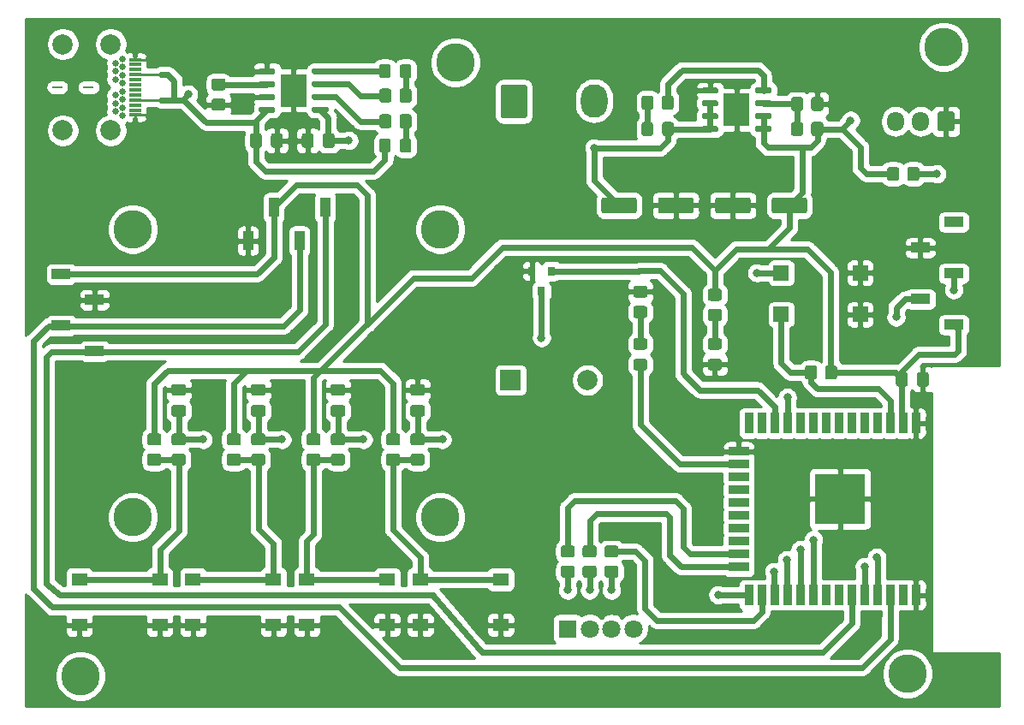
<source format=gbr>
%TF.GenerationSoftware,KiCad,Pcbnew,(5.1.10-1-10_14)*%
%TF.CreationDate,2021-12-16T10:27:07-05:00*%
%TF.ProjectId,PCB_Design,5043425f-4465-4736-9967-6e2e6b696361,rev?*%
%TF.SameCoordinates,Original*%
%TF.FileFunction,Copper,L1,Top*%
%TF.FilePolarity,Positive*%
%FSLAX46Y46*%
G04 Gerber Fmt 4.6, Leading zero omitted, Abs format (unit mm)*
G04 Created by KiCad (PCBNEW (5.1.10-1-10_14)) date 2021-12-16 10:27:07*
%MOMM*%
%LPD*%
G01*
G04 APERTURE LIST*
%TA.AperFunction,SMDPad,CuDef*%
%ADD10R,1.500000X1.500000*%
%TD*%
%TA.AperFunction,SMDPad,CuDef*%
%ADD11R,1.000000X1.900000*%
%TD*%
%TA.AperFunction,ComponentPad*%
%ADD12C,3.800000*%
%TD*%
%TA.AperFunction,ComponentPad*%
%ADD13O,2.640000X3.300000*%
%TD*%
%TA.AperFunction,SMDPad,CuDef*%
%ADD14R,1.900000X1.000000*%
%TD*%
%TA.AperFunction,SMDPad,CuDef*%
%ADD15R,1.550000X1.300000*%
%TD*%
%TA.AperFunction,ComponentPad*%
%ADD16R,2.000000X2.000000*%
%TD*%
%TA.AperFunction,ComponentPad*%
%ADD17C,2.000000*%
%TD*%
%TA.AperFunction,ComponentPad*%
%ADD18R,1.800000X1.800000*%
%TD*%
%TA.AperFunction,ComponentPad*%
%ADD19C,1.800000*%
%TD*%
%TA.AperFunction,SMDPad,CuDef*%
%ADD20R,2.514000X3.200000*%
%TD*%
%TA.AperFunction,ComponentPad*%
%ADD21C,0.650000*%
%TD*%
%TA.AperFunction,SMDPad,CuDef*%
%ADD22R,1.200000X0.300000*%
%TD*%
%TA.AperFunction,SMDPad,CuDef*%
%ADD23R,1.000000X0.200000*%
%TD*%
%TA.AperFunction,ComponentPad*%
%ADD24C,2.012000*%
%TD*%
%TA.AperFunction,SMDPad,CuDef*%
%ADD25R,0.800000X0.900000*%
%TD*%
%TA.AperFunction,ComponentPad*%
%ADD26O,1.700000X1.950000*%
%TD*%
%TA.AperFunction,SMDPad,CuDef*%
%ADD27R,5.000000X5.000000*%
%TD*%
%TA.AperFunction,SMDPad,CuDef*%
%ADD28R,0.900000X2.000000*%
%TD*%
%TA.AperFunction,SMDPad,CuDef*%
%ADD29R,2.000000X0.900000*%
%TD*%
%TA.AperFunction,ViaPad*%
%ADD30C,0.800000*%
%TD*%
%TA.AperFunction,ViaPad*%
%ADD31C,0.900000*%
%TD*%
%TA.AperFunction,Conductor*%
%ADD32C,0.600000*%
%TD*%
%TA.AperFunction,Conductor*%
%ADD33C,0.250000*%
%TD*%
%TA.AperFunction,Conductor*%
%ADD34C,0.254000*%
%TD*%
%TA.AperFunction,Conductor*%
%ADD35C,0.100000*%
%TD*%
G04 APERTURE END LIST*
D10*
%TO.P,SW2,2*%
%TO.N,GND*%
X144412800Y-116586000D03*
%TO.P,SW2,1*%
%TO.N,Net-(SW2-Pad1)*%
X136612800Y-116586000D03*
%TD*%
%TO.P,SW1,2*%
%TO.N,Net-(Ren1-Pad2)*%
X136612800Y-120700800D03*
%TO.P,SW1,1*%
%TO.N,GND*%
X144412800Y-120700800D03*
%TD*%
%TO.P,C_bypass1,2*%
%TO.N,/3.3v*%
%TA.AperFunction,SMDPad,CuDef*%
G36*
G01*
X149134500Y-126652000D02*
X149134500Y-127602000D01*
G75*
G02*
X148884500Y-127852000I-250000J0D01*
G01*
X148209500Y-127852000D01*
G75*
G02*
X147959500Y-127602000I0J250000D01*
G01*
X147959500Y-126652000D01*
G75*
G02*
X148209500Y-126402000I250000J0D01*
G01*
X148884500Y-126402000D01*
G75*
G02*
X149134500Y-126652000I0J-250000D01*
G01*
G37*
%TD.AperFunction*%
%TO.P,C_bypass1,1*%
%TO.N,GND*%
%TA.AperFunction,SMDPad,CuDef*%
G36*
G01*
X151209500Y-126652000D02*
X151209500Y-127602000D01*
G75*
G02*
X150959500Y-127852000I-250000J0D01*
G01*
X150284500Y-127852000D01*
G75*
G02*
X150034500Y-127602000I0J250000D01*
G01*
X150034500Y-126652000D01*
G75*
G02*
X150284500Y-126402000I250000J0D01*
G01*
X150959500Y-126402000D01*
G75*
G02*
X151209500Y-126652000I0J-250000D01*
G01*
G37*
%TD.AperFunction*%
%TD*%
D11*
%TO.P,Conn_OLED1,4*%
%TO.N,Net-(Conn_I2C1-Pad1)*%
X91503500Y-110110000D03*
%TO.P,Conn_OLED1,2*%
%TO.N,/3.3v*%
X86423500Y-110110000D03*
%TO.P,Conn_OLED1,3*%
%TO.N,Net-(Conn_I2C1-Pad2)*%
X88963500Y-113410000D03*
%TO.P,Conn_OLED1,1*%
%TO.N,GND*%
X83883500Y-113410000D03*
D12*
%TO.P,Conn_OLED1,*%
%TO.N,*%
X72493500Y-140760000D03*
X72493500Y-112260000D03*
X102893500Y-112260000D03*
X102893500Y-140760000D03*
%TD*%
%TO.P,Tornillo vier,1*%
%TO.N,N/C*%
X149098000Y-156210000D03*
%TD*%
%TO.P,Tornillo drei,1*%
%TO.N,N/C*%
X67310000Y-156464000D03*
%TD*%
%TO.P,Tornillo zwei,1*%
%TO.N,N/C*%
X152654000Y-94234000D03*
%TD*%
%TO.P,Tornillo eins,1*%
%TO.N,N/C*%
X104394000Y-95758000D03*
%TD*%
D13*
%TO.P,SW_ONOFF1,2*%
%TO.N,Net-(FlagLED_R1-Pad2)*%
X118110000Y-99568000D03*
%TO.P,SW_ONOFF1,1*%
%TO.N,/Batt*%
%TA.AperFunction,ComponentPad*%
G36*
G01*
X111242500Y-101281500D02*
X109102500Y-101281500D01*
G75*
G02*
X108852500Y-101031500I0J250000D01*
G01*
X108852500Y-98231500D01*
G75*
G02*
X109102500Y-97981500I250000J0D01*
G01*
X111242500Y-97981500D01*
G75*
G02*
X111492500Y-98231500I0J-250000D01*
G01*
X111492500Y-101031500D01*
G75*
G02*
X111242500Y-101281500I-250000J0D01*
G01*
G37*
%TD.AperFunction*%
%TD*%
D14*
%TO.P,Conn_prog1,4*%
%TO.N,GND*%
X150369000Y-114109500D03*
%TO.P,Conn_prog1,2*%
%TO.N,Net-(Conn_prog1-Pad2)*%
X150369000Y-119189500D03*
%TO.P,Conn_prog1,5*%
%TO.N,Net-(Conn_prog1-Pad5)*%
X153669000Y-111569500D03*
%TO.P,Conn_prog1,3*%
%TO.N,Net-(Conn_prog1-Pad3)*%
X153669000Y-116649500D03*
%TO.P,Conn_prog1,1*%
%TO.N,/3.3v*%
X153669000Y-121729500D03*
%TD*%
D15*
%TO.P,BT4,2*%
%TO.N,Net-(BT4-Pad2)*%
X67208500Y-146911500D03*
%TO.P,BT4,1*%
%TO.N,GND*%
X67208500Y-151411500D03*
X75158500Y-151411500D03*
%TO.P,BT4,2*%
%TO.N,Net-(BT4-Pad2)*%
X75158500Y-146911500D03*
%TD*%
%TO.P,BT3,2*%
%TO.N,Net-(BT3-Pad2)*%
X78448000Y-146911500D03*
%TO.P,BT3,1*%
%TO.N,GND*%
X78448000Y-151411500D03*
X86398000Y-151411500D03*
%TO.P,BT3,2*%
%TO.N,Net-(BT3-Pad2)*%
X86398000Y-146911500D03*
%TD*%
%TO.P,BT2,2*%
%TO.N,Net-(BT2-Pad2)*%
X89687500Y-146911500D03*
%TO.P,BT2,1*%
%TO.N,GND*%
X89687500Y-151411500D03*
X97637500Y-151411500D03*
%TO.P,BT2,2*%
%TO.N,Net-(BT2-Pad2)*%
X97637500Y-146911500D03*
%TD*%
%TO.P,BT1,2*%
%TO.N,Net-(BT1-Pad2)*%
X100927500Y-146911500D03*
%TO.P,BT1,1*%
%TO.N,GND*%
X100927500Y-151411500D03*
X108877500Y-151411500D03*
%TO.P,BT1,2*%
%TO.N,Net-(BT1-Pad2)*%
X108877500Y-146911500D03*
%TD*%
%TO.P,Cd4,2*%
%TO.N,/Button4/Sw*%
%TA.AperFunction,SMDPad,CuDef*%
G36*
G01*
X76550500Y-129651000D02*
X77500500Y-129651000D01*
G75*
G02*
X77750500Y-129901000I0J-250000D01*
G01*
X77750500Y-130576000D01*
G75*
G02*
X77500500Y-130826000I-250000J0D01*
G01*
X76550500Y-130826000D01*
G75*
G02*
X76300500Y-130576000I0J250000D01*
G01*
X76300500Y-129901000D01*
G75*
G02*
X76550500Y-129651000I250000J0D01*
G01*
G37*
%TD.AperFunction*%
%TO.P,Cd4,1*%
%TO.N,GND*%
%TA.AperFunction,SMDPad,CuDef*%
G36*
G01*
X76550500Y-127576000D02*
X77500500Y-127576000D01*
G75*
G02*
X77750500Y-127826000I0J-250000D01*
G01*
X77750500Y-128501000D01*
G75*
G02*
X77500500Y-128751000I-250000J0D01*
G01*
X76550500Y-128751000D01*
G75*
G02*
X76300500Y-128501000I0J250000D01*
G01*
X76300500Y-127826000D01*
G75*
G02*
X76550500Y-127576000I250000J0D01*
G01*
G37*
%TD.AperFunction*%
%TD*%
%TO.P,Cd3,2*%
%TO.N,/Button3/Sw*%
%TA.AperFunction,SMDPad,CuDef*%
G36*
G01*
X84424500Y-129651000D02*
X85374500Y-129651000D01*
G75*
G02*
X85624500Y-129901000I0J-250000D01*
G01*
X85624500Y-130576000D01*
G75*
G02*
X85374500Y-130826000I-250000J0D01*
G01*
X84424500Y-130826000D01*
G75*
G02*
X84174500Y-130576000I0J250000D01*
G01*
X84174500Y-129901000D01*
G75*
G02*
X84424500Y-129651000I250000J0D01*
G01*
G37*
%TD.AperFunction*%
%TO.P,Cd3,1*%
%TO.N,GND*%
%TA.AperFunction,SMDPad,CuDef*%
G36*
G01*
X84424500Y-127576000D02*
X85374500Y-127576000D01*
G75*
G02*
X85624500Y-127826000I0J-250000D01*
G01*
X85624500Y-128501000D01*
G75*
G02*
X85374500Y-128751000I-250000J0D01*
G01*
X84424500Y-128751000D01*
G75*
G02*
X84174500Y-128501000I0J250000D01*
G01*
X84174500Y-127826000D01*
G75*
G02*
X84424500Y-127576000I250000J0D01*
G01*
G37*
%TD.AperFunction*%
%TD*%
%TO.P,Cd2,2*%
%TO.N,/Button2 /Sw*%
%TA.AperFunction,SMDPad,CuDef*%
G36*
G01*
X92298500Y-129651000D02*
X93248500Y-129651000D01*
G75*
G02*
X93498500Y-129901000I0J-250000D01*
G01*
X93498500Y-130576000D01*
G75*
G02*
X93248500Y-130826000I-250000J0D01*
G01*
X92298500Y-130826000D01*
G75*
G02*
X92048500Y-130576000I0J250000D01*
G01*
X92048500Y-129901000D01*
G75*
G02*
X92298500Y-129651000I250000J0D01*
G01*
G37*
%TD.AperFunction*%
%TO.P,Cd2,1*%
%TO.N,GND*%
%TA.AperFunction,SMDPad,CuDef*%
G36*
G01*
X92298500Y-127576000D02*
X93248500Y-127576000D01*
G75*
G02*
X93498500Y-127826000I0J-250000D01*
G01*
X93498500Y-128501000D01*
G75*
G02*
X93248500Y-128751000I-250000J0D01*
G01*
X92298500Y-128751000D01*
G75*
G02*
X92048500Y-128501000I0J250000D01*
G01*
X92048500Y-127826000D01*
G75*
G02*
X92298500Y-127576000I250000J0D01*
G01*
G37*
%TD.AperFunction*%
%TD*%
%TO.P,Cd1,2*%
%TO.N,/Button1/Sw*%
%TA.AperFunction,SMDPad,CuDef*%
G36*
G01*
X100172500Y-129651000D02*
X101122500Y-129651000D01*
G75*
G02*
X101372500Y-129901000I0J-250000D01*
G01*
X101372500Y-130576000D01*
G75*
G02*
X101122500Y-130826000I-250000J0D01*
G01*
X100172500Y-130826000D01*
G75*
G02*
X99922500Y-130576000I0J250000D01*
G01*
X99922500Y-129901000D01*
G75*
G02*
X100172500Y-129651000I250000J0D01*
G01*
G37*
%TD.AperFunction*%
%TO.P,Cd1,1*%
%TO.N,GND*%
%TA.AperFunction,SMDPad,CuDef*%
G36*
G01*
X100172500Y-127576000D02*
X101122500Y-127576000D01*
G75*
G02*
X101372500Y-127826000I0J-250000D01*
G01*
X101372500Y-128501000D01*
G75*
G02*
X101122500Y-128751000I-250000J0D01*
G01*
X100172500Y-128751000D01*
G75*
G02*
X99922500Y-128501000I0J250000D01*
G01*
X99922500Y-127826000D01*
G75*
G02*
X100172500Y-127576000I250000J0D01*
G01*
G37*
%TD.AperFunction*%
%TD*%
%TO.P,C2,2*%
%TO.N,GND*%
%TA.AperFunction,SMDPad,CuDef*%
G36*
G01*
X90376500Y-103030000D02*
X90376500Y-103980000D01*
G75*
G02*
X90126500Y-104230000I-250000J0D01*
G01*
X89451500Y-104230000D01*
G75*
G02*
X89201500Y-103980000I0J250000D01*
G01*
X89201500Y-103030000D01*
G75*
G02*
X89451500Y-102780000I250000J0D01*
G01*
X90126500Y-102780000D01*
G75*
G02*
X90376500Y-103030000I0J-250000D01*
G01*
G37*
%TD.AperFunction*%
%TO.P,C2,1*%
%TO.N,/Batt*%
%TA.AperFunction,SMDPad,CuDef*%
G36*
G01*
X92451500Y-103030000D02*
X92451500Y-103980000D01*
G75*
G02*
X92201500Y-104230000I-250000J0D01*
G01*
X91526500Y-104230000D01*
G75*
G02*
X91276500Y-103980000I0J250000D01*
G01*
X91276500Y-103030000D01*
G75*
G02*
X91526500Y-102780000I250000J0D01*
G01*
X92201500Y-102780000D01*
G75*
G02*
X92451500Y-103030000I0J-250000D01*
G01*
G37*
%TD.AperFunction*%
%TD*%
%TO.P,C1,2*%
%TO.N,GND*%
%TA.AperFunction,SMDPad,CuDef*%
G36*
G01*
X86153500Y-103980000D02*
X86153500Y-103030000D01*
G75*
G02*
X86403500Y-102780000I250000J0D01*
G01*
X87078500Y-102780000D01*
G75*
G02*
X87328500Y-103030000I0J-250000D01*
G01*
X87328500Y-103980000D01*
G75*
G02*
X87078500Y-104230000I-250000J0D01*
G01*
X86403500Y-104230000D01*
G75*
G02*
X86153500Y-103980000I0J250000D01*
G01*
G37*
%TD.AperFunction*%
%TO.P,C1,1*%
%TO.N,Net-(C1-Pad1)*%
%TA.AperFunction,SMDPad,CuDef*%
G36*
G01*
X84078500Y-103980000D02*
X84078500Y-103030000D01*
G75*
G02*
X84328500Y-102780000I250000J0D01*
G01*
X85003500Y-102780000D01*
G75*
G02*
X85253500Y-103030000I0J-250000D01*
G01*
X85253500Y-103980000D01*
G75*
G02*
X85003500Y-104230000I-250000J0D01*
G01*
X84328500Y-104230000D01*
G75*
G02*
X84078500Y-103980000I0J250000D01*
G01*
G37*
%TD.AperFunction*%
%TD*%
%TO.P,4.7k1,2*%
%TO.N,Net-(4.7k1-Pad2)*%
%TA.AperFunction,SMDPad,CuDef*%
G36*
G01*
X149069500Y-107257001D02*
X149069500Y-106356999D01*
G75*
G02*
X149319499Y-106107000I249999J0D01*
G01*
X150019501Y-106107000D01*
G75*
G02*
X150269500Y-106356999I0J-249999D01*
G01*
X150269500Y-107257001D01*
G75*
G02*
X150019501Y-107507000I-249999J0D01*
G01*
X149319499Y-107507000D01*
G75*
G02*
X149069500Y-107257001I0J249999D01*
G01*
G37*
%TD.AperFunction*%
%TO.P,4.7k1,1*%
%TO.N,/3.3v*%
%TA.AperFunction,SMDPad,CuDef*%
G36*
G01*
X147069500Y-107257001D02*
X147069500Y-106356999D01*
G75*
G02*
X147319499Y-106107000I249999J0D01*
G01*
X148019501Y-106107000D01*
G75*
G02*
X148269500Y-106356999I0J-249999D01*
G01*
X148269500Y-107257001D01*
G75*
G02*
X148019501Y-107507000I-249999J0D01*
G01*
X147319499Y-107507000D01*
G75*
G02*
X147069500Y-107257001I0J249999D01*
G01*
G37*
%TD.AperFunction*%
%TD*%
D16*
%TO.P,Buzzer1,1*%
%TO.N,/Batt*%
X109855000Y-127190500D03*
D17*
%TO.P,Buzzer1,2*%
%TO.N,Net-(Buzzer1-Pad2)*%
X117455000Y-127190500D03*
%TD*%
D18*
%TO.P,D1,1*%
%TO.N,Net-(D1-Pad1)*%
X115519200Y-151790400D03*
D19*
%TO.P,D1,2*%
%TO.N,Net-(D1-Pad2)*%
X117678200Y-151790400D03*
%TO.P,D1,3*%
%TO.N,GND*%
X119837200Y-151790400D03*
%TO.P,D1,4*%
%TO.N,Net-(D1-Pad4)*%
X121996200Y-151790400D03*
%TD*%
%TO.P,FlagLED_R1,1*%
%TO.N,Net-(FlagLED_R1-Pad1)*%
%TA.AperFunction,SMDPad,CuDef*%
G36*
G01*
X122787500Y-102812001D02*
X122787500Y-101911999D01*
G75*
G02*
X123037499Y-101662000I249999J0D01*
G01*
X123687501Y-101662000D01*
G75*
G02*
X123937500Y-101911999I0J-249999D01*
G01*
X123937500Y-102812001D01*
G75*
G02*
X123687501Y-103062000I-249999J0D01*
G01*
X123037499Y-103062000D01*
G75*
G02*
X122787500Y-102812001I0J249999D01*
G01*
G37*
%TD.AperFunction*%
%TO.P,FlagLED_R1,2*%
%TO.N,Net-(FlagLED_R1-Pad2)*%
%TA.AperFunction,SMDPad,CuDef*%
G36*
G01*
X124837500Y-102812001D02*
X124837500Y-101911999D01*
G75*
G02*
X125087499Y-101662000I249999J0D01*
G01*
X125737501Y-101662000D01*
G75*
G02*
X125987500Y-101911999I0J-249999D01*
G01*
X125987500Y-102812001D01*
G75*
G02*
X125737501Y-103062000I-249999J0D01*
G01*
X125087499Y-103062000D01*
G75*
G02*
X124837500Y-102812001I0J249999D01*
G01*
G37*
%TD.AperFunction*%
%TD*%
%TO.P,gLED1,2*%
%TO.N,Net-(C1-Pad1)*%
%TA.AperFunction,SMDPad,CuDef*%
G36*
G01*
X97991400Y-103562999D02*
X97991400Y-104463001D01*
G75*
G02*
X97741401Y-104713000I-249999J0D01*
G01*
X97091399Y-104713000D01*
G75*
G02*
X96841400Y-104463001I0J249999D01*
G01*
X96841400Y-103562999D01*
G75*
G02*
X97091399Y-103313000I249999J0D01*
G01*
X97741401Y-103313000D01*
G75*
G02*
X97991400Y-103562999I0J-249999D01*
G01*
G37*
%TD.AperFunction*%
%TO.P,gLED1,1*%
%TO.N,Net-(R_gLED1-Pad2)*%
%TA.AperFunction,SMDPad,CuDef*%
G36*
G01*
X100041400Y-103562999D02*
X100041400Y-104463001D01*
G75*
G02*
X99791401Y-104713000I-249999J0D01*
G01*
X99141399Y-104713000D01*
G75*
G02*
X98891400Y-104463001I0J249999D01*
G01*
X98891400Y-103562999D01*
G75*
G02*
X99141399Y-103313000I249999J0D01*
G01*
X99791401Y-103313000D01*
G75*
G02*
X100041400Y-103562999I0J-249999D01*
G01*
G37*
%TD.AperFunction*%
%TD*%
D20*
%TO.P,IC1,9*%
%TO.N,GND*%
X132207000Y-100457000D03*
%TO.P,IC1,8*%
%TO.N,Net-(IC1-Pad8)*%
%TA.AperFunction,SMDPad,CuDef*%
G36*
G01*
X134032000Y-98702000D02*
X134032000Y-98402000D01*
G75*
G02*
X134182000Y-98252000I150000J0D01*
G01*
X135507000Y-98252000D01*
G75*
G02*
X135657000Y-98402000I0J-150000D01*
G01*
X135657000Y-98702000D01*
G75*
G02*
X135507000Y-98852000I-150000J0D01*
G01*
X134182000Y-98852000D01*
G75*
G02*
X134032000Y-98702000I0J150000D01*
G01*
G37*
%TD.AperFunction*%
%TO.P,IC1,7*%
%TO.N,Net-(IC1-Pad7)*%
%TA.AperFunction,SMDPad,CuDef*%
G36*
G01*
X134032000Y-99972000D02*
X134032000Y-99672000D01*
G75*
G02*
X134182000Y-99522000I150000J0D01*
G01*
X135507000Y-99522000D01*
G75*
G02*
X135657000Y-99672000I0J-150000D01*
G01*
X135657000Y-99972000D01*
G75*
G02*
X135507000Y-100122000I-150000J0D01*
G01*
X134182000Y-100122000D01*
G75*
G02*
X134032000Y-99972000I0J150000D01*
G01*
G37*
%TD.AperFunction*%
%TO.P,IC1,6*%
%TO.N,/3.3v*%
%TA.AperFunction,SMDPad,CuDef*%
G36*
G01*
X134032000Y-101242000D02*
X134032000Y-100942000D01*
G75*
G02*
X134182000Y-100792000I150000J0D01*
G01*
X135507000Y-100792000D01*
G75*
G02*
X135657000Y-100942000I0J-150000D01*
G01*
X135657000Y-101242000D01*
G75*
G02*
X135507000Y-101392000I-150000J0D01*
G01*
X134182000Y-101392000D01*
G75*
G02*
X134032000Y-101242000I0J150000D01*
G01*
G37*
%TD.AperFunction*%
%TO.P,IC1,5*%
%TA.AperFunction,SMDPad,CuDef*%
G36*
G01*
X134032000Y-102512000D02*
X134032000Y-102212000D01*
G75*
G02*
X134182000Y-102062000I150000J0D01*
G01*
X135507000Y-102062000D01*
G75*
G02*
X135657000Y-102212000I0J-150000D01*
G01*
X135657000Y-102512000D01*
G75*
G02*
X135507000Y-102662000I-150000J0D01*
G01*
X134182000Y-102662000D01*
G75*
G02*
X134032000Y-102512000I0J150000D01*
G01*
G37*
%TD.AperFunction*%
%TO.P,IC1,4*%
%TO.N,Net-(FlagLED_R1-Pad2)*%
%TA.AperFunction,SMDPad,CuDef*%
G36*
G01*
X128757000Y-102512000D02*
X128757000Y-102212000D01*
G75*
G02*
X128907000Y-102062000I150000J0D01*
G01*
X130232000Y-102062000D01*
G75*
G02*
X130382000Y-102212000I0J-150000D01*
G01*
X130382000Y-102512000D01*
G75*
G02*
X130232000Y-102662000I-150000J0D01*
G01*
X128907000Y-102662000D01*
G75*
G02*
X128757000Y-102512000I0J150000D01*
G01*
G37*
%TD.AperFunction*%
%TO.P,IC1,3*%
%TA.AperFunction,SMDPad,CuDef*%
G36*
G01*
X128757000Y-101242000D02*
X128757000Y-100942000D01*
G75*
G02*
X128907000Y-100792000I150000J0D01*
G01*
X130232000Y-100792000D01*
G75*
G02*
X130382000Y-100942000I0J-150000D01*
G01*
X130382000Y-101242000D01*
G75*
G02*
X130232000Y-101392000I-150000J0D01*
G01*
X128907000Y-101392000D01*
G75*
G02*
X128757000Y-101242000I0J150000D01*
G01*
G37*
%TD.AperFunction*%
%TO.P,IC1,2*%
%TA.AperFunction,SMDPad,CuDef*%
G36*
G01*
X128757000Y-99972000D02*
X128757000Y-99672000D01*
G75*
G02*
X128907000Y-99522000I150000J0D01*
G01*
X130232000Y-99522000D01*
G75*
G02*
X130382000Y-99672000I0J-150000D01*
G01*
X130382000Y-99972000D01*
G75*
G02*
X130232000Y-100122000I-150000J0D01*
G01*
X128907000Y-100122000D01*
G75*
G02*
X128757000Y-99972000I0J150000D01*
G01*
G37*
%TD.AperFunction*%
%TO.P,IC1,1*%
%TO.N,GND*%
%TA.AperFunction,SMDPad,CuDef*%
G36*
G01*
X128757000Y-98702000D02*
X128757000Y-98402000D01*
G75*
G02*
X128907000Y-98252000I150000J0D01*
G01*
X130232000Y-98252000D01*
G75*
G02*
X130382000Y-98402000I0J-150000D01*
G01*
X130382000Y-98702000D01*
G75*
G02*
X130232000Y-98852000I-150000J0D01*
G01*
X128907000Y-98852000D01*
G75*
G02*
X128757000Y-98702000I0J150000D01*
G01*
G37*
%TD.AperFunction*%
%TD*%
%TO.P,J1,1*%
%TO.N,GND*%
%TA.AperFunction,SMDPad,CuDef*%
G36*
G01*
X84942000Y-96797000D02*
X84942000Y-96497000D01*
G75*
G02*
X85092000Y-96347000I150000J0D01*
G01*
X86417000Y-96347000D01*
G75*
G02*
X86567000Y-96497000I0J-150000D01*
G01*
X86567000Y-96797000D01*
G75*
G02*
X86417000Y-96947000I-150000J0D01*
G01*
X85092000Y-96947000D01*
G75*
G02*
X84942000Y-96797000I0J150000D01*
G01*
G37*
%TD.AperFunction*%
%TO.P,J1,2*%
%TO.N,Net-(J1-Pad2)*%
%TA.AperFunction,SMDPad,CuDef*%
G36*
G01*
X84942000Y-98067000D02*
X84942000Y-97767000D01*
G75*
G02*
X85092000Y-97617000I150000J0D01*
G01*
X86417000Y-97617000D01*
G75*
G02*
X86567000Y-97767000I0J-150000D01*
G01*
X86567000Y-98067000D01*
G75*
G02*
X86417000Y-98217000I-150000J0D01*
G01*
X85092000Y-98217000D01*
G75*
G02*
X84942000Y-98067000I0J150000D01*
G01*
G37*
%TD.AperFunction*%
%TO.P,J1,3*%
%TO.N,GND*%
%TA.AperFunction,SMDPad,CuDef*%
G36*
G01*
X84942000Y-99337000D02*
X84942000Y-99037000D01*
G75*
G02*
X85092000Y-98887000I150000J0D01*
G01*
X86417000Y-98887000D01*
G75*
G02*
X86567000Y-99037000I0J-150000D01*
G01*
X86567000Y-99337000D01*
G75*
G02*
X86417000Y-99487000I-150000J0D01*
G01*
X85092000Y-99487000D01*
G75*
G02*
X84942000Y-99337000I0J150000D01*
G01*
G37*
%TD.AperFunction*%
%TO.P,J1,4*%
%TO.N,Net-(C1-Pad1)*%
%TA.AperFunction,SMDPad,CuDef*%
G36*
G01*
X84942000Y-100607000D02*
X84942000Y-100307000D01*
G75*
G02*
X85092000Y-100157000I150000J0D01*
G01*
X86417000Y-100157000D01*
G75*
G02*
X86567000Y-100307000I0J-150000D01*
G01*
X86567000Y-100607000D01*
G75*
G02*
X86417000Y-100757000I-150000J0D01*
G01*
X85092000Y-100757000D01*
G75*
G02*
X84942000Y-100607000I0J150000D01*
G01*
G37*
%TD.AperFunction*%
%TO.P,J1,5*%
%TO.N,/Batt*%
%TA.AperFunction,SMDPad,CuDef*%
G36*
G01*
X90217000Y-100607000D02*
X90217000Y-100307000D01*
G75*
G02*
X90367000Y-100157000I150000J0D01*
G01*
X91692000Y-100157000D01*
G75*
G02*
X91842000Y-100307000I0J-150000D01*
G01*
X91842000Y-100607000D01*
G75*
G02*
X91692000Y-100757000I-150000J0D01*
G01*
X90367000Y-100757000D01*
G75*
G02*
X90217000Y-100607000I0J150000D01*
G01*
G37*
%TD.AperFunction*%
%TO.P,J1,6*%
%TO.N,Net-(J1-Pad6)*%
%TA.AperFunction,SMDPad,CuDef*%
G36*
G01*
X90217000Y-99337000D02*
X90217000Y-99037000D01*
G75*
G02*
X90367000Y-98887000I150000J0D01*
G01*
X91692000Y-98887000D01*
G75*
G02*
X91842000Y-99037000I0J-150000D01*
G01*
X91842000Y-99337000D01*
G75*
G02*
X91692000Y-99487000I-150000J0D01*
G01*
X90367000Y-99487000D01*
G75*
G02*
X90217000Y-99337000I0J150000D01*
G01*
G37*
%TD.AperFunction*%
%TO.P,J1,7*%
%TO.N,Net-(J1-Pad7)*%
%TA.AperFunction,SMDPad,CuDef*%
G36*
G01*
X90217000Y-98067000D02*
X90217000Y-97767000D01*
G75*
G02*
X90367000Y-97617000I150000J0D01*
G01*
X91692000Y-97617000D01*
G75*
G02*
X91842000Y-97767000I0J-150000D01*
G01*
X91842000Y-98067000D01*
G75*
G02*
X91692000Y-98217000I-150000J0D01*
G01*
X90367000Y-98217000D01*
G75*
G02*
X90217000Y-98067000I0J150000D01*
G01*
G37*
%TD.AperFunction*%
%TO.P,J1,8*%
%TO.N,Net-(J1-Pad8)*%
%TA.AperFunction,SMDPad,CuDef*%
G36*
G01*
X90217000Y-96797000D02*
X90217000Y-96497000D01*
G75*
G02*
X90367000Y-96347000I150000J0D01*
G01*
X91692000Y-96347000D01*
G75*
G02*
X91842000Y-96497000I0J-150000D01*
G01*
X91842000Y-96797000D01*
G75*
G02*
X91692000Y-96947000I-150000J0D01*
G01*
X90367000Y-96947000D01*
G75*
G02*
X90217000Y-96797000I0J150000D01*
G01*
G37*
%TD.AperFunction*%
%TO.P,J1,9*%
%TO.N,GND*%
X88392000Y-98552000D03*
%TD*%
D21*
%TO.P,J2,B12*%
%TO.N,GND*%
X71447000Y-95434500D03*
%TO.P,J2,B11*%
%TO.N,Net-(J2-PadB11)*%
X70747000Y-95834500D03*
%TO.P,J2,B10*%
%TO.N,Net-(J2-PadB10)*%
X70747000Y-96634500D03*
%TO.P,J2,B9*%
%TO.N,Net-(C1-Pad1)*%
X71447000Y-97034500D03*
%TO.P,J2,B8*%
%TO.N,Net-(J2-PadB8)*%
X70747000Y-97434500D03*
%TO.P,J2,B7*%
%TO.N,Net-(J2-PadB7)*%
X71447000Y-97834500D03*
%TO.P,J2,B6*%
%TO.N,Net-(J2-PadB6)*%
X71447000Y-98634500D03*
%TO.P,J2,B5*%
%TO.N,Net-(J2-PadB5)*%
X70747000Y-99034500D03*
%TO.P,J2,B4*%
%TO.N,Net-(C1-Pad1)*%
X71447000Y-99434500D03*
%TO.P,J2,B3*%
%TO.N,Net-(J2-PadB3)*%
X70747000Y-99834500D03*
%TO.P,J2,B2*%
%TO.N,Net-(J2-PadB2)*%
X70747000Y-100634500D03*
%TO.P,J2,B1*%
%TO.N,GND*%
X71447000Y-101034500D03*
D22*
%TO.P,J2,A12*%
X72697000Y-100984500D03*
%TO.P,J2,A11*%
%TO.N,Net-(J2-PadA11)*%
X72697000Y-100484500D03*
%TO.P,J2,A10*%
%TO.N,Net-(J2-PadA10)*%
X72697000Y-99984500D03*
%TO.P,J2,A9*%
%TO.N,Net-(C1-Pad1)*%
X72697000Y-99484500D03*
%TO.P,J2,A8*%
%TO.N,Net-(J2-PadA8)*%
X72697000Y-98984500D03*
%TO.P,J2,A7*%
%TO.N,Net-(J2-PadA7)*%
X72697000Y-98484500D03*
%TO.P,J2,A6*%
%TO.N,Net-(J2-PadA6)*%
X72697000Y-97984500D03*
%TO.P,J2,A5*%
%TO.N,Net-(J2-PadA5)*%
X72697000Y-97484500D03*
%TO.P,J2,A4*%
%TO.N,Net-(C1-Pad1)*%
X72697000Y-96984500D03*
%TO.P,J2,A3*%
%TO.N,Net-(J2-PadA3)*%
X72697000Y-96484500D03*
%TO.P,J2,A2*%
%TO.N,Net-(J2-PadA2)*%
X72697000Y-95984500D03*
%TO.P,J2,A1*%
%TO.N,GND*%
X72697000Y-95484500D03*
D23*
%TO.P,J2,8*%
%TO.N,Net-(J2-Pad8)*%
X65017000Y-98234500D03*
%TO.P,J2,7*%
%TO.N,Net-(J2-Pad7)*%
X68117000Y-98234500D03*
D24*
%TO.P,J2,6*%
%TO.N,Net-(J2-Pad6)*%
X65567000Y-93964500D03*
%TO.P,J2,5*%
%TO.N,Net-(J2-Pad5)*%
X65567000Y-102504500D03*
%TO.P,J2,4*%
%TO.N,Net-(J2-Pad4)*%
X70297000Y-93964500D03*
%TO.P,J2,3*%
%TO.N,Net-(J2-Pad3)*%
X70297000Y-102504500D03*
D21*
%TO.P,J2,2*%
%TO.N,GND*%
X71447000Y-96234500D03*
%TO.P,J2,1*%
X71447000Y-100234500D03*
%TD*%
%TO.P,LED_Piloto_G1,2*%
%TO.N,Net-(LED_Piloto_G1-Pad2)*%
%TA.AperFunction,SMDPad,CuDef*%
G36*
G01*
X130498001Y-124191500D02*
X129597999Y-124191500D01*
G75*
G02*
X129348000Y-123941501I0J249999D01*
G01*
X129348000Y-123291499D01*
G75*
G02*
X129597999Y-123041500I249999J0D01*
G01*
X130498001Y-123041500D01*
G75*
G02*
X130748000Y-123291499I0J-249999D01*
G01*
X130748000Y-123941501D01*
G75*
G02*
X130498001Y-124191500I-249999J0D01*
G01*
G37*
%TD.AperFunction*%
%TO.P,LED_Piloto_G1,1*%
%TO.N,GND*%
%TA.AperFunction,SMDPad,CuDef*%
G36*
G01*
X130498001Y-126241500D02*
X129597999Y-126241500D01*
G75*
G02*
X129348000Y-125991501I0J249999D01*
G01*
X129348000Y-125341499D01*
G75*
G02*
X129597999Y-125091500I249999J0D01*
G01*
X130498001Y-125091500D01*
G75*
G02*
X130748000Y-125341499I0J-249999D01*
G01*
X130748000Y-125991501D01*
G75*
G02*
X130498001Y-126241500I-249999J0D01*
G01*
G37*
%TD.AperFunction*%
%TD*%
%TO.P,LED_Prog_B1,1*%
%TO.N,Net-(LED_Prog_B1-Pad1)*%
%TA.AperFunction,SMDPad,CuDef*%
G36*
G01*
X122231999Y-123041500D02*
X123132001Y-123041500D01*
G75*
G02*
X123382000Y-123291499I0J-249999D01*
G01*
X123382000Y-123941501D01*
G75*
G02*
X123132001Y-124191500I-249999J0D01*
G01*
X122231999Y-124191500D01*
G75*
G02*
X121982000Y-123941501I0J249999D01*
G01*
X121982000Y-123291499D01*
G75*
G02*
X122231999Y-123041500I249999J0D01*
G01*
G37*
%TD.AperFunction*%
%TO.P,LED_Prog_B1,2*%
%TO.N,Net-(LED_Prog_B1-Pad2)*%
%TA.AperFunction,SMDPad,CuDef*%
G36*
G01*
X122231999Y-125091500D02*
X123132001Y-125091500D01*
G75*
G02*
X123382000Y-125341499I0J-249999D01*
G01*
X123382000Y-125991501D01*
G75*
G02*
X123132001Y-126241500I-249999J0D01*
G01*
X122231999Y-126241500D01*
G75*
G02*
X121982000Y-125991501I0J249999D01*
G01*
X121982000Y-125341499D01*
G75*
G02*
X122231999Y-125091500I249999J0D01*
G01*
G37*
%TD.AperFunction*%
%TD*%
D25*
%TO.P,NMOS_Buzzer1,1*%
%TO.N,Net-(NMOS_Buzzer1-Pad1)*%
X113853000Y-116411500D03*
%TO.P,NMOS_Buzzer1,2*%
%TO.N,GND*%
X111953000Y-116411500D03*
%TO.P,NMOS_Buzzer1,3*%
%TO.N,Net-(Buzzer1-Pad2)*%
X112903000Y-118411500D03*
%TD*%
%TO.P,R1,1*%
%TO.N,/3.3v*%
%TA.AperFunction,SMDPad,CuDef*%
G36*
G01*
X140776000Y-101911999D02*
X140776000Y-102812001D01*
G75*
G02*
X140526001Y-103062000I-249999J0D01*
G01*
X139825999Y-103062000D01*
G75*
G02*
X139576000Y-102812001I0J249999D01*
G01*
X139576000Y-101911999D01*
G75*
G02*
X139825999Y-101662000I249999J0D01*
G01*
X140526001Y-101662000D01*
G75*
G02*
X140776000Y-101911999I0J-249999D01*
G01*
G37*
%TD.AperFunction*%
%TO.P,R1,2*%
%TO.N,Net-(IC1-Pad7)*%
%TA.AperFunction,SMDPad,CuDef*%
G36*
G01*
X138776000Y-101911999D02*
X138776000Y-102812001D01*
G75*
G02*
X138526001Y-103062000I-249999J0D01*
G01*
X137825999Y-103062000D01*
G75*
G02*
X137576000Y-102812001I0J249999D01*
G01*
X137576000Y-101911999D01*
G75*
G02*
X137825999Y-101662000I249999J0D01*
G01*
X138526001Y-101662000D01*
G75*
G02*
X138776000Y-101911999I0J-249999D01*
G01*
G37*
%TD.AperFunction*%
%TD*%
%TO.P,R2,1*%
%TO.N,Net-(IC1-Pad7)*%
%TA.AperFunction,SMDPad,CuDef*%
G36*
G01*
X137576000Y-100335501D02*
X137576000Y-99435499D01*
G75*
G02*
X137825999Y-99185500I249999J0D01*
G01*
X138526001Y-99185500D01*
G75*
G02*
X138776000Y-99435499I0J-249999D01*
G01*
X138776000Y-100335501D01*
G75*
G02*
X138526001Y-100585500I-249999J0D01*
G01*
X137825999Y-100585500D01*
G75*
G02*
X137576000Y-100335501I0J249999D01*
G01*
G37*
%TD.AperFunction*%
%TO.P,R2,2*%
%TO.N,GND*%
%TA.AperFunction,SMDPad,CuDef*%
G36*
G01*
X139576000Y-100335501D02*
X139576000Y-99435499D01*
G75*
G02*
X139825999Y-99185500I249999J0D01*
G01*
X140526001Y-99185500D01*
G75*
G02*
X140776000Y-99435499I0J-249999D01*
G01*
X140776000Y-100335501D01*
G75*
G02*
X140526001Y-100585500I-249999J0D01*
G01*
X139825999Y-100585500D01*
G75*
G02*
X139576000Y-100335501I0J249999D01*
G01*
G37*
%TD.AperFunction*%
%TD*%
%TO.P,R_gLED1,1*%
%TO.N,Net-(J1-Pad6)*%
%TA.AperFunction,SMDPad,CuDef*%
G36*
G01*
X96866400Y-102050001D02*
X96866400Y-101149999D01*
G75*
G02*
X97116399Y-100900000I249999J0D01*
G01*
X97816401Y-100900000D01*
G75*
G02*
X98066400Y-101149999I0J-249999D01*
G01*
X98066400Y-102050001D01*
G75*
G02*
X97816401Y-102300000I-249999J0D01*
G01*
X97116399Y-102300000D01*
G75*
G02*
X96866400Y-102050001I0J249999D01*
G01*
G37*
%TD.AperFunction*%
%TO.P,R_gLED1,2*%
%TO.N,Net-(R_gLED1-Pad2)*%
%TA.AperFunction,SMDPad,CuDef*%
G36*
G01*
X98866400Y-102050001D02*
X98866400Y-101149999D01*
G75*
G02*
X99116399Y-100900000I249999J0D01*
G01*
X99816401Y-100900000D01*
G75*
G02*
X100066400Y-101149999I0J-249999D01*
G01*
X100066400Y-102050001D01*
G75*
G02*
X99816401Y-102300000I-249999J0D01*
G01*
X99116399Y-102300000D01*
G75*
G02*
X98866400Y-102050001I0J249999D01*
G01*
G37*
%TD.AperFunction*%
%TD*%
%TO.P,R_Piloto1,2*%
%TO.N,Net-(LED_Piloto_G1-Pad2)*%
%TA.AperFunction,SMDPad,CuDef*%
G36*
G01*
X129597999Y-120161000D02*
X130498001Y-120161000D01*
G75*
G02*
X130748000Y-120410999I0J-249999D01*
G01*
X130748000Y-121111001D01*
G75*
G02*
X130498001Y-121361000I-249999J0D01*
G01*
X129597999Y-121361000D01*
G75*
G02*
X129348000Y-121111001I0J249999D01*
G01*
X129348000Y-120410999D01*
G75*
G02*
X129597999Y-120161000I249999J0D01*
G01*
G37*
%TD.AperFunction*%
%TO.P,R_Piloto1,1*%
%TO.N,/3.3v*%
%TA.AperFunction,SMDPad,CuDef*%
G36*
G01*
X129597999Y-118161000D02*
X130498001Y-118161000D01*
G75*
G02*
X130748000Y-118410999I0J-249999D01*
G01*
X130748000Y-119111001D01*
G75*
G02*
X130498001Y-119361000I-249999J0D01*
G01*
X129597999Y-119361000D01*
G75*
G02*
X129348000Y-119111001I0J249999D01*
G01*
X129348000Y-118410999D01*
G75*
G02*
X129597999Y-118161000I249999J0D01*
G01*
G37*
%TD.AperFunction*%
%TD*%
%TO.P,R_PROG1,2*%
%TO.N,GND*%
%TA.AperFunction,SMDPad,CuDef*%
G36*
G01*
X80512499Y-99349000D02*
X81412501Y-99349000D01*
G75*
G02*
X81662500Y-99598999I0J-249999D01*
G01*
X81662500Y-100299001D01*
G75*
G02*
X81412501Y-100549000I-249999J0D01*
G01*
X80512499Y-100549000D01*
G75*
G02*
X80262500Y-100299001I0J249999D01*
G01*
X80262500Y-99598999D01*
G75*
G02*
X80512499Y-99349000I249999J0D01*
G01*
G37*
%TD.AperFunction*%
%TO.P,R_PROG1,1*%
%TO.N,Net-(J1-Pad2)*%
%TA.AperFunction,SMDPad,CuDef*%
G36*
G01*
X80512499Y-97349000D02*
X81412501Y-97349000D01*
G75*
G02*
X81662500Y-97598999I0J-249999D01*
G01*
X81662500Y-98299001D01*
G75*
G02*
X81412501Y-98549000I-249999J0D01*
G01*
X80512499Y-98549000D01*
G75*
G02*
X80262500Y-98299001I0J249999D01*
G01*
X80262500Y-97598999D01*
G75*
G02*
X80512499Y-97349000I249999J0D01*
G01*
G37*
%TD.AperFunction*%
%TD*%
%TO.P,R_Prog_B1,2*%
%TO.N,Net-(LED_Prog_B1-Pad1)*%
%TA.AperFunction,SMDPad,CuDef*%
G36*
G01*
X122231999Y-119859500D02*
X123132001Y-119859500D01*
G75*
G02*
X123382000Y-120109499I0J-249999D01*
G01*
X123382000Y-120809501D01*
G75*
G02*
X123132001Y-121059500I-249999J0D01*
G01*
X122231999Y-121059500D01*
G75*
G02*
X121982000Y-120809501I0J249999D01*
G01*
X121982000Y-120109499D01*
G75*
G02*
X122231999Y-119859500I249999J0D01*
G01*
G37*
%TD.AperFunction*%
%TO.P,R_Prog_B1,1*%
%TO.N,GND*%
%TA.AperFunction,SMDPad,CuDef*%
G36*
G01*
X122231999Y-117859500D02*
X123132001Y-117859500D01*
G75*
G02*
X123382000Y-118109499I0J-249999D01*
G01*
X123382000Y-118809501D01*
G75*
G02*
X123132001Y-119059500I-249999J0D01*
G01*
X122231999Y-119059500D01*
G75*
G02*
X121982000Y-118809501I0J249999D01*
G01*
X121982000Y-118109499D01*
G75*
G02*
X122231999Y-117859500I249999J0D01*
G01*
G37*
%TD.AperFunction*%
%TD*%
%TO.P,R_RGB_B1,2*%
%TO.N,Net-(R_RGB_B1-Pad2)*%
%TA.AperFunction,SMDPad,CuDef*%
G36*
G01*
X115956501Y-144745000D02*
X115056499Y-144745000D01*
G75*
G02*
X114806500Y-144495001I0J249999D01*
G01*
X114806500Y-143794999D01*
G75*
G02*
X115056499Y-143545000I249999J0D01*
G01*
X115956501Y-143545000D01*
G75*
G02*
X116206500Y-143794999I0J-249999D01*
G01*
X116206500Y-144495001D01*
G75*
G02*
X115956501Y-144745000I-249999J0D01*
G01*
G37*
%TD.AperFunction*%
%TO.P,R_RGB_B1,1*%
%TO.N,Net-(D1-Pad1)*%
%TA.AperFunction,SMDPad,CuDef*%
G36*
G01*
X115956501Y-146745000D02*
X115056499Y-146745000D01*
G75*
G02*
X114806500Y-146495001I0J249999D01*
G01*
X114806500Y-145794999D01*
G75*
G02*
X115056499Y-145545000I249999J0D01*
G01*
X115956501Y-145545000D01*
G75*
G02*
X116206500Y-145794999I0J-249999D01*
G01*
X116206500Y-146495001D01*
G75*
G02*
X115956501Y-146745000I-249999J0D01*
G01*
G37*
%TD.AperFunction*%
%TD*%
%TO.P,R_RGB_G1,1*%
%TO.N,Net-(D1-Pad2)*%
%TA.AperFunction,SMDPad,CuDef*%
G36*
G01*
X118115501Y-146745000D02*
X117215499Y-146745000D01*
G75*
G02*
X116965500Y-146495001I0J249999D01*
G01*
X116965500Y-145794999D01*
G75*
G02*
X117215499Y-145545000I249999J0D01*
G01*
X118115501Y-145545000D01*
G75*
G02*
X118365500Y-145794999I0J-249999D01*
G01*
X118365500Y-146495001D01*
G75*
G02*
X118115501Y-146745000I-249999J0D01*
G01*
G37*
%TD.AperFunction*%
%TO.P,R_RGB_G1,2*%
%TO.N,Net-(R_RGB_G1-Pad2)*%
%TA.AperFunction,SMDPad,CuDef*%
G36*
G01*
X118115501Y-144745000D02*
X117215499Y-144745000D01*
G75*
G02*
X116965500Y-144495001I0J249999D01*
G01*
X116965500Y-143794999D01*
G75*
G02*
X117215499Y-143545000I249999J0D01*
G01*
X118115501Y-143545000D01*
G75*
G02*
X118365500Y-143794999I0J-249999D01*
G01*
X118365500Y-144495001D01*
G75*
G02*
X118115501Y-144745000I-249999J0D01*
G01*
G37*
%TD.AperFunction*%
%TD*%
%TO.P,R_RGB_R1,2*%
%TO.N,Net-(R_RGB_R1-Pad2)*%
%TA.AperFunction,SMDPad,CuDef*%
G36*
G01*
X120274501Y-144745000D02*
X119374499Y-144745000D01*
G75*
G02*
X119124500Y-144495001I0J249999D01*
G01*
X119124500Y-143794999D01*
G75*
G02*
X119374499Y-143545000I249999J0D01*
G01*
X120274501Y-143545000D01*
G75*
G02*
X120524500Y-143794999I0J-249999D01*
G01*
X120524500Y-144495001D01*
G75*
G02*
X120274501Y-144745000I-249999J0D01*
G01*
G37*
%TD.AperFunction*%
%TO.P,R_RGB_R1,1*%
%TO.N,Net-(D1-Pad4)*%
%TA.AperFunction,SMDPad,CuDef*%
G36*
G01*
X120274501Y-146745000D02*
X119374499Y-146745000D01*
G75*
G02*
X119124500Y-146495001I0J249999D01*
G01*
X119124500Y-145794999D01*
G75*
G02*
X119374499Y-145545000I249999J0D01*
G01*
X120274501Y-145545000D01*
G75*
G02*
X120524500Y-145794999I0J-249999D01*
G01*
X120524500Y-146495001D01*
G75*
G02*
X120274501Y-146745000I-249999J0D01*
G01*
G37*
%TD.AperFunction*%
%TD*%
%TO.P,R_rLED1,1*%
%TO.N,Net-(R_rLED1-Pad1)*%
%TA.AperFunction,SMDPad,CuDef*%
G36*
G01*
X100066400Y-98609999D02*
X100066400Y-99510001D01*
G75*
G02*
X99816401Y-99760000I-249999J0D01*
G01*
X99116399Y-99760000D01*
G75*
G02*
X98866400Y-99510001I0J249999D01*
G01*
X98866400Y-98609999D01*
G75*
G02*
X99116399Y-98360000I249999J0D01*
G01*
X99816401Y-98360000D01*
G75*
G02*
X100066400Y-98609999I0J-249999D01*
G01*
G37*
%TD.AperFunction*%
%TO.P,R_rLED1,2*%
%TO.N,Net-(J1-Pad7)*%
%TA.AperFunction,SMDPad,CuDef*%
G36*
G01*
X98066400Y-98609999D02*
X98066400Y-99510001D01*
G75*
G02*
X97816401Y-99760000I-249999J0D01*
G01*
X97116399Y-99760000D01*
G75*
G02*
X96866400Y-99510001I0J249999D01*
G01*
X96866400Y-98609999D01*
G75*
G02*
X97116399Y-98360000I249999J0D01*
G01*
X97816401Y-98360000D01*
G75*
G02*
X98066400Y-98609999I0J-249999D01*
G01*
G37*
%TD.AperFunction*%
%TD*%
%TO.P,R_rLed1,2*%
%TO.N,Net-(IC1-Pad8)*%
%TA.AperFunction,SMDPad,CuDef*%
G36*
G01*
X124780500Y-100208501D02*
X124780500Y-99308499D01*
G75*
G02*
X125030499Y-99058500I249999J0D01*
G01*
X125730501Y-99058500D01*
G75*
G02*
X125980500Y-99308499I0J-249999D01*
G01*
X125980500Y-100208501D01*
G75*
G02*
X125730501Y-100458500I-249999J0D01*
G01*
X125030499Y-100458500D01*
G75*
G02*
X124780500Y-100208501I0J249999D01*
G01*
G37*
%TD.AperFunction*%
%TO.P,R_rLed1,1*%
%TO.N,Net-(FlagLED_R1-Pad1)*%
%TA.AperFunction,SMDPad,CuDef*%
G36*
G01*
X122780500Y-100208501D02*
X122780500Y-99308499D01*
G75*
G02*
X123030499Y-99058500I249999J0D01*
G01*
X123730501Y-99058500D01*
G75*
G02*
X123980500Y-99308499I0J-249999D01*
G01*
X123980500Y-100208501D01*
G75*
G02*
X123730501Y-100458500I-249999J0D01*
G01*
X123030499Y-100458500D01*
G75*
G02*
X122780500Y-100208501I0J249999D01*
G01*
G37*
%TD.AperFunction*%
%TD*%
%TO.P,Rd1,1*%
%TO.N,/Button1/Sw*%
%TA.AperFunction,SMDPad,CuDef*%
G36*
G01*
X100197499Y-132464500D02*
X101097501Y-132464500D01*
G75*
G02*
X101347500Y-132714499I0J-249999D01*
G01*
X101347500Y-133414501D01*
G75*
G02*
X101097501Y-133664500I-249999J0D01*
G01*
X100197499Y-133664500D01*
G75*
G02*
X99947500Y-133414501I0J249999D01*
G01*
X99947500Y-132714499D01*
G75*
G02*
X100197499Y-132464500I249999J0D01*
G01*
G37*
%TD.AperFunction*%
%TO.P,Rd1,2*%
%TO.N,Net-(BT1-Pad2)*%
%TA.AperFunction,SMDPad,CuDef*%
G36*
G01*
X100197499Y-134464500D02*
X101097501Y-134464500D01*
G75*
G02*
X101347500Y-134714499I0J-249999D01*
G01*
X101347500Y-135414501D01*
G75*
G02*
X101097501Y-135664500I-249999J0D01*
G01*
X100197499Y-135664500D01*
G75*
G02*
X99947500Y-135414501I0J249999D01*
G01*
X99947500Y-134714499D01*
G75*
G02*
X100197499Y-134464500I249999J0D01*
G01*
G37*
%TD.AperFunction*%
%TD*%
%TO.P,Rd2,1*%
%TO.N,/Button2 /Sw*%
%TA.AperFunction,SMDPad,CuDef*%
G36*
G01*
X92323499Y-132464500D02*
X93223501Y-132464500D01*
G75*
G02*
X93473500Y-132714499I0J-249999D01*
G01*
X93473500Y-133414501D01*
G75*
G02*
X93223501Y-133664500I-249999J0D01*
G01*
X92323499Y-133664500D01*
G75*
G02*
X92073500Y-133414501I0J249999D01*
G01*
X92073500Y-132714499D01*
G75*
G02*
X92323499Y-132464500I249999J0D01*
G01*
G37*
%TD.AperFunction*%
%TO.P,Rd2,2*%
%TO.N,Net-(BT2-Pad2)*%
%TA.AperFunction,SMDPad,CuDef*%
G36*
G01*
X92323499Y-134464500D02*
X93223501Y-134464500D01*
G75*
G02*
X93473500Y-134714499I0J-249999D01*
G01*
X93473500Y-135414501D01*
G75*
G02*
X93223501Y-135664500I-249999J0D01*
G01*
X92323499Y-135664500D01*
G75*
G02*
X92073500Y-135414501I0J249999D01*
G01*
X92073500Y-134714499D01*
G75*
G02*
X92323499Y-134464500I249999J0D01*
G01*
G37*
%TD.AperFunction*%
%TD*%
%TO.P,Rd3,1*%
%TO.N,/Button3/Sw*%
%TA.AperFunction,SMDPad,CuDef*%
G36*
G01*
X84449499Y-132464500D02*
X85349501Y-132464500D01*
G75*
G02*
X85599500Y-132714499I0J-249999D01*
G01*
X85599500Y-133414501D01*
G75*
G02*
X85349501Y-133664500I-249999J0D01*
G01*
X84449499Y-133664500D01*
G75*
G02*
X84199500Y-133414501I0J249999D01*
G01*
X84199500Y-132714499D01*
G75*
G02*
X84449499Y-132464500I249999J0D01*
G01*
G37*
%TD.AperFunction*%
%TO.P,Rd3,2*%
%TO.N,Net-(BT3-Pad2)*%
%TA.AperFunction,SMDPad,CuDef*%
G36*
G01*
X84449499Y-134464500D02*
X85349501Y-134464500D01*
G75*
G02*
X85599500Y-134714499I0J-249999D01*
G01*
X85599500Y-135414501D01*
G75*
G02*
X85349501Y-135664500I-249999J0D01*
G01*
X84449499Y-135664500D01*
G75*
G02*
X84199500Y-135414501I0J249999D01*
G01*
X84199500Y-134714499D01*
G75*
G02*
X84449499Y-134464500I249999J0D01*
G01*
G37*
%TD.AperFunction*%
%TD*%
%TO.P,Rd4,2*%
%TO.N,Net-(BT4-Pad2)*%
%TA.AperFunction,SMDPad,CuDef*%
G36*
G01*
X76575499Y-134464500D02*
X77475501Y-134464500D01*
G75*
G02*
X77725500Y-134714499I0J-249999D01*
G01*
X77725500Y-135414501D01*
G75*
G02*
X77475501Y-135664500I-249999J0D01*
G01*
X76575499Y-135664500D01*
G75*
G02*
X76325500Y-135414501I0J249999D01*
G01*
X76325500Y-134714499D01*
G75*
G02*
X76575499Y-134464500I249999J0D01*
G01*
G37*
%TD.AperFunction*%
%TO.P,Rd4,1*%
%TO.N,/Button4/Sw*%
%TA.AperFunction,SMDPad,CuDef*%
G36*
G01*
X76575499Y-132464500D02*
X77475501Y-132464500D01*
G75*
G02*
X77725500Y-132714499I0J-249999D01*
G01*
X77725500Y-133414501D01*
G75*
G02*
X77475501Y-133664500I-249999J0D01*
G01*
X76575499Y-133664500D01*
G75*
G02*
X76325500Y-133414501I0J249999D01*
G01*
X76325500Y-132714499D01*
G75*
G02*
X76575499Y-132464500I249999J0D01*
G01*
G37*
%TD.AperFunction*%
%TD*%
%TO.P,Ren1,2*%
%TO.N,Net-(Ren1-Pad2)*%
%TA.AperFunction,SMDPad,CuDef*%
G36*
G01*
X140147600Y-125991199D02*
X140147600Y-126891201D01*
G75*
G02*
X139897601Y-127141200I-249999J0D01*
G01*
X139197599Y-127141200D01*
G75*
G02*
X138947600Y-126891201I0J249999D01*
G01*
X138947600Y-125991199D01*
G75*
G02*
X139197599Y-125741200I249999J0D01*
G01*
X139897601Y-125741200D01*
G75*
G02*
X140147600Y-125991199I0J-249999D01*
G01*
G37*
%TD.AperFunction*%
%TO.P,Ren1,1*%
%TO.N,/3.3v*%
%TA.AperFunction,SMDPad,CuDef*%
G36*
G01*
X142147600Y-125991199D02*
X142147600Y-126891201D01*
G75*
G02*
X141897601Y-127141200I-249999J0D01*
G01*
X141197599Y-127141200D01*
G75*
G02*
X140947600Y-126891201I0J249999D01*
G01*
X140947600Y-125991199D01*
G75*
G02*
X141197599Y-125741200I249999J0D01*
G01*
X141897601Y-125741200D01*
G75*
G02*
X142147600Y-125991199I0J-249999D01*
G01*
G37*
%TD.AperFunction*%
%TD*%
%TO.P,rLED1,1*%
%TO.N,Net-(R_rLED1-Pad1)*%
%TA.AperFunction,SMDPad,CuDef*%
G36*
G01*
X100041400Y-96196999D02*
X100041400Y-97097001D01*
G75*
G02*
X99791401Y-97347000I-249999J0D01*
G01*
X99141399Y-97347000D01*
G75*
G02*
X98891400Y-97097001I0J249999D01*
G01*
X98891400Y-96196999D01*
G75*
G02*
X99141399Y-95947000I249999J0D01*
G01*
X99791401Y-95947000D01*
G75*
G02*
X100041400Y-96196999I0J-249999D01*
G01*
G37*
%TD.AperFunction*%
%TO.P,rLED1,2*%
%TO.N,Net-(J1-Pad8)*%
%TA.AperFunction,SMDPad,CuDef*%
G36*
G01*
X97991400Y-96196999D02*
X97991400Y-97097001D01*
G75*
G02*
X97741401Y-97347000I-249999J0D01*
G01*
X97091399Y-97347000D01*
G75*
G02*
X96841400Y-97097001I0J249999D01*
G01*
X96841400Y-96196999D01*
G75*
G02*
X97091399Y-95947000I249999J0D01*
G01*
X97741401Y-95947000D01*
G75*
G02*
X97991400Y-96196999I0J-249999D01*
G01*
G37*
%TD.AperFunction*%
%TD*%
%TO.P,Rogers1,2*%
%TO.N,GND*%
%TA.AperFunction,SMDPad,CuDef*%
G36*
G01*
X133576000Y-109368500D02*
X133576000Y-110468500D01*
G75*
G02*
X133326000Y-110718500I-250000J0D01*
G01*
X130326000Y-110718500D01*
G75*
G02*
X130076000Y-110468500I0J250000D01*
G01*
X130076000Y-109368500D01*
G75*
G02*
X130326000Y-109118500I250000J0D01*
G01*
X133326000Y-109118500D01*
G75*
G02*
X133576000Y-109368500I0J-250000D01*
G01*
G37*
%TD.AperFunction*%
%TO.P,Rogers1,1*%
%TO.N,/3.3v*%
%TA.AperFunction,SMDPad,CuDef*%
G36*
G01*
X139176000Y-109368500D02*
X139176000Y-110468500D01*
G75*
G02*
X138926000Y-110718500I-250000J0D01*
G01*
X135926000Y-110718500D01*
G75*
G02*
X135676000Y-110468500I0J250000D01*
G01*
X135676000Y-109368500D01*
G75*
G02*
X135926000Y-109118500I250000J0D01*
G01*
X138926000Y-109118500D01*
G75*
G02*
X139176000Y-109368500I0J-250000D01*
G01*
G37*
%TD.AperFunction*%
%TD*%
%TO.P,Rpd1,2*%
%TO.N,/3.3v*%
%TA.AperFunction,SMDPad,CuDef*%
G36*
G01*
X98684501Y-133664500D02*
X97784499Y-133664500D01*
G75*
G02*
X97534500Y-133414501I0J249999D01*
G01*
X97534500Y-132714499D01*
G75*
G02*
X97784499Y-132464500I249999J0D01*
G01*
X98684501Y-132464500D01*
G75*
G02*
X98934500Y-132714499I0J-249999D01*
G01*
X98934500Y-133414501D01*
G75*
G02*
X98684501Y-133664500I-249999J0D01*
G01*
G37*
%TD.AperFunction*%
%TO.P,Rpd1,1*%
%TO.N,Net-(BT1-Pad2)*%
%TA.AperFunction,SMDPad,CuDef*%
G36*
G01*
X98684501Y-135664500D02*
X97784499Y-135664500D01*
G75*
G02*
X97534500Y-135414501I0J249999D01*
G01*
X97534500Y-134714499D01*
G75*
G02*
X97784499Y-134464500I249999J0D01*
G01*
X98684501Y-134464500D01*
G75*
G02*
X98934500Y-134714499I0J-249999D01*
G01*
X98934500Y-135414501D01*
G75*
G02*
X98684501Y-135664500I-249999J0D01*
G01*
G37*
%TD.AperFunction*%
%TD*%
%TO.P,Rpd2,1*%
%TO.N,Net-(BT2-Pad2)*%
%TA.AperFunction,SMDPad,CuDef*%
G36*
G01*
X90810501Y-135664500D02*
X89910499Y-135664500D01*
G75*
G02*
X89660500Y-135414501I0J249999D01*
G01*
X89660500Y-134714499D01*
G75*
G02*
X89910499Y-134464500I249999J0D01*
G01*
X90810501Y-134464500D01*
G75*
G02*
X91060500Y-134714499I0J-249999D01*
G01*
X91060500Y-135414501D01*
G75*
G02*
X90810501Y-135664500I-249999J0D01*
G01*
G37*
%TD.AperFunction*%
%TO.P,Rpd2,2*%
%TO.N,/3.3v*%
%TA.AperFunction,SMDPad,CuDef*%
G36*
G01*
X90810501Y-133664500D02*
X89910499Y-133664500D01*
G75*
G02*
X89660500Y-133414501I0J249999D01*
G01*
X89660500Y-132714499D01*
G75*
G02*
X89910499Y-132464500I249999J0D01*
G01*
X90810501Y-132464500D01*
G75*
G02*
X91060500Y-132714499I0J-249999D01*
G01*
X91060500Y-133414501D01*
G75*
G02*
X90810501Y-133664500I-249999J0D01*
G01*
G37*
%TD.AperFunction*%
%TD*%
%TO.P,Rpd3,1*%
%TO.N,Net-(BT3-Pad2)*%
%TA.AperFunction,SMDPad,CuDef*%
G36*
G01*
X82936501Y-135664500D02*
X82036499Y-135664500D01*
G75*
G02*
X81786500Y-135414501I0J249999D01*
G01*
X81786500Y-134714499D01*
G75*
G02*
X82036499Y-134464500I249999J0D01*
G01*
X82936501Y-134464500D01*
G75*
G02*
X83186500Y-134714499I0J-249999D01*
G01*
X83186500Y-135414501D01*
G75*
G02*
X82936501Y-135664500I-249999J0D01*
G01*
G37*
%TD.AperFunction*%
%TO.P,Rpd3,2*%
%TO.N,/3.3v*%
%TA.AperFunction,SMDPad,CuDef*%
G36*
G01*
X82936501Y-133664500D02*
X82036499Y-133664500D01*
G75*
G02*
X81786500Y-133414501I0J249999D01*
G01*
X81786500Y-132714499D01*
G75*
G02*
X82036499Y-132464500I249999J0D01*
G01*
X82936501Y-132464500D01*
G75*
G02*
X83186500Y-132714499I0J-249999D01*
G01*
X83186500Y-133414501D01*
G75*
G02*
X82936501Y-133664500I-249999J0D01*
G01*
G37*
%TD.AperFunction*%
%TD*%
%TO.P,Rpd4,1*%
%TO.N,Net-(BT4-Pad2)*%
%TA.AperFunction,SMDPad,CuDef*%
G36*
G01*
X75062501Y-135664500D02*
X74162499Y-135664500D01*
G75*
G02*
X73912500Y-135414501I0J249999D01*
G01*
X73912500Y-134714499D01*
G75*
G02*
X74162499Y-134464500I249999J0D01*
G01*
X75062501Y-134464500D01*
G75*
G02*
X75312500Y-134714499I0J-249999D01*
G01*
X75312500Y-135414501D01*
G75*
G02*
X75062501Y-135664500I-249999J0D01*
G01*
G37*
%TD.AperFunction*%
%TO.P,Rpd4,2*%
%TO.N,/3.3v*%
%TA.AperFunction,SMDPad,CuDef*%
G36*
G01*
X75062501Y-133664500D02*
X74162499Y-133664500D01*
G75*
G02*
X73912500Y-133414501I0J249999D01*
G01*
X73912500Y-132714499D01*
G75*
G02*
X74162499Y-132464500I249999J0D01*
G01*
X75062501Y-132464500D01*
G75*
G02*
X75312500Y-132714499I0J-249999D01*
G01*
X75312500Y-133414501D01*
G75*
G02*
X75062501Y-133664500I-249999J0D01*
G01*
G37*
%TD.AperFunction*%
%TD*%
%TO.P,Sens_Temp1,1*%
%TO.N,GND*%
%TA.AperFunction,ComponentPad*%
G36*
G01*
X153758000Y-100875000D02*
X153758000Y-102325000D01*
G75*
G02*
X153508000Y-102575000I-250000J0D01*
G01*
X152308000Y-102575000D01*
G75*
G02*
X152058000Y-102325000I0J250000D01*
G01*
X152058000Y-100875000D01*
G75*
G02*
X152308000Y-100625000I250000J0D01*
G01*
X153508000Y-100625000D01*
G75*
G02*
X153758000Y-100875000I0J-250000D01*
G01*
G37*
%TD.AperFunction*%
D26*
%TO.P,Sens_Temp1,2*%
%TO.N,Net-(4.7k1-Pad2)*%
X150408000Y-101600000D03*
%TO.P,Sens_Temp1,3*%
%TO.N,/3.3v*%
X147908000Y-101600000D03*
%TD*%
%TO.P,Steve1,1*%
%TO.N,Net-(FlagLED_R1-Pad2)*%
%TA.AperFunction,SMDPad,CuDef*%
G36*
G01*
X118836500Y-110468500D02*
X118836500Y-109368500D01*
G75*
G02*
X119086500Y-109118500I250000J0D01*
G01*
X122086500Y-109118500D01*
G75*
G02*
X122336500Y-109368500I0J-250000D01*
G01*
X122336500Y-110468500D01*
G75*
G02*
X122086500Y-110718500I-250000J0D01*
G01*
X119086500Y-110718500D01*
G75*
G02*
X118836500Y-110468500I0J250000D01*
G01*
G37*
%TD.AperFunction*%
%TO.P,Steve1,2*%
%TO.N,GND*%
%TA.AperFunction,SMDPad,CuDef*%
G36*
G01*
X124436500Y-110468500D02*
X124436500Y-109368500D01*
G75*
G02*
X124686500Y-109118500I250000J0D01*
G01*
X127686500Y-109118500D01*
G75*
G02*
X127936500Y-109368500I0J-250000D01*
G01*
X127936500Y-110468500D01*
G75*
G02*
X127686500Y-110718500I-250000J0D01*
G01*
X124686500Y-110718500D01*
G75*
G02*
X124436500Y-110468500I0J250000D01*
G01*
G37*
%TD.AperFunction*%
%TD*%
D27*
%TO.P,U1,39*%
%TO.N,GND*%
X142423500Y-138954000D03*
D28*
%TO.P,U1,1*%
X149923500Y-131454000D03*
%TO.P,U1,2*%
%TO.N,/3.3v*%
X148653500Y-131454000D03*
%TO.P,U1,3*%
%TO.N,Net-(Ren1-Pad2)*%
X147383500Y-131454000D03*
%TO.P,U1,4*%
%TO.N,Net-(U1-Pad4)*%
X146113500Y-131454000D03*
%TO.P,U1,5*%
%TO.N,Net-(U1-Pad5)*%
X144843500Y-131454000D03*
%TO.P,U1,6*%
%TO.N,Net-(U1-Pad6)*%
X143573500Y-131454000D03*
%TO.P,U1,7*%
%TO.N,Net-(U1-Pad7)*%
X142303500Y-131454000D03*
%TO.P,U1,8*%
%TO.N,Net-(U1-Pad8)*%
X141033500Y-131454000D03*
%TO.P,U1,9*%
%TO.N,Net-(U1-Pad9)*%
X139763500Y-131454000D03*
%TO.P,U1,10*%
%TO.N,Net-(U1-Pad10)*%
X138493500Y-131454000D03*
%TO.P,U1,11*%
%TO.N,Net-(4.7k1-Pad2)*%
X137223500Y-131454000D03*
%TO.P,U1,12*%
%TO.N,Net-(NMOS_Buzzer1-Pad1)*%
X135953500Y-131454000D03*
%TO.P,U1,13*%
%TO.N,Net-(U1-Pad13)*%
X134683500Y-131454000D03*
%TO.P,U1,14*%
%TO.N,Net-(U1-Pad14)*%
X133413500Y-131454000D03*
D29*
%TO.P,U1,15*%
%TO.N,GND*%
X132413500Y-134239000D03*
%TO.P,U1,16*%
%TO.N,Net-(LED_Prog_B1-Pad2)*%
X132413500Y-135509000D03*
%TO.P,U1,17*%
%TO.N,Net-(U1-Pad17)*%
X132413500Y-136779000D03*
%TO.P,U1,18*%
%TO.N,Net-(U1-Pad18)*%
X132413500Y-138049000D03*
%TO.P,U1,19*%
%TO.N,Net-(U1-Pad19)*%
X132413500Y-139319000D03*
%TO.P,U1,20*%
%TO.N,Net-(U1-Pad20)*%
X132413500Y-140589000D03*
%TO.P,U1,21*%
%TO.N,Net-(U1-Pad21)*%
X132413500Y-141859000D03*
%TO.P,U1,22*%
%TO.N,Net-(U1-Pad22)*%
X132413500Y-143129000D03*
%TO.P,U1,23*%
%TO.N,Net-(R_RGB_B1-Pad2)*%
X132413500Y-144399000D03*
%TO.P,U1,24*%
%TO.N,Net-(R_RGB_G1-Pad2)*%
X132413500Y-145669000D03*
D28*
%TO.P,U1,25*%
%TO.N,Net-(SW2-Pad1)*%
X133413500Y-148454000D03*
%TO.P,U1,26*%
%TO.N,Net-(R_RGB_R1-Pad2)*%
X134683500Y-148454000D03*
%TO.P,U1,27*%
%TO.N,/Button4/Sw*%
X135953500Y-148454000D03*
%TO.P,U1,28*%
%TO.N,/Button3/Sw*%
X137223500Y-148454000D03*
%TO.P,U1,29*%
%TO.N,/Button2 /Sw*%
X138493500Y-148454000D03*
%TO.P,U1,30*%
%TO.N,/Button1/Sw*%
X139763500Y-148454000D03*
%TO.P,U1,31*%
%TO.N,Net-(U1-Pad31)*%
X141033500Y-148454000D03*
%TO.P,U1,32*%
%TO.N,Net-(U1-Pad32)*%
X142303500Y-148454000D03*
%TO.P,U1,33*%
%TO.N,Net-(Conn_I2C1-Pad1)*%
X143573500Y-148454000D03*
%TO.P,U1,34*%
%TO.N,Net-(Conn_prog1-Pad2)*%
X144843500Y-148454000D03*
%TO.P,U1,35*%
%TO.N,Net-(Conn_prog1-Pad3)*%
X146113500Y-148454000D03*
%TO.P,U1,36*%
%TO.N,Net-(Conn_I2C1-Pad2)*%
X147383500Y-148454000D03*
%TO.P,U1,37*%
%TO.N,Net-(U1-Pad37)*%
X148653500Y-148454000D03*
%TO.P,U1,38*%
%TO.N,GND*%
X149923500Y-148454000D03*
%TD*%
D14*
%TO.P,Conn_I2C1,1*%
%TO.N,Net-(Conn_I2C1-Pad1)*%
X68706000Y-124333000D03*
%TO.P,Conn_I2C1,3*%
%TO.N,GND*%
X68706000Y-119253000D03*
%TO.P,Conn_I2C1,2*%
%TO.N,Net-(Conn_I2C1-Pad2)*%
X65406000Y-121793000D03*
%TO.P,Conn_I2C1,4*%
%TO.N,/3.3v*%
X65406000Y-116713000D03*
%TD*%
D30*
%TO.N,/3.3v*%
X143459200Y-101498400D03*
%TO.N,Net-(4.7k1-Pad2)*%
X151968200Y-106807000D03*
X137223500Y-128892300D03*
%TO.N,/Batt*%
X93853000Y-103505000D03*
D31*
%TO.N,GND*%
X79946500Y-128460500D03*
X87820500Y-128333500D03*
X95758000Y-128524000D03*
X103886000Y-153797000D03*
X94043500Y-154876500D03*
X78041500Y-95059500D03*
X75692000Y-101981000D03*
D30*
X71183500Y-131064000D03*
X144653000Y-153035000D03*
X125984000Y-152717500D03*
X93472000Y-117348000D03*
%TO.N,Net-(Buzzer1-Pad2)*%
X112903000Y-123012200D03*
%TO.N,Net-(C1-Pad1)*%
X77978000Y-98933000D03*
%TO.N,/Button1/Sw*%
X103104700Y-133064500D03*
X139801600Y-143002000D03*
%TO.N,/Button2 /Sw*%
X95281500Y-133064500D03*
X138480800Y-143967200D03*
%TO.N,/Button3/Sw*%
X87255100Y-133064500D03*
X137160000Y-144983200D03*
%TO.N,/Button4/Sw*%
X79431900Y-133064500D03*
X135890000Y-146151600D03*
%TO.N,Net-(D1-Pad1)*%
X115506500Y-147967700D03*
%TO.N,Net-(D1-Pad2)*%
X117665500Y-147967700D03*
%TO.N,Net-(FlagLED_R1-Pad2)*%
X118110000Y-104241600D03*
%TO.N,Net-(SW2-Pad1)*%
X134213600Y-116586000D03*
X130352800Y-148437600D03*
%TO.N,Net-(Conn_prog1-Pad3)*%
X153669000Y-118263400D03*
X146050000Y-144729200D03*
%TO.N,Net-(Conn_prog1-Pad2)*%
X147980400Y-120954800D03*
X144830800Y-145643600D03*
%TO.N,Net-(D1-Pad4)*%
X119824500Y-147967700D03*
%TD*%
D32*
%TO.N,Net-(IC1-Pad7)*%
X138112500Y-99822000D02*
X138176000Y-99885500D01*
X134844500Y-99822000D02*
X138112500Y-99822000D01*
X138176000Y-99885500D02*
X138176000Y-102362000D01*
%TO.N,Net-(IC1-Pad8)*%
X134844500Y-97049300D02*
X134844500Y-98552000D01*
X134315200Y-96520000D02*
X134844500Y-97049300D01*
X126796800Y-96520000D02*
X134315200Y-96520000D01*
X125380500Y-97936300D02*
X126796800Y-96520000D01*
X125380500Y-99758500D02*
X125380500Y-97936300D01*
%TO.N,/3.3v*%
X134844500Y-101092000D02*
X134844500Y-102362000D01*
X134844500Y-102362000D02*
X134844500Y-103754900D01*
X134844500Y-103754900D02*
X135280400Y-104190800D01*
X140176000Y-103511600D02*
X140176000Y-102362000D01*
X139496800Y-104190800D02*
X140176000Y-103511600D01*
X140176000Y-102362000D02*
X142646400Y-102362000D01*
X142646400Y-102362000D02*
X144424400Y-104140000D01*
X144424400Y-104140000D02*
X144424400Y-106172000D01*
X145059400Y-106807000D02*
X147669500Y-106807000D01*
X144424400Y-106172000D02*
X145059400Y-106807000D01*
X142646400Y-102362000D02*
X142646400Y-102311200D01*
X142646400Y-102311200D02*
X143459200Y-101498400D01*
X143459200Y-101498400D02*
X143459200Y-101498400D01*
X137426000Y-109918500D02*
X138734100Y-108610400D01*
X138734100Y-104342500D02*
X138582400Y-104190800D01*
X138734100Y-108610400D02*
X138734100Y-104342500D01*
X138582400Y-104190800D02*
X139496800Y-104190800D01*
X135280400Y-104190800D02*
X138582400Y-104190800D01*
X153771600Y-124663200D02*
X154127200Y-124307600D01*
X154127200Y-122187700D02*
X153669000Y-121729500D01*
X154127200Y-124307600D02*
X154127200Y-122187700D01*
X130048000Y-118761000D02*
X130048000Y-116332000D01*
X130048000Y-116332000D02*
X132130800Y-114249200D01*
X132130800Y-114249200D02*
X135331200Y-114249200D01*
X137426000Y-112154400D02*
X137426000Y-109918500D01*
X135331200Y-114249200D02*
X137426000Y-112154400D01*
X135331200Y-114249200D02*
X139192000Y-114249200D01*
X139192000Y-114249200D02*
X141478000Y-116535200D01*
X141478000Y-126371600D02*
X141547600Y-126441200D01*
X141478000Y-116535200D02*
X141478000Y-126371600D01*
X82486500Y-133064500D02*
X82486500Y-127520700D01*
X82486500Y-127520700D02*
X83769200Y-126238000D01*
X83769200Y-126238000D02*
X91033600Y-126238000D01*
X91033600Y-126238000D02*
X95656400Y-121615200D01*
X95656400Y-121615200D02*
X95656400Y-108915200D01*
X95656400Y-108915200D02*
X94640400Y-107899200D01*
X88634300Y-107899200D02*
X86423500Y-110110000D01*
X94640400Y-107899200D02*
X88634300Y-107899200D01*
X90360500Y-126911100D02*
X91033600Y-126238000D01*
X90360500Y-133064500D02*
X90360500Y-126911100D01*
X74612500Y-133064500D02*
X74612500Y-127571500D01*
X75946000Y-126238000D02*
X83769200Y-126238000D01*
X74612500Y-127571500D02*
X75946000Y-126238000D01*
X98234500Y-133064500D02*
X98234500Y-127495300D01*
X96977200Y-126238000D02*
X91033600Y-126238000D01*
X98234500Y-127495300D02*
X96977200Y-126238000D01*
X95656400Y-121615200D02*
X95656400Y-121666000D01*
X95656400Y-121666000D02*
X100228400Y-117094000D01*
X100228400Y-117094000D02*
X105968800Y-117094000D01*
X105968800Y-117094000D02*
X109016800Y-114046000D01*
X127762000Y-114046000D02*
X130048000Y-116332000D01*
X109016800Y-114046000D02*
X127762000Y-114046000D01*
X148547000Y-127127000D02*
X148547000Y-127084000D01*
X147904200Y-126441200D02*
X141547600Y-126441200D01*
X148547000Y-127084000D02*
X147904200Y-126441200D01*
X148547000Y-127127000D02*
X148547000Y-126344500D01*
X150228300Y-124663200D02*
X153771600Y-124663200D01*
X148547000Y-126344500D02*
X150228300Y-124663200D01*
X148547000Y-131347500D02*
X148653500Y-131454000D01*
X148547000Y-127127000D02*
X148547000Y-131347500D01*
X86423500Y-110110000D02*
X86423500Y-115062000D01*
X84772500Y-116713000D02*
X65406000Y-116713000D01*
X86423500Y-115062000D02*
X84772500Y-116713000D01*
%TO.N,Net-(4.7k1-Pad2)*%
X149669500Y-106807000D02*
X151968200Y-106807000D01*
X151968200Y-106807000D02*
X151968200Y-106807000D01*
X137223500Y-131454000D02*
X137223500Y-128892300D01*
X137223500Y-128892300D02*
X137223500Y-128892300D01*
%TO.N,/Batt*%
X91029500Y-100457000D02*
X91821000Y-101248500D01*
X91821000Y-103462000D02*
X91864000Y-103505000D01*
X91821000Y-101248500D02*
X91821000Y-103462000D01*
X91864000Y-103505000D02*
X93853000Y-103505000D01*
X93853000Y-103505000D02*
X93853000Y-103505000D01*
D33*
%TO.N,GND*%
X72697000Y-100984500D02*
X72697000Y-101272000D01*
X72697000Y-95484500D02*
X72697000Y-95133500D01*
X72697000Y-95484500D02*
X73743000Y-95484500D01*
X72697000Y-100984500D02*
X74021500Y-100984500D01*
D32*
%TO.N,Net-(BT1-Pad2)*%
X98234500Y-135064500D02*
X100647500Y-135064500D01*
X100927500Y-146911500D02*
X108877500Y-146911500D01*
X98234500Y-135064500D02*
X98234500Y-142024100D01*
X100927500Y-144717100D02*
X100927500Y-146911500D01*
X98234500Y-142024100D02*
X100927500Y-144717100D01*
%TO.N,Net-(BT2-Pad2)*%
X90360500Y-135064500D02*
X92773500Y-135064500D01*
X89687500Y-146911500D02*
X97637500Y-146911500D01*
X90360500Y-135064500D02*
X90360500Y-142455900D01*
X89687500Y-143128900D02*
X89687500Y-146911500D01*
X90360500Y-142455900D02*
X89687500Y-143128900D01*
%TO.N,Net-(BT3-Pad2)*%
X82486500Y-135064500D02*
X84899500Y-135064500D01*
X84899500Y-135064500D02*
X84899500Y-141897100D01*
X86398000Y-143395600D02*
X86398000Y-146911500D01*
X84899500Y-141897100D02*
X86398000Y-143395600D01*
X78448000Y-146911500D02*
X86398000Y-146911500D01*
%TO.N,Net-(BT4-Pad2)*%
X74612500Y-135064500D02*
X77025500Y-135064500D01*
X77025500Y-135064500D02*
X77025500Y-142125700D01*
X75158500Y-143992700D02*
X75158500Y-146911500D01*
X77025500Y-142125700D02*
X75158500Y-143992700D01*
X67208500Y-146911500D02*
X75158500Y-146911500D01*
%TO.N,Net-(Buzzer1-Pad2)*%
X112903000Y-118411500D02*
X112903000Y-123012200D01*
X112903000Y-123012200D02*
X112903000Y-123012200D01*
%TO.N,Net-(C1-Pad1)*%
X85754500Y-100457000D02*
X84709000Y-101502500D01*
X84709000Y-103462000D02*
X84666000Y-103505000D01*
X84666000Y-103505000D02*
X84666000Y-105621000D01*
X84666000Y-105621000D02*
X85598000Y-106553000D01*
X85598000Y-106553000D02*
X96266000Y-106553000D01*
X97416400Y-105402600D02*
X97416400Y-104013000D01*
X96266000Y-106553000D02*
X97416400Y-105402600D01*
X84709000Y-101727000D02*
X84709000Y-103462000D01*
X84709000Y-101502500D02*
X84709000Y-101727000D01*
X79756000Y-101727000D02*
X84709000Y-101727000D01*
X77513500Y-99484500D02*
X79756000Y-101727000D01*
X77513500Y-99484500D02*
X77513500Y-99397500D01*
X77513500Y-99397500D02*
X77978000Y-98933000D01*
X77978000Y-98933000D02*
X77978000Y-98933000D01*
X75278300Y-96984500D02*
X75953300Y-96984500D01*
X76573700Y-97604900D02*
X76573700Y-99484500D01*
X75953300Y-96984500D02*
X76573700Y-97604900D01*
X76573700Y-99484500D02*
X77513500Y-99484500D01*
X75267500Y-99484500D02*
X76573700Y-99484500D01*
D33*
X72697000Y-99484500D02*
X75267500Y-99484500D01*
X72697000Y-96984500D02*
X74251500Y-96984500D01*
X75278300Y-96984500D02*
X72697000Y-96984500D01*
D32*
%TO.N,/Button1/Sw*%
X100647500Y-130238500D02*
X100647500Y-133064500D01*
X100647500Y-133064500D02*
X103104700Y-133064500D01*
X103104700Y-133064500D02*
X103104700Y-133064500D01*
X139801600Y-148415900D02*
X139763500Y-148454000D01*
X139801600Y-143002000D02*
X139801600Y-148415900D01*
%TO.N,/Button2 /Sw*%
X92773500Y-130238500D02*
X92773500Y-133064500D01*
X92773500Y-133064500D02*
X95281500Y-133064500D01*
X95281500Y-133064500D02*
X95281500Y-133064500D01*
X138480800Y-148441300D02*
X138493500Y-148454000D01*
X138480800Y-143967200D02*
X138480800Y-148441300D01*
%TO.N,/Button3/Sw*%
X84899500Y-130238500D02*
X84899500Y-133064500D01*
X84899500Y-133064500D02*
X87255100Y-133064500D01*
X87255100Y-133064500D02*
X87255100Y-133064500D01*
X137160000Y-148390500D02*
X137223500Y-148454000D01*
X137160000Y-144983200D02*
X137160000Y-148390500D01*
%TO.N,/Button4/Sw*%
X77025500Y-130238500D02*
X77025500Y-133064500D01*
X77025500Y-133064500D02*
X79431900Y-133064500D01*
X79431900Y-133064500D02*
X79431900Y-133064500D01*
X135890000Y-148390500D02*
X135953500Y-148454000D01*
X135890000Y-146151600D02*
X135890000Y-148390500D01*
%TO.N,Net-(Conn_I2C1-Pad2)*%
X68833000Y-121856500D02*
X87388700Y-121856500D01*
X88963500Y-120281700D02*
X88963500Y-113410000D01*
X87388700Y-121856500D02*
X88963500Y-120281700D01*
X144576800Y-155651200D02*
X147370800Y-152857200D01*
X98856800Y-155651200D02*
X144576800Y-155651200D01*
X92862400Y-149656800D02*
X98856800Y-155651200D01*
X147383500Y-150609300D02*
X147383500Y-148454000D01*
X147370800Y-152857200D02*
X147370800Y-150622000D01*
X64516000Y-149656800D02*
X92862400Y-149656800D01*
X62687200Y-123291600D02*
X62687200Y-147828000D01*
X64160400Y-121818400D02*
X62687200Y-123291600D01*
X147370800Y-150622000D02*
X147383500Y-150609300D01*
X62687200Y-147828000D02*
X64516000Y-149656800D01*
X65684898Y-121818400D02*
X64160400Y-121818400D01*
X65722998Y-121856500D02*
X65684898Y-121818400D01*
X68833000Y-121856500D02*
X65722998Y-121856500D01*
%TO.N,Net-(D1-Pad1)*%
X115506500Y-146145000D02*
X115506500Y-147967700D01*
X115506500Y-147967700D02*
X115506500Y-147967700D01*
%TO.N,Net-(D1-Pad2)*%
X117665500Y-146145000D02*
X117665500Y-147967700D01*
X117665500Y-147967700D02*
X117665500Y-147967700D01*
%TO.N,Net-(FlagLED_R1-Pad1)*%
X123380500Y-102344000D02*
X123362500Y-102362000D01*
X123380500Y-99758500D02*
X123380500Y-102344000D01*
%TO.N,Net-(FlagLED_R1-Pad2)*%
X125412500Y-102362000D02*
X129569500Y-102362000D01*
X129569500Y-99822000D02*
X129569500Y-101092000D01*
X129569500Y-101092000D02*
X129569500Y-102362000D01*
X118110000Y-107442000D02*
X120586500Y-109918500D01*
X118110000Y-104241600D02*
X118110000Y-107442000D01*
X125412500Y-103492300D02*
X125412500Y-102362000D01*
X124663200Y-104241600D02*
X125412500Y-103492300D01*
X118110000Y-104241600D02*
X124663200Y-104241600D01*
%TO.N,Net-(R_gLED1-Pad2)*%
X99466400Y-101600000D02*
X99466400Y-104013000D01*
%TO.N,Net-(J1-Pad2)*%
X85722500Y-97949000D02*
X85754500Y-97917000D01*
X80962500Y-97949000D02*
X85722500Y-97949000D01*
%TO.N,Net-(J1-Pad6)*%
X91029500Y-99187000D02*
X92583000Y-99187000D01*
X92583000Y-99187000D02*
X94996000Y-101600000D01*
X94996000Y-101600000D02*
X97466400Y-101600000D01*
%TO.N,Net-(J1-Pad7)*%
X91029500Y-97917000D02*
X93853000Y-97917000D01*
X94996000Y-99060000D02*
X97466400Y-99060000D01*
X93853000Y-97917000D02*
X94996000Y-99060000D01*
%TO.N,Net-(J1-Pad8)*%
X91029500Y-96647000D02*
X97416400Y-96647000D01*
%TO.N,Net-(LED_Piloto_G1-Pad2)*%
X130048000Y-120761000D02*
X130048000Y-123616500D01*
%TO.N,Net-(LED_Prog_B1-Pad2)*%
X122682000Y-125666500D02*
X122682000Y-131622800D01*
X126568200Y-135509000D02*
X132413500Y-135509000D01*
X122682000Y-131622800D02*
X126568200Y-135509000D01*
%TO.N,Net-(LED_Prog_B1-Pad1)*%
X122682000Y-120459500D02*
X122682000Y-123616500D01*
%TO.N,Net-(NMOS_Buzzer1-Pad1)*%
X122494678Y-116411500D02*
X122523378Y-116382800D01*
X113853000Y-116411500D02*
X122494678Y-116411500D01*
X122523378Y-116382800D02*
X124612400Y-116382800D01*
X124612400Y-116382800D02*
X126898400Y-118668800D01*
X126898400Y-118668800D02*
X126898400Y-126542800D01*
X126898400Y-126542800D02*
X128524000Y-128168400D01*
X134267900Y-128168400D02*
X135953500Y-129854000D01*
X135953500Y-129854000D02*
X135953500Y-131454000D01*
X128524000Y-128168400D02*
X134267900Y-128168400D01*
%TO.N,Net-(R_RGB_B1-Pad2)*%
X115506500Y-144145000D02*
X115506500Y-139814300D01*
X115506500Y-139814300D02*
X116179600Y-139141200D01*
X116179600Y-139141200D02*
X126136400Y-139141200D01*
X126136400Y-139141200D02*
X126898400Y-139903200D01*
X126898400Y-139903200D02*
X126898400Y-143713200D01*
X127584200Y-144399000D02*
X132413500Y-144399000D01*
X126898400Y-143713200D02*
X127584200Y-144399000D01*
%TO.N,Net-(R_RGB_G1-Pad2)*%
X126720600Y-145669000D02*
X132413500Y-145669000D01*
X125577600Y-144526000D02*
X126720600Y-145669000D01*
X125577600Y-140766800D02*
X125577600Y-144526000D01*
X125222000Y-140411200D02*
X125577600Y-140766800D01*
X118364000Y-140411200D02*
X125222000Y-140411200D01*
X117665500Y-141109700D02*
X118364000Y-140411200D01*
X117665500Y-144145000D02*
X117665500Y-141109700D01*
%TO.N,Net-(R_RGB_R1-Pad2)*%
X119824500Y-144145000D02*
X122199400Y-144145000D01*
X122199400Y-144145000D02*
X123139200Y-145084800D01*
X123139200Y-145084800D02*
X123139200Y-149809200D01*
X123139200Y-149809200D02*
X124307600Y-150977600D01*
X124307600Y-150977600D02*
X133858000Y-150977600D01*
X134683500Y-150152100D02*
X134683500Y-148454000D01*
X133858000Y-150977600D02*
X134683500Y-150152100D01*
%TO.N,Net-(R_rLED1-Pad1)*%
X99466400Y-96647000D02*
X99466400Y-99060000D01*
%TO.N,Net-(Ren1-Pad2)*%
X136612800Y-120700800D02*
X136612800Y-125538400D01*
X137515600Y-126441200D02*
X139547600Y-126441200D01*
X136612800Y-125538400D02*
X137515600Y-126441200D01*
X139547600Y-126441200D02*
X139547600Y-127406400D01*
X139547600Y-127406400D02*
X140208000Y-128066800D01*
X140208000Y-128066800D02*
X146202400Y-128066800D01*
X147383500Y-129247900D02*
X147383500Y-131454000D01*
X146202400Y-128066800D02*
X147383500Y-129247900D01*
%TO.N,Net-(SW2-Pad1)*%
X136612800Y-116586000D02*
X134213600Y-116586000D01*
X134213600Y-116586000D02*
X134213600Y-116586000D01*
X133397100Y-148437600D02*
X133413500Y-148454000D01*
X130352800Y-148437600D02*
X133397100Y-148437600D01*
%TO.N,Net-(Conn_prog1-Pad3)*%
X153669000Y-116649500D02*
X153669000Y-118263400D01*
X153669000Y-118263400D02*
X153669000Y-118263400D01*
X145973800Y-148314300D02*
X146113500Y-148454000D01*
X146100800Y-144780000D02*
X146100800Y-148441300D01*
%TO.N,Net-(Conn_prog1-Pad2)*%
X150369000Y-119189500D02*
X148831300Y-119189500D01*
X148831300Y-119189500D02*
X147980400Y-120040400D01*
X147980400Y-120040400D02*
X147980400Y-120954800D01*
X147980400Y-120954800D02*
X147980400Y-120954800D01*
X144830800Y-148441300D02*
X144843500Y-148454000D01*
X144830800Y-145643600D02*
X144830800Y-148441300D01*
%TO.N,Net-(D1-Pad4)*%
X119824500Y-146145000D02*
X119824500Y-147967700D01*
X119824500Y-147967700D02*
X119824500Y-147967700D01*
%TO.N,Net-(Conn_I2C1-Pad1)*%
X65533000Y-124396500D02*
X88811100Y-124396500D01*
X91503500Y-121704100D02*
X91503500Y-110110000D01*
X88811100Y-124396500D02*
X91503500Y-121704100D01*
X106984800Y-154127200D02*
X140716000Y-154127200D01*
X65278000Y-148437600D02*
X102158800Y-148437600D01*
X63957200Y-147320000D02*
X65278000Y-148437600D01*
X143573500Y-151269700D02*
X143573500Y-148454000D01*
X140716000Y-154127200D02*
X143573500Y-151269700D01*
X63906400Y-124917200D02*
X63957200Y-147320000D01*
X102158800Y-148488400D02*
X106984800Y-154127200D01*
X64427100Y-124396500D02*
X63906400Y-124917200D01*
X65533000Y-124396500D02*
X64427100Y-124396500D01*
%TD*%
D34*
%TO.N,GND*%
X158128501Y-125730000D02*
X151574500Y-125730000D01*
X151549724Y-125732440D01*
X151525899Y-125739667D01*
X151503943Y-125751403D01*
X151484697Y-125767197D01*
X151468903Y-125786443D01*
X151457167Y-125808399D01*
X151455611Y-125813530D01*
X151453680Y-125812498D01*
X151333982Y-125776188D01*
X151209500Y-125763928D01*
X150907750Y-125767000D01*
X150749000Y-125925750D01*
X150749000Y-127000000D01*
X150769000Y-127000000D01*
X150769000Y-127254000D01*
X150749000Y-127254000D01*
X150749000Y-128328250D01*
X150907750Y-128487000D01*
X151209500Y-128490072D01*
X151333982Y-128477812D01*
X151447500Y-128443377D01*
X151447500Y-154051000D01*
X151449940Y-154075776D01*
X151457167Y-154099601D01*
X151468903Y-154121557D01*
X151484697Y-154140803D01*
X151503943Y-154156597D01*
X151525899Y-154168333D01*
X151549724Y-154175560D01*
X151574500Y-154178000D01*
X158128501Y-154178000D01*
X158128501Y-159477500D01*
X61899000Y-159477500D01*
X61899000Y-156214324D01*
X64775000Y-156214324D01*
X64775000Y-156713676D01*
X64872418Y-157203432D01*
X65063512Y-157664773D01*
X65340937Y-158079968D01*
X65694032Y-158433063D01*
X66109227Y-158710488D01*
X66570568Y-158901582D01*
X67060324Y-158999000D01*
X67559676Y-158999000D01*
X68049432Y-158901582D01*
X68510773Y-158710488D01*
X68925968Y-158433063D01*
X69279063Y-158079968D01*
X69556488Y-157664773D01*
X69747582Y-157203432D01*
X69845000Y-156713676D01*
X69845000Y-156214324D01*
X69747582Y-155724568D01*
X69556488Y-155263227D01*
X69279063Y-154848032D01*
X68925968Y-154494937D01*
X68510773Y-154217512D01*
X68049432Y-154026418D01*
X67559676Y-153929000D01*
X67060324Y-153929000D01*
X66570568Y-154026418D01*
X66109227Y-154217512D01*
X65694032Y-154494937D01*
X65340937Y-154848032D01*
X65063512Y-155263227D01*
X64872418Y-155724568D01*
X64775000Y-156214324D01*
X61899000Y-156214324D01*
X61899000Y-152061500D01*
X65795428Y-152061500D01*
X65807688Y-152185982D01*
X65843998Y-152305680D01*
X65902963Y-152415994D01*
X65982315Y-152512685D01*
X66079006Y-152592037D01*
X66189320Y-152651002D01*
X66309018Y-152687312D01*
X66433500Y-152699572D01*
X66922750Y-152696500D01*
X67081500Y-152537750D01*
X67081500Y-151538500D01*
X67335500Y-151538500D01*
X67335500Y-152537750D01*
X67494250Y-152696500D01*
X67983500Y-152699572D01*
X68107982Y-152687312D01*
X68227680Y-152651002D01*
X68337994Y-152592037D01*
X68434685Y-152512685D01*
X68514037Y-152415994D01*
X68573002Y-152305680D01*
X68609312Y-152185982D01*
X68621572Y-152061500D01*
X73745428Y-152061500D01*
X73757688Y-152185982D01*
X73793998Y-152305680D01*
X73852963Y-152415994D01*
X73932315Y-152512685D01*
X74029006Y-152592037D01*
X74139320Y-152651002D01*
X74259018Y-152687312D01*
X74383500Y-152699572D01*
X74872750Y-152696500D01*
X75031500Y-152537750D01*
X75031500Y-151538500D01*
X75285500Y-151538500D01*
X75285500Y-152537750D01*
X75444250Y-152696500D01*
X75933500Y-152699572D01*
X76057982Y-152687312D01*
X76177680Y-152651002D01*
X76287994Y-152592037D01*
X76384685Y-152512685D01*
X76464037Y-152415994D01*
X76523002Y-152305680D01*
X76559312Y-152185982D01*
X76571572Y-152061500D01*
X77034928Y-152061500D01*
X77047188Y-152185982D01*
X77083498Y-152305680D01*
X77142463Y-152415994D01*
X77221815Y-152512685D01*
X77318506Y-152592037D01*
X77428820Y-152651002D01*
X77548518Y-152687312D01*
X77673000Y-152699572D01*
X78162250Y-152696500D01*
X78321000Y-152537750D01*
X78321000Y-151538500D01*
X78575000Y-151538500D01*
X78575000Y-152537750D01*
X78733750Y-152696500D01*
X79223000Y-152699572D01*
X79347482Y-152687312D01*
X79467180Y-152651002D01*
X79577494Y-152592037D01*
X79674185Y-152512685D01*
X79753537Y-152415994D01*
X79812502Y-152305680D01*
X79848812Y-152185982D01*
X79861072Y-152061500D01*
X84984928Y-152061500D01*
X84997188Y-152185982D01*
X85033498Y-152305680D01*
X85092463Y-152415994D01*
X85171815Y-152512685D01*
X85268506Y-152592037D01*
X85378820Y-152651002D01*
X85498518Y-152687312D01*
X85623000Y-152699572D01*
X86112250Y-152696500D01*
X86271000Y-152537750D01*
X86271000Y-151538500D01*
X86525000Y-151538500D01*
X86525000Y-152537750D01*
X86683750Y-152696500D01*
X87173000Y-152699572D01*
X87297482Y-152687312D01*
X87417180Y-152651002D01*
X87527494Y-152592037D01*
X87624185Y-152512685D01*
X87703537Y-152415994D01*
X87762502Y-152305680D01*
X87798812Y-152185982D01*
X87811072Y-152061500D01*
X88274428Y-152061500D01*
X88286688Y-152185982D01*
X88322998Y-152305680D01*
X88381963Y-152415994D01*
X88461315Y-152512685D01*
X88558006Y-152592037D01*
X88668320Y-152651002D01*
X88788018Y-152687312D01*
X88912500Y-152699572D01*
X89401750Y-152696500D01*
X89560500Y-152537750D01*
X89560500Y-151538500D01*
X89814500Y-151538500D01*
X89814500Y-152537750D01*
X89973250Y-152696500D01*
X90462500Y-152699572D01*
X90586982Y-152687312D01*
X90706680Y-152651002D01*
X90816994Y-152592037D01*
X90913685Y-152512685D01*
X90993037Y-152415994D01*
X91052002Y-152305680D01*
X91088312Y-152185982D01*
X91100572Y-152061500D01*
X91097500Y-151697250D01*
X90938750Y-151538500D01*
X89814500Y-151538500D01*
X89560500Y-151538500D01*
X88436250Y-151538500D01*
X88277500Y-151697250D01*
X88274428Y-152061500D01*
X87811072Y-152061500D01*
X87808000Y-151697250D01*
X87649250Y-151538500D01*
X86525000Y-151538500D01*
X86271000Y-151538500D01*
X85146750Y-151538500D01*
X84988000Y-151697250D01*
X84984928Y-152061500D01*
X79861072Y-152061500D01*
X79858000Y-151697250D01*
X79699250Y-151538500D01*
X78575000Y-151538500D01*
X78321000Y-151538500D01*
X77196750Y-151538500D01*
X77038000Y-151697250D01*
X77034928Y-152061500D01*
X76571572Y-152061500D01*
X76568500Y-151697250D01*
X76409750Y-151538500D01*
X75285500Y-151538500D01*
X75031500Y-151538500D01*
X73907250Y-151538500D01*
X73748500Y-151697250D01*
X73745428Y-152061500D01*
X68621572Y-152061500D01*
X68618500Y-151697250D01*
X68459750Y-151538500D01*
X67335500Y-151538500D01*
X67081500Y-151538500D01*
X65957250Y-151538500D01*
X65798500Y-151697250D01*
X65795428Y-152061500D01*
X61899000Y-152061500D01*
X61899000Y-148336848D01*
X61906015Y-148349972D01*
X62022857Y-148492344D01*
X62058536Y-148521625D01*
X63822370Y-150285459D01*
X63851656Y-150321144D01*
X63994028Y-150437986D01*
X64156460Y-150524807D01*
X64228828Y-150546759D01*
X64332708Y-150578272D01*
X64516000Y-150596324D01*
X64561935Y-150591800D01*
X65821405Y-150591800D01*
X65807688Y-150637018D01*
X65795428Y-150761500D01*
X65798500Y-151125750D01*
X65957250Y-151284500D01*
X67081500Y-151284500D01*
X67081500Y-151264500D01*
X67335500Y-151264500D01*
X67335500Y-151284500D01*
X68459750Y-151284500D01*
X68618500Y-151125750D01*
X68621572Y-150761500D01*
X68609312Y-150637018D01*
X68595595Y-150591800D01*
X73771405Y-150591800D01*
X73757688Y-150637018D01*
X73745428Y-150761500D01*
X73748500Y-151125750D01*
X73907250Y-151284500D01*
X75031500Y-151284500D01*
X75031500Y-151264500D01*
X75285500Y-151264500D01*
X75285500Y-151284500D01*
X76409750Y-151284500D01*
X76568500Y-151125750D01*
X76571572Y-150761500D01*
X76559312Y-150637018D01*
X76545595Y-150591800D01*
X77060905Y-150591800D01*
X77047188Y-150637018D01*
X77034928Y-150761500D01*
X77038000Y-151125750D01*
X77196750Y-151284500D01*
X78321000Y-151284500D01*
X78321000Y-151264500D01*
X78575000Y-151264500D01*
X78575000Y-151284500D01*
X79699250Y-151284500D01*
X79858000Y-151125750D01*
X79861072Y-150761500D01*
X79848812Y-150637018D01*
X79835095Y-150591800D01*
X85010905Y-150591800D01*
X84997188Y-150637018D01*
X84984928Y-150761500D01*
X84988000Y-151125750D01*
X85146750Y-151284500D01*
X86271000Y-151284500D01*
X86271000Y-151264500D01*
X86525000Y-151264500D01*
X86525000Y-151284500D01*
X87649250Y-151284500D01*
X87808000Y-151125750D01*
X87811072Y-150761500D01*
X87798812Y-150637018D01*
X87785095Y-150591800D01*
X88300405Y-150591800D01*
X88286688Y-150637018D01*
X88274428Y-150761500D01*
X88277500Y-151125750D01*
X88436250Y-151284500D01*
X89560500Y-151284500D01*
X89560500Y-151264500D01*
X89814500Y-151264500D01*
X89814500Y-151284500D01*
X90938750Y-151284500D01*
X91097500Y-151125750D01*
X91100572Y-150761500D01*
X91088312Y-150637018D01*
X91074595Y-150591800D01*
X92475111Y-150591800D01*
X98163170Y-156279859D01*
X98192456Y-156315544D01*
X98334828Y-156432386D01*
X98497260Y-156519207D01*
X98569628Y-156541159D01*
X98673508Y-156572672D01*
X98856800Y-156590724D01*
X98902735Y-156586200D01*
X144530868Y-156586200D01*
X144576800Y-156590724D01*
X144622732Y-156586200D01*
X144760092Y-156572671D01*
X144936340Y-156519207D01*
X145098772Y-156432386D01*
X145241144Y-156315544D01*
X145270430Y-156279859D01*
X145589965Y-155960324D01*
X146563000Y-155960324D01*
X146563000Y-156459676D01*
X146660418Y-156949432D01*
X146851512Y-157410773D01*
X147128937Y-157825968D01*
X147482032Y-158179063D01*
X147897227Y-158456488D01*
X148358568Y-158647582D01*
X148848324Y-158745000D01*
X149347676Y-158745000D01*
X149837432Y-158647582D01*
X150298773Y-158456488D01*
X150713968Y-158179063D01*
X151067063Y-157825968D01*
X151344488Y-157410773D01*
X151535582Y-156949432D01*
X151633000Y-156459676D01*
X151633000Y-155960324D01*
X151535582Y-155470568D01*
X151344488Y-155009227D01*
X151067063Y-154594032D01*
X150713968Y-154240937D01*
X150298773Y-153963512D01*
X149837432Y-153772418D01*
X149347676Y-153675000D01*
X148848324Y-153675000D01*
X148358568Y-153772418D01*
X147897227Y-153963512D01*
X147482032Y-154240937D01*
X147128937Y-154594032D01*
X146851512Y-155009227D01*
X146660418Y-155470568D01*
X146563000Y-155960324D01*
X145589965Y-155960324D01*
X147999460Y-153550829D01*
X148035144Y-153521544D01*
X148151986Y-153379172D01*
X148236564Y-153220937D01*
X148238807Y-153216741D01*
X148292272Y-153040492D01*
X148310324Y-152857200D01*
X148305800Y-152811265D01*
X148305800Y-150784184D01*
X148323024Y-150609300D01*
X148318500Y-150563365D01*
X148318500Y-150092072D01*
X149103500Y-150092072D01*
X149227982Y-150079812D01*
X149288500Y-150061454D01*
X149349018Y-150079812D01*
X149473500Y-150092072D01*
X149637750Y-150089000D01*
X149796500Y-149930250D01*
X149796500Y-148581000D01*
X150050500Y-148581000D01*
X150050500Y-149930250D01*
X150209250Y-150089000D01*
X150373500Y-150092072D01*
X150497982Y-150079812D01*
X150617680Y-150043502D01*
X150727994Y-149984537D01*
X150824685Y-149905185D01*
X150904037Y-149808494D01*
X150963002Y-149698180D01*
X150999312Y-149578482D01*
X151011572Y-149454000D01*
X151008500Y-148739750D01*
X150849750Y-148581000D01*
X150050500Y-148581000D01*
X149796500Y-148581000D01*
X149776500Y-148581000D01*
X149776500Y-148327000D01*
X149796500Y-148327000D01*
X149796500Y-146977750D01*
X150050500Y-146977750D01*
X150050500Y-148327000D01*
X150849750Y-148327000D01*
X151008500Y-148168250D01*
X151011572Y-147454000D01*
X150999312Y-147329518D01*
X150963002Y-147209820D01*
X150904037Y-147099506D01*
X150824685Y-147002815D01*
X150727994Y-146923463D01*
X150617680Y-146864498D01*
X150497982Y-146828188D01*
X150373500Y-146815928D01*
X150209250Y-146819000D01*
X150050500Y-146977750D01*
X149796500Y-146977750D01*
X149637750Y-146819000D01*
X149473500Y-146815928D01*
X149349018Y-146828188D01*
X149288500Y-146846546D01*
X149227982Y-146828188D01*
X149103500Y-146815928D01*
X148203500Y-146815928D01*
X148079018Y-146828188D01*
X148018500Y-146846546D01*
X147957982Y-146828188D01*
X147833500Y-146815928D01*
X147035800Y-146815928D01*
X147035800Y-145053854D01*
X147045226Y-145031098D01*
X147085000Y-144831139D01*
X147085000Y-144627261D01*
X147045226Y-144427302D01*
X146967205Y-144238944D01*
X146853937Y-144069426D01*
X146709774Y-143925263D01*
X146540256Y-143811995D01*
X146351898Y-143733974D01*
X146151939Y-143694200D01*
X145948061Y-143694200D01*
X145748102Y-143733974D01*
X145559744Y-143811995D01*
X145390226Y-143925263D01*
X145246063Y-144069426D01*
X145132795Y-144238944D01*
X145054774Y-144427302D01*
X145015440Y-144625050D01*
X144932739Y-144608600D01*
X144728861Y-144608600D01*
X144528902Y-144648374D01*
X144340544Y-144726395D01*
X144171026Y-144839663D01*
X144026863Y-144983826D01*
X143913595Y-145153344D01*
X143835574Y-145341702D01*
X143795800Y-145541661D01*
X143795800Y-145745539D01*
X143835574Y-145945498D01*
X143895800Y-146090896D01*
X143895800Y-146815928D01*
X143123500Y-146815928D01*
X142999018Y-146828188D01*
X142938500Y-146846546D01*
X142877982Y-146828188D01*
X142753500Y-146815928D01*
X141853500Y-146815928D01*
X141729018Y-146828188D01*
X141668500Y-146846546D01*
X141607982Y-146828188D01*
X141483500Y-146815928D01*
X140736600Y-146815928D01*
X140736600Y-143449295D01*
X140796826Y-143303898D01*
X140836600Y-143103939D01*
X140836600Y-142900061D01*
X140796826Y-142700102D01*
X140718805Y-142511744D01*
X140605537Y-142342226D01*
X140461374Y-142198063D01*
X140301961Y-142091547D01*
X142137750Y-142089000D01*
X142296500Y-141930250D01*
X142296500Y-139081000D01*
X142550500Y-139081000D01*
X142550500Y-141930250D01*
X142709250Y-142089000D01*
X144923500Y-142092072D01*
X145047982Y-142079812D01*
X145167680Y-142043502D01*
X145277994Y-141984537D01*
X145374685Y-141905185D01*
X145454037Y-141808494D01*
X145513002Y-141698180D01*
X145549312Y-141578482D01*
X145561572Y-141454000D01*
X145558500Y-139239750D01*
X145399750Y-139081000D01*
X142550500Y-139081000D01*
X142296500Y-139081000D01*
X139447250Y-139081000D01*
X139288500Y-139239750D01*
X139285428Y-141454000D01*
X139297688Y-141578482D01*
X139333998Y-141698180D01*
X139392963Y-141808494D01*
X139472315Y-141905185D01*
X139569006Y-141984537D01*
X139580530Y-141990697D01*
X139499702Y-142006774D01*
X139311344Y-142084795D01*
X139141826Y-142198063D01*
X138997663Y-142342226D01*
X138884395Y-142511744D01*
X138806374Y-142700102D01*
X138766600Y-142900061D01*
X138766600Y-142968772D01*
X138582739Y-142932200D01*
X138378861Y-142932200D01*
X138178902Y-142971974D01*
X137990544Y-143049995D01*
X137821026Y-143163263D01*
X137676863Y-143307426D01*
X137563595Y-143476944D01*
X137485574Y-143665302D01*
X137445800Y-143865261D01*
X137445800Y-143984772D01*
X137261939Y-143948200D01*
X137058061Y-143948200D01*
X136858102Y-143987974D01*
X136669744Y-144065995D01*
X136500226Y-144179263D01*
X136356063Y-144323426D01*
X136242795Y-144492944D01*
X136164774Y-144681302D01*
X136125000Y-144881261D01*
X136125000Y-145085139D01*
X136136997Y-145145454D01*
X135991939Y-145116600D01*
X135788061Y-145116600D01*
X135588102Y-145156374D01*
X135399744Y-145234395D01*
X135230226Y-145347663D01*
X135086063Y-145491826D01*
X134972795Y-145661344D01*
X134894774Y-145849702D01*
X134855000Y-146049661D01*
X134855000Y-146253539D01*
X134894774Y-146453498D01*
X134955000Y-146598896D01*
X134955000Y-146815928D01*
X134233500Y-146815928D01*
X134109018Y-146828188D01*
X134048500Y-146846546D01*
X133987982Y-146828188D01*
X133863500Y-146815928D01*
X132963500Y-146815928D01*
X132839018Y-146828188D01*
X132719320Y-146864498D01*
X132609006Y-146923463D01*
X132512315Y-147002815D01*
X132432963Y-147099506D01*
X132373998Y-147209820D01*
X132337688Y-147329518D01*
X132325428Y-147454000D01*
X132325428Y-147502600D01*
X130800095Y-147502600D01*
X130654698Y-147442374D01*
X130454739Y-147402600D01*
X130250861Y-147402600D01*
X130050902Y-147442374D01*
X129862544Y-147520395D01*
X129693026Y-147633663D01*
X129548863Y-147777826D01*
X129435595Y-147947344D01*
X129357574Y-148135702D01*
X129317800Y-148335661D01*
X129317800Y-148539539D01*
X129357574Y-148739498D01*
X129435595Y-148927856D01*
X129548863Y-149097374D01*
X129693026Y-149241537D01*
X129862544Y-149354805D01*
X130050902Y-149432826D01*
X130250861Y-149472600D01*
X130454739Y-149472600D01*
X130654698Y-149432826D01*
X130800095Y-149372600D01*
X132325428Y-149372600D01*
X132325428Y-149454000D01*
X132337688Y-149578482D01*
X132373998Y-149698180D01*
X132432963Y-149808494D01*
X132512315Y-149905185D01*
X132609006Y-149984537D01*
X132717633Y-150042600D01*
X124694890Y-150042600D01*
X124074200Y-149421911D01*
X124074200Y-145130732D01*
X124078724Y-145084800D01*
X124060671Y-144901508D01*
X124054529Y-144881261D01*
X124007207Y-144725260D01*
X123920386Y-144562828D01*
X123803544Y-144420456D01*
X123767860Y-144391171D01*
X122893030Y-143516341D01*
X122863744Y-143480656D01*
X122721372Y-143363814D01*
X122558940Y-143276993D01*
X122382692Y-143223529D01*
X122245332Y-143210000D01*
X122199400Y-143205476D01*
X122153468Y-143210000D01*
X120937720Y-143210000D01*
X120902462Y-143167038D01*
X120767887Y-143056595D01*
X120614351Y-142974528D01*
X120447755Y-142923992D01*
X120274501Y-142906928D01*
X119374499Y-142906928D01*
X119201245Y-142923992D01*
X119034649Y-142974528D01*
X118881113Y-143056595D01*
X118746538Y-143167038D01*
X118745000Y-143168912D01*
X118743462Y-143167038D01*
X118608887Y-143056595D01*
X118600500Y-143052112D01*
X118600500Y-141496989D01*
X118751290Y-141346200D01*
X124642600Y-141346200D01*
X124642601Y-144480058D01*
X124638076Y-144526000D01*
X124656129Y-144709291D01*
X124694218Y-144834851D01*
X124709594Y-144885540D01*
X124796415Y-145047972D01*
X124913257Y-145190344D01*
X124948936Y-145219625D01*
X126026974Y-146297664D01*
X126056256Y-146333344D01*
X126198628Y-146450186D01*
X126361060Y-146537007D01*
X126470434Y-146570185D01*
X126537307Y-146590471D01*
X126720599Y-146608524D01*
X126766531Y-146604000D01*
X131003519Y-146604000D01*
X131059006Y-146649537D01*
X131169320Y-146708502D01*
X131289018Y-146744812D01*
X131413500Y-146757072D01*
X133413500Y-146757072D01*
X133537982Y-146744812D01*
X133657680Y-146708502D01*
X133767994Y-146649537D01*
X133864685Y-146570185D01*
X133944037Y-146473494D01*
X134003002Y-146363180D01*
X134039312Y-146243482D01*
X134051572Y-146119000D01*
X134051572Y-145219000D01*
X134039312Y-145094518D01*
X134020954Y-145034000D01*
X134039312Y-144973482D01*
X134051572Y-144849000D01*
X134051572Y-143949000D01*
X134039312Y-143824518D01*
X134020954Y-143764000D01*
X134039312Y-143703482D01*
X134051572Y-143579000D01*
X134051572Y-142679000D01*
X134039312Y-142554518D01*
X134020954Y-142494000D01*
X134039312Y-142433482D01*
X134051572Y-142309000D01*
X134051572Y-141409000D01*
X134039312Y-141284518D01*
X134020954Y-141224000D01*
X134039312Y-141163482D01*
X134051572Y-141039000D01*
X134051572Y-140139000D01*
X134039312Y-140014518D01*
X134020954Y-139954000D01*
X134039312Y-139893482D01*
X134051572Y-139769000D01*
X134051572Y-138869000D01*
X134039312Y-138744518D01*
X134020954Y-138684000D01*
X134039312Y-138623482D01*
X134051572Y-138499000D01*
X134051572Y-137599000D01*
X134039312Y-137474518D01*
X134020954Y-137414000D01*
X134039312Y-137353482D01*
X134051572Y-137229000D01*
X134051572Y-136454000D01*
X139285428Y-136454000D01*
X139288500Y-138668250D01*
X139447250Y-138827000D01*
X142296500Y-138827000D01*
X142296500Y-135977750D01*
X142550500Y-135977750D01*
X142550500Y-138827000D01*
X145399750Y-138827000D01*
X145558500Y-138668250D01*
X145561572Y-136454000D01*
X145549312Y-136329518D01*
X145513002Y-136209820D01*
X145454037Y-136099506D01*
X145374685Y-136002815D01*
X145277994Y-135923463D01*
X145167680Y-135864498D01*
X145047982Y-135828188D01*
X144923500Y-135815928D01*
X142709250Y-135819000D01*
X142550500Y-135977750D01*
X142296500Y-135977750D01*
X142137750Y-135819000D01*
X139923500Y-135815928D01*
X139799018Y-135828188D01*
X139679320Y-135864498D01*
X139569006Y-135923463D01*
X139472315Y-136002815D01*
X139392963Y-136099506D01*
X139333998Y-136209820D01*
X139297688Y-136329518D01*
X139285428Y-136454000D01*
X134051572Y-136454000D01*
X134051572Y-136329000D01*
X134039312Y-136204518D01*
X134020954Y-136144000D01*
X134039312Y-136083482D01*
X134051572Y-135959000D01*
X134051572Y-135059000D01*
X134039312Y-134934518D01*
X134020954Y-134874000D01*
X134039312Y-134813482D01*
X134051572Y-134689000D01*
X134048500Y-134524750D01*
X133889750Y-134366000D01*
X132540500Y-134366000D01*
X132540500Y-134386000D01*
X132286500Y-134386000D01*
X132286500Y-134366000D01*
X130937250Y-134366000D01*
X130778500Y-134524750D01*
X130777579Y-134574000D01*
X126955489Y-134574000D01*
X126170489Y-133789000D01*
X130775428Y-133789000D01*
X130778500Y-133953250D01*
X130937250Y-134112000D01*
X132286500Y-134112000D01*
X132286500Y-133312750D01*
X132540500Y-133312750D01*
X132540500Y-134112000D01*
X133889750Y-134112000D01*
X134048500Y-133953250D01*
X134051572Y-133789000D01*
X134039312Y-133664518D01*
X134003002Y-133544820D01*
X133944037Y-133434506D01*
X133864685Y-133337815D01*
X133767994Y-133258463D01*
X133657680Y-133199498D01*
X133537982Y-133163188D01*
X133413500Y-133150928D01*
X132699250Y-133154000D01*
X132540500Y-133312750D01*
X132286500Y-133312750D01*
X132127750Y-133154000D01*
X131413500Y-133150928D01*
X131289018Y-133163188D01*
X131169320Y-133199498D01*
X131059006Y-133258463D01*
X130962315Y-133337815D01*
X130882963Y-133434506D01*
X130823998Y-133544820D01*
X130787688Y-133664518D01*
X130775428Y-133789000D01*
X126170489Y-133789000D01*
X123617000Y-131235511D01*
X123617000Y-126734388D01*
X123625387Y-126729905D01*
X123759962Y-126619462D01*
X123870405Y-126484887D01*
X123952472Y-126331351D01*
X124003008Y-126164755D01*
X124020072Y-125991501D01*
X124020072Y-125341499D01*
X124003008Y-125168245D01*
X123952472Y-125001649D01*
X123870405Y-124848113D01*
X123759962Y-124713538D01*
X123672184Y-124641500D01*
X123759962Y-124569462D01*
X123870405Y-124434887D01*
X123952472Y-124281351D01*
X124003008Y-124114755D01*
X124020072Y-123941501D01*
X124020072Y-123291499D01*
X124003008Y-123118245D01*
X123952472Y-122951649D01*
X123870405Y-122798113D01*
X123759962Y-122663538D01*
X123625387Y-122553095D01*
X123617000Y-122548612D01*
X123617000Y-121552388D01*
X123625387Y-121547905D01*
X123759962Y-121437462D01*
X123870405Y-121302887D01*
X123952472Y-121149351D01*
X124003008Y-120982755D01*
X124020072Y-120809501D01*
X124020072Y-120109499D01*
X124003008Y-119936245D01*
X123952472Y-119769649D01*
X123870405Y-119616113D01*
X123803724Y-119534863D01*
X123833185Y-119510685D01*
X123912537Y-119413994D01*
X123971502Y-119303680D01*
X124007812Y-119183982D01*
X124020072Y-119059500D01*
X124017000Y-118745250D01*
X123858250Y-118586500D01*
X122809000Y-118586500D01*
X122809000Y-118606500D01*
X122555000Y-118606500D01*
X122555000Y-118586500D01*
X121505750Y-118586500D01*
X121347000Y-118745250D01*
X121343928Y-119059500D01*
X121356188Y-119183982D01*
X121392498Y-119303680D01*
X121451463Y-119413994D01*
X121530815Y-119510685D01*
X121560276Y-119534863D01*
X121493595Y-119616113D01*
X121411528Y-119769649D01*
X121360992Y-119936245D01*
X121343928Y-120109499D01*
X121343928Y-120809501D01*
X121360992Y-120982755D01*
X121411528Y-121149351D01*
X121493595Y-121302887D01*
X121604038Y-121437462D01*
X121738613Y-121547905D01*
X121747000Y-121552388D01*
X121747001Y-122548612D01*
X121738613Y-122553095D01*
X121604038Y-122663538D01*
X121493595Y-122798113D01*
X121411528Y-122951649D01*
X121360992Y-123118245D01*
X121343928Y-123291499D01*
X121343928Y-123941501D01*
X121360992Y-124114755D01*
X121411528Y-124281351D01*
X121493595Y-124434887D01*
X121604038Y-124569462D01*
X121691816Y-124641500D01*
X121604038Y-124713538D01*
X121493595Y-124848113D01*
X121411528Y-125001649D01*
X121360992Y-125168245D01*
X121343928Y-125341499D01*
X121343928Y-125991501D01*
X121360992Y-126164755D01*
X121411528Y-126331351D01*
X121493595Y-126484887D01*
X121604038Y-126619462D01*
X121738613Y-126729905D01*
X121747000Y-126734388D01*
X121747001Y-131576858D01*
X121742476Y-131622800D01*
X121760529Y-131806091D01*
X121779756Y-131869472D01*
X121813994Y-131982340D01*
X121900815Y-132144772D01*
X122017657Y-132287144D01*
X122053336Y-132316425D01*
X125874570Y-136137659D01*
X125903856Y-136173344D01*
X126046228Y-136290186D01*
X126208660Y-136377007D01*
X126281028Y-136398959D01*
X126384908Y-136430472D01*
X126568200Y-136448524D01*
X126614135Y-136444000D01*
X130775428Y-136444000D01*
X130775428Y-137229000D01*
X130787688Y-137353482D01*
X130806046Y-137414000D01*
X130787688Y-137474518D01*
X130775428Y-137599000D01*
X130775428Y-138499000D01*
X130787688Y-138623482D01*
X130806046Y-138684000D01*
X130787688Y-138744518D01*
X130775428Y-138869000D01*
X130775428Y-139769000D01*
X130787688Y-139893482D01*
X130806046Y-139954000D01*
X130787688Y-140014518D01*
X130775428Y-140139000D01*
X130775428Y-141039000D01*
X130787688Y-141163482D01*
X130806046Y-141224000D01*
X130787688Y-141284518D01*
X130775428Y-141409000D01*
X130775428Y-142309000D01*
X130787688Y-142433482D01*
X130806046Y-142494000D01*
X130787688Y-142554518D01*
X130775428Y-142679000D01*
X130775428Y-143464000D01*
X127971489Y-143464000D01*
X127833400Y-143325911D01*
X127833400Y-139949135D01*
X127837924Y-139903200D01*
X127819872Y-139719908D01*
X127771129Y-139559227D01*
X127766407Y-139543660D01*
X127679586Y-139381228D01*
X127562744Y-139238856D01*
X127527060Y-139209571D01*
X126830030Y-138512541D01*
X126800744Y-138476856D01*
X126658372Y-138360014D01*
X126495940Y-138273193D01*
X126319692Y-138219729D01*
X126182332Y-138206200D01*
X126136400Y-138201676D01*
X126090468Y-138206200D01*
X116225531Y-138206200D01*
X116179599Y-138201676D01*
X115996307Y-138219729D01*
X115942843Y-138235947D01*
X115820060Y-138273193D01*
X115657628Y-138360014D01*
X115515256Y-138476856D01*
X115485974Y-138512536D01*
X114877836Y-139120675D01*
X114842157Y-139149956D01*
X114725315Y-139292328D01*
X114677797Y-139381229D01*
X114638494Y-139454760D01*
X114585029Y-139631009D01*
X114566976Y-139814300D01*
X114571501Y-139860242D01*
X114571500Y-143052112D01*
X114563113Y-143056595D01*
X114428538Y-143167038D01*
X114318095Y-143301613D01*
X114236028Y-143455149D01*
X114185492Y-143621745D01*
X114168428Y-143794999D01*
X114168428Y-144495001D01*
X114185492Y-144668255D01*
X114236028Y-144834851D01*
X114318095Y-144988387D01*
X114428538Y-145122962D01*
X114455391Y-145145000D01*
X114428538Y-145167038D01*
X114318095Y-145301613D01*
X114236028Y-145455149D01*
X114185492Y-145621745D01*
X114168428Y-145794999D01*
X114168428Y-146495001D01*
X114185492Y-146668255D01*
X114236028Y-146834851D01*
X114318095Y-146988387D01*
X114428538Y-147122962D01*
X114563113Y-147233405D01*
X114571501Y-147237888D01*
X114571501Y-147520403D01*
X114511274Y-147665802D01*
X114471500Y-147865761D01*
X114471500Y-148069639D01*
X114511274Y-148269598D01*
X114589295Y-148457956D01*
X114702563Y-148627474D01*
X114846726Y-148771637D01*
X115016244Y-148884905D01*
X115204602Y-148962926D01*
X115404561Y-149002700D01*
X115608439Y-149002700D01*
X115808398Y-148962926D01*
X115996756Y-148884905D01*
X116166274Y-148771637D01*
X116310437Y-148627474D01*
X116423705Y-148457956D01*
X116501726Y-148269598D01*
X116541500Y-148069639D01*
X116541500Y-147865761D01*
X116501726Y-147665802D01*
X116441500Y-147520405D01*
X116441500Y-147237888D01*
X116449887Y-147233405D01*
X116584462Y-147122962D01*
X116586000Y-147121088D01*
X116587538Y-147122962D01*
X116722113Y-147233405D01*
X116730501Y-147237888D01*
X116730501Y-147520403D01*
X116670274Y-147665802D01*
X116630500Y-147865761D01*
X116630500Y-148069639D01*
X116670274Y-148269598D01*
X116748295Y-148457956D01*
X116861563Y-148627474D01*
X117005726Y-148771637D01*
X117175244Y-148884905D01*
X117363602Y-148962926D01*
X117563561Y-149002700D01*
X117767439Y-149002700D01*
X117967398Y-148962926D01*
X118155756Y-148884905D01*
X118325274Y-148771637D01*
X118469437Y-148627474D01*
X118582705Y-148457956D01*
X118660726Y-148269598D01*
X118700500Y-148069639D01*
X118700500Y-147865761D01*
X118660726Y-147665802D01*
X118600500Y-147520405D01*
X118600500Y-147237888D01*
X118608887Y-147233405D01*
X118743462Y-147122962D01*
X118745000Y-147121088D01*
X118746538Y-147122962D01*
X118881113Y-147233405D01*
X118889501Y-147237888D01*
X118889501Y-147520403D01*
X118829274Y-147665802D01*
X118789500Y-147865761D01*
X118789500Y-148069639D01*
X118829274Y-148269598D01*
X118907295Y-148457956D01*
X119020563Y-148627474D01*
X119164726Y-148771637D01*
X119334244Y-148884905D01*
X119522602Y-148962926D01*
X119722561Y-149002700D01*
X119926439Y-149002700D01*
X120126398Y-148962926D01*
X120314756Y-148884905D01*
X120484274Y-148771637D01*
X120628437Y-148627474D01*
X120741705Y-148457956D01*
X120819726Y-148269598D01*
X120859500Y-148069639D01*
X120859500Y-147865761D01*
X120819726Y-147665802D01*
X120759500Y-147520405D01*
X120759500Y-147237888D01*
X120767887Y-147233405D01*
X120902462Y-147122962D01*
X121012905Y-146988387D01*
X121094972Y-146834851D01*
X121145508Y-146668255D01*
X121162572Y-146495001D01*
X121162572Y-145794999D01*
X121145508Y-145621745D01*
X121094972Y-145455149D01*
X121012905Y-145301613D01*
X120902462Y-145167038D01*
X120875609Y-145145000D01*
X120902462Y-145122962D01*
X120937720Y-145080000D01*
X121812111Y-145080000D01*
X122204200Y-145472089D01*
X122204201Y-149763258D01*
X122199676Y-149809200D01*
X122217729Y-149992491D01*
X122250351Y-150100029D01*
X122271194Y-150168740D01*
X122337754Y-150293267D01*
X122147384Y-150255400D01*
X121845016Y-150255400D01*
X121548457Y-150314389D01*
X121269105Y-150430101D01*
X121017695Y-150598088D01*
X120921518Y-150694266D01*
X120837622Y-150610370D01*
X120721674Y-150726318D01*
X120637992Y-150472139D01*
X120365425Y-150341242D01*
X120072558Y-150266035D01*
X119770647Y-150249409D01*
X119471293Y-150292003D01*
X119186001Y-150392178D01*
X119036408Y-150472139D01*
X118952726Y-150726318D01*
X118836778Y-150610370D01*
X118752883Y-150694266D01*
X118656705Y-150598088D01*
X118405295Y-150430101D01*
X118125943Y-150314389D01*
X117829384Y-150255400D01*
X117527016Y-150255400D01*
X117230457Y-150314389D01*
X116951105Y-150430101D01*
X116894142Y-150468163D01*
X116870385Y-150439215D01*
X116773694Y-150359863D01*
X116663380Y-150300898D01*
X116543682Y-150264588D01*
X116419200Y-150252328D01*
X114619200Y-150252328D01*
X114494718Y-150264588D01*
X114375020Y-150300898D01*
X114264706Y-150359863D01*
X114168015Y-150439215D01*
X114088663Y-150535906D01*
X114029698Y-150646220D01*
X113993388Y-150765918D01*
X113981128Y-150890400D01*
X113981128Y-152690400D01*
X113993388Y-152814882D01*
X114029698Y-152934580D01*
X114088663Y-153044894D01*
X114168015Y-153141585D01*
X114229690Y-153192200D01*
X107415260Y-153192200D01*
X106447544Y-152061500D01*
X107464428Y-152061500D01*
X107476688Y-152185982D01*
X107512998Y-152305680D01*
X107571963Y-152415994D01*
X107651315Y-152512685D01*
X107748006Y-152592037D01*
X107858320Y-152651002D01*
X107978018Y-152687312D01*
X108102500Y-152699572D01*
X108591750Y-152696500D01*
X108750500Y-152537750D01*
X108750500Y-151538500D01*
X109004500Y-151538500D01*
X109004500Y-152537750D01*
X109163250Y-152696500D01*
X109652500Y-152699572D01*
X109776982Y-152687312D01*
X109896680Y-152651002D01*
X110006994Y-152592037D01*
X110103685Y-152512685D01*
X110183037Y-152415994D01*
X110242002Y-152305680D01*
X110278312Y-152185982D01*
X110290572Y-152061500D01*
X110287500Y-151697250D01*
X110128750Y-151538500D01*
X109004500Y-151538500D01*
X108750500Y-151538500D01*
X107626250Y-151538500D01*
X107467500Y-151697250D01*
X107464428Y-152061500D01*
X106447544Y-152061500D01*
X105334932Y-150761500D01*
X107464428Y-150761500D01*
X107467500Y-151125750D01*
X107626250Y-151284500D01*
X108750500Y-151284500D01*
X108750500Y-150285250D01*
X109004500Y-150285250D01*
X109004500Y-151284500D01*
X110128750Y-151284500D01*
X110287500Y-151125750D01*
X110290572Y-150761500D01*
X110278312Y-150637018D01*
X110242002Y-150517320D01*
X110183037Y-150407006D01*
X110103685Y-150310315D01*
X110006994Y-150230963D01*
X109896680Y-150171998D01*
X109776982Y-150135688D01*
X109652500Y-150123428D01*
X109163250Y-150126500D01*
X109004500Y-150285250D01*
X108750500Y-150285250D01*
X108591750Y-150126500D01*
X108102500Y-150123428D01*
X107978018Y-150135688D01*
X107858320Y-150171998D01*
X107748006Y-150230963D01*
X107651315Y-150310315D01*
X107571963Y-150407006D01*
X107512998Y-150517320D01*
X107476688Y-150637018D01*
X107464428Y-150761500D01*
X105334932Y-150761500D01*
X103007703Y-148042318D01*
X102939986Y-147915628D01*
X102883254Y-147846500D01*
X107534817Y-147846500D01*
X107571963Y-147915994D01*
X107651315Y-148012685D01*
X107748006Y-148092037D01*
X107858320Y-148151002D01*
X107978018Y-148187312D01*
X108102500Y-148199572D01*
X109652500Y-148199572D01*
X109776982Y-148187312D01*
X109896680Y-148151002D01*
X110006994Y-148092037D01*
X110103685Y-148012685D01*
X110183037Y-147915994D01*
X110242002Y-147805680D01*
X110278312Y-147685982D01*
X110290572Y-147561500D01*
X110290572Y-146261500D01*
X110278312Y-146137018D01*
X110242002Y-146017320D01*
X110183037Y-145907006D01*
X110103685Y-145810315D01*
X110006994Y-145730963D01*
X109896680Y-145671998D01*
X109776982Y-145635688D01*
X109652500Y-145623428D01*
X108102500Y-145623428D01*
X107978018Y-145635688D01*
X107858320Y-145671998D01*
X107748006Y-145730963D01*
X107651315Y-145810315D01*
X107571963Y-145907006D01*
X107534817Y-145976500D01*
X102270183Y-145976500D01*
X102233037Y-145907006D01*
X102153685Y-145810315D01*
X102056994Y-145730963D01*
X101946680Y-145671998D01*
X101862500Y-145646462D01*
X101862500Y-144763031D01*
X101867024Y-144717099D01*
X101848971Y-144533807D01*
X101832753Y-144480343D01*
X101795507Y-144357560D01*
X101708686Y-144195128D01*
X101591844Y-144052756D01*
X101556166Y-144023476D01*
X99169500Y-141636811D01*
X99169500Y-140510324D01*
X100358500Y-140510324D01*
X100358500Y-141009676D01*
X100455918Y-141499432D01*
X100647012Y-141960773D01*
X100924437Y-142375968D01*
X101277532Y-142729063D01*
X101692727Y-143006488D01*
X102154068Y-143197582D01*
X102643824Y-143295000D01*
X103143176Y-143295000D01*
X103632932Y-143197582D01*
X104094273Y-143006488D01*
X104509468Y-142729063D01*
X104862563Y-142375968D01*
X105139988Y-141960773D01*
X105331082Y-141499432D01*
X105428500Y-141009676D01*
X105428500Y-140510324D01*
X105331082Y-140020568D01*
X105139988Y-139559227D01*
X104862563Y-139144032D01*
X104509468Y-138790937D01*
X104094273Y-138513512D01*
X103632932Y-138322418D01*
X103143176Y-138225000D01*
X102643824Y-138225000D01*
X102154068Y-138322418D01*
X101692727Y-138513512D01*
X101277532Y-138790937D01*
X100924437Y-139144032D01*
X100647012Y-139559227D01*
X100455918Y-140020568D01*
X100358500Y-140510324D01*
X99169500Y-140510324D01*
X99169500Y-136157388D01*
X99177887Y-136152905D01*
X99312462Y-136042462D01*
X99347720Y-135999500D01*
X99534280Y-135999500D01*
X99569538Y-136042462D01*
X99704113Y-136152905D01*
X99857649Y-136234972D01*
X100024245Y-136285508D01*
X100197499Y-136302572D01*
X101097501Y-136302572D01*
X101270755Y-136285508D01*
X101437351Y-136234972D01*
X101590887Y-136152905D01*
X101725462Y-136042462D01*
X101835905Y-135907887D01*
X101917972Y-135754351D01*
X101968508Y-135587755D01*
X101985572Y-135414501D01*
X101985572Y-134714499D01*
X101968508Y-134541245D01*
X101917972Y-134374649D01*
X101835905Y-134221113D01*
X101725462Y-134086538D01*
X101698609Y-134064500D01*
X101725462Y-134042462D01*
X101760720Y-133999500D01*
X102657405Y-133999500D01*
X102802802Y-134059726D01*
X103002761Y-134099500D01*
X103206639Y-134099500D01*
X103406598Y-134059726D01*
X103594956Y-133981705D01*
X103764474Y-133868437D01*
X103908637Y-133724274D01*
X104021905Y-133554756D01*
X104099926Y-133366398D01*
X104139700Y-133166439D01*
X104139700Y-132962561D01*
X104099926Y-132762602D01*
X104021905Y-132574244D01*
X103908637Y-132404726D01*
X103764474Y-132260563D01*
X103594956Y-132147295D01*
X103406598Y-132069274D01*
X103206639Y-132029500D01*
X103002761Y-132029500D01*
X102802802Y-132069274D01*
X102657405Y-132129500D01*
X101760720Y-132129500D01*
X101725462Y-132086538D01*
X101590887Y-131976095D01*
X101582500Y-131971612D01*
X101582500Y-131332250D01*
X101615886Y-131314405D01*
X101750462Y-131203962D01*
X101860905Y-131069386D01*
X101942972Y-130915850D01*
X101993508Y-130749254D01*
X102010572Y-130576000D01*
X102010572Y-129901000D01*
X101993508Y-129727746D01*
X101942972Y-129561150D01*
X101860905Y-129407614D01*
X101750462Y-129273038D01*
X101743906Y-129267658D01*
X101823685Y-129202185D01*
X101903037Y-129105494D01*
X101962002Y-128995180D01*
X101998312Y-128875482D01*
X102010572Y-128751000D01*
X102007500Y-128449250D01*
X101848750Y-128290500D01*
X100774500Y-128290500D01*
X100774500Y-128310500D01*
X100520500Y-128310500D01*
X100520500Y-128290500D01*
X99446250Y-128290500D01*
X99287500Y-128449250D01*
X99284428Y-128751000D01*
X99296688Y-128875482D01*
X99332998Y-128995180D01*
X99391963Y-129105494D01*
X99471315Y-129202185D01*
X99551094Y-129267658D01*
X99544538Y-129273038D01*
X99434095Y-129407614D01*
X99352028Y-129561150D01*
X99301492Y-129727746D01*
X99284428Y-129901000D01*
X99284428Y-130576000D01*
X99301492Y-130749254D01*
X99352028Y-130915850D01*
X99434095Y-131069386D01*
X99544538Y-131203962D01*
X99679114Y-131314405D01*
X99712500Y-131332250D01*
X99712501Y-131971612D01*
X99704113Y-131976095D01*
X99569538Y-132086538D01*
X99459095Y-132221113D01*
X99441000Y-132254966D01*
X99422905Y-132221113D01*
X99312462Y-132086538D01*
X99177887Y-131976095D01*
X99169500Y-131971612D01*
X99169500Y-127576000D01*
X99284428Y-127576000D01*
X99287500Y-127877750D01*
X99446250Y-128036500D01*
X100520500Y-128036500D01*
X100520500Y-127099750D01*
X100774500Y-127099750D01*
X100774500Y-128036500D01*
X101848750Y-128036500D01*
X102007500Y-127877750D01*
X102010572Y-127576000D01*
X101998312Y-127451518D01*
X101962002Y-127331820D01*
X101903037Y-127221506D01*
X101823685Y-127124815D01*
X101726994Y-127045463D01*
X101616680Y-126986498D01*
X101496982Y-126950188D01*
X101372500Y-126937928D01*
X100933250Y-126941000D01*
X100774500Y-127099750D01*
X100520500Y-127099750D01*
X100361750Y-126941000D01*
X99922500Y-126937928D01*
X99798018Y-126950188D01*
X99678320Y-126986498D01*
X99568006Y-127045463D01*
X99471315Y-127124815D01*
X99391963Y-127221506D01*
X99332998Y-127331820D01*
X99296688Y-127451518D01*
X99284428Y-127576000D01*
X99169500Y-127576000D01*
X99169500Y-127541235D01*
X99174024Y-127495300D01*
X99155972Y-127312008D01*
X99102507Y-127135759D01*
X99054989Y-127046860D01*
X99015686Y-126973328D01*
X98898844Y-126830956D01*
X98863159Y-126801670D01*
X98251989Y-126190500D01*
X108216928Y-126190500D01*
X108216928Y-128190500D01*
X108229188Y-128314982D01*
X108265498Y-128434680D01*
X108324463Y-128544994D01*
X108403815Y-128641685D01*
X108500506Y-128721037D01*
X108610820Y-128780002D01*
X108730518Y-128816312D01*
X108855000Y-128828572D01*
X110855000Y-128828572D01*
X110979482Y-128816312D01*
X111099180Y-128780002D01*
X111209494Y-128721037D01*
X111306185Y-128641685D01*
X111385537Y-128544994D01*
X111444502Y-128434680D01*
X111480812Y-128314982D01*
X111493072Y-128190500D01*
X111493072Y-127029467D01*
X115820000Y-127029467D01*
X115820000Y-127351533D01*
X115882832Y-127667412D01*
X116006082Y-127964963D01*
X116185013Y-128232752D01*
X116412748Y-128460487D01*
X116680537Y-128639418D01*
X116978088Y-128762668D01*
X117293967Y-128825500D01*
X117616033Y-128825500D01*
X117931912Y-128762668D01*
X118229463Y-128639418D01*
X118497252Y-128460487D01*
X118724987Y-128232752D01*
X118903918Y-127964963D01*
X119027168Y-127667412D01*
X119090000Y-127351533D01*
X119090000Y-127029467D01*
X119027168Y-126713588D01*
X118903918Y-126416037D01*
X118724987Y-126148248D01*
X118497252Y-125920513D01*
X118229463Y-125741582D01*
X117931912Y-125618332D01*
X117616033Y-125555500D01*
X117293967Y-125555500D01*
X116978088Y-125618332D01*
X116680537Y-125741582D01*
X116412748Y-125920513D01*
X116185013Y-126148248D01*
X116006082Y-126416037D01*
X115882832Y-126713588D01*
X115820000Y-127029467D01*
X111493072Y-127029467D01*
X111493072Y-126190500D01*
X111480812Y-126066018D01*
X111444502Y-125946320D01*
X111385537Y-125836006D01*
X111306185Y-125739315D01*
X111209494Y-125659963D01*
X111099180Y-125600998D01*
X110979482Y-125564688D01*
X110855000Y-125552428D01*
X108855000Y-125552428D01*
X108730518Y-125564688D01*
X108610820Y-125600998D01*
X108500506Y-125659963D01*
X108403815Y-125739315D01*
X108324463Y-125836006D01*
X108265498Y-125946320D01*
X108229188Y-126066018D01*
X108216928Y-126190500D01*
X98251989Y-126190500D01*
X97670830Y-125609341D01*
X97641544Y-125573656D01*
X97499172Y-125456814D01*
X97336740Y-125369993D01*
X97160492Y-125316529D01*
X97023132Y-125303000D01*
X96977200Y-125298476D01*
X96931268Y-125303000D01*
X93290889Y-125303000D01*
X96110341Y-122483549D01*
X96178372Y-122447186D01*
X96320744Y-122330344D01*
X96350030Y-122294659D01*
X100615690Y-118029000D01*
X105922868Y-118029000D01*
X105968800Y-118033524D01*
X106014732Y-118029000D01*
X106152092Y-118015471D01*
X106328340Y-117962007D01*
X106490772Y-117875186D01*
X106633144Y-117758344D01*
X106662430Y-117722659D01*
X107523589Y-116861500D01*
X110914928Y-116861500D01*
X110927188Y-116985982D01*
X110963498Y-117105680D01*
X111022463Y-117215994D01*
X111101815Y-117312685D01*
X111198506Y-117392037D01*
X111308820Y-117451002D01*
X111428518Y-117487312D01*
X111553000Y-117499572D01*
X111667250Y-117496500D01*
X111826000Y-117337750D01*
X111826000Y-116538500D01*
X111076750Y-116538500D01*
X110918000Y-116697250D01*
X110914928Y-116861500D01*
X107523589Y-116861500D01*
X108423589Y-115961500D01*
X110914928Y-115961500D01*
X110918000Y-116125750D01*
X111076750Y-116284500D01*
X111826000Y-116284500D01*
X111826000Y-115485250D01*
X111667250Y-115326500D01*
X111553000Y-115323428D01*
X111428518Y-115335688D01*
X111308820Y-115371998D01*
X111198506Y-115430963D01*
X111101815Y-115510315D01*
X111022463Y-115607006D01*
X110963498Y-115717320D01*
X110927188Y-115837018D01*
X110914928Y-115961500D01*
X108423589Y-115961500D01*
X109404089Y-114981000D01*
X127374711Y-114981000D01*
X129113001Y-116719291D01*
X129113000Y-117668112D01*
X129104613Y-117672595D01*
X128970038Y-117783038D01*
X128859595Y-117917613D01*
X128777528Y-118071149D01*
X128726992Y-118237745D01*
X128709928Y-118410999D01*
X128709928Y-119111001D01*
X128726992Y-119284255D01*
X128777528Y-119450851D01*
X128859595Y-119604387D01*
X128970038Y-119738962D01*
X128996891Y-119761000D01*
X128970038Y-119783038D01*
X128859595Y-119917613D01*
X128777528Y-120071149D01*
X128726992Y-120237745D01*
X128709928Y-120410999D01*
X128709928Y-121111001D01*
X128726992Y-121284255D01*
X128777528Y-121450851D01*
X128859595Y-121604387D01*
X128970038Y-121738962D01*
X129104613Y-121849405D01*
X129113000Y-121853888D01*
X129113001Y-122548612D01*
X129104613Y-122553095D01*
X128970038Y-122663538D01*
X128859595Y-122798113D01*
X128777528Y-122951649D01*
X128726992Y-123118245D01*
X128709928Y-123291499D01*
X128709928Y-123941501D01*
X128726992Y-124114755D01*
X128777528Y-124281351D01*
X128859595Y-124434887D01*
X128970038Y-124569462D01*
X128976594Y-124574842D01*
X128896815Y-124640315D01*
X128817463Y-124737006D01*
X128758498Y-124847320D01*
X128722188Y-124967018D01*
X128709928Y-125091500D01*
X128713000Y-125380750D01*
X128871750Y-125539500D01*
X129921000Y-125539500D01*
X129921000Y-125519500D01*
X130175000Y-125519500D01*
X130175000Y-125539500D01*
X131224250Y-125539500D01*
X131383000Y-125380750D01*
X131386072Y-125091500D01*
X131373812Y-124967018D01*
X131337502Y-124847320D01*
X131278537Y-124737006D01*
X131199185Y-124640315D01*
X131119406Y-124574842D01*
X131125962Y-124569462D01*
X131236405Y-124434887D01*
X131318472Y-124281351D01*
X131369008Y-124114755D01*
X131386072Y-123941501D01*
X131386072Y-123291499D01*
X131369008Y-123118245D01*
X131318472Y-122951649D01*
X131236405Y-122798113D01*
X131125962Y-122663538D01*
X130991387Y-122553095D01*
X130983000Y-122548612D01*
X130983000Y-121853888D01*
X130991387Y-121849405D01*
X131125962Y-121738962D01*
X131236405Y-121604387D01*
X131318472Y-121450851D01*
X131369008Y-121284255D01*
X131386072Y-121111001D01*
X131386072Y-120410999D01*
X131369008Y-120237745D01*
X131318472Y-120071149D01*
X131236405Y-119917613D01*
X131125962Y-119783038D01*
X131099109Y-119761000D01*
X131125962Y-119738962D01*
X131236405Y-119604387D01*
X131318472Y-119450851D01*
X131369008Y-119284255D01*
X131386072Y-119111001D01*
X131386072Y-118410999D01*
X131369008Y-118237745D01*
X131318472Y-118071149D01*
X131236405Y-117917613D01*
X131125962Y-117783038D01*
X130991387Y-117672595D01*
X130983000Y-117668112D01*
X130983000Y-116719289D01*
X131218228Y-116484061D01*
X133178600Y-116484061D01*
X133178600Y-116687939D01*
X133218374Y-116887898D01*
X133296395Y-117076256D01*
X133409663Y-117245774D01*
X133553826Y-117389937D01*
X133723344Y-117503205D01*
X133911702Y-117581226D01*
X134111661Y-117621000D01*
X134315539Y-117621000D01*
X134515498Y-117581226D01*
X134660895Y-117521000D01*
X135255346Y-117521000D01*
X135273298Y-117580180D01*
X135332263Y-117690494D01*
X135411615Y-117787185D01*
X135508306Y-117866537D01*
X135618620Y-117925502D01*
X135738318Y-117961812D01*
X135862800Y-117974072D01*
X137362800Y-117974072D01*
X137487282Y-117961812D01*
X137606980Y-117925502D01*
X137717294Y-117866537D01*
X137813985Y-117787185D01*
X137893337Y-117690494D01*
X137952302Y-117580180D01*
X137988612Y-117460482D01*
X138000872Y-117336000D01*
X138000872Y-115836000D01*
X137988612Y-115711518D01*
X137952302Y-115591820D01*
X137893337Y-115481506D01*
X137813985Y-115384815D01*
X137717294Y-115305463D01*
X137606980Y-115246498D01*
X137487282Y-115210188D01*
X137362800Y-115197928D01*
X135862800Y-115197928D01*
X135738318Y-115210188D01*
X135618620Y-115246498D01*
X135508306Y-115305463D01*
X135411615Y-115384815D01*
X135332263Y-115481506D01*
X135273298Y-115591820D01*
X135255346Y-115651000D01*
X134660895Y-115651000D01*
X134515498Y-115590774D01*
X134315539Y-115551000D01*
X134111661Y-115551000D01*
X133911702Y-115590774D01*
X133723344Y-115668795D01*
X133553826Y-115782063D01*
X133409663Y-115926226D01*
X133296395Y-116095744D01*
X133218374Y-116284102D01*
X133178600Y-116484061D01*
X131218228Y-116484061D01*
X132518090Y-115184200D01*
X135285268Y-115184200D01*
X135331200Y-115188724D01*
X135377132Y-115184200D01*
X138804711Y-115184200D01*
X140543000Y-116922490D01*
X140543001Y-125384487D01*
X140525562Y-125363238D01*
X140390987Y-125252795D01*
X140237451Y-125170728D01*
X140070855Y-125120192D01*
X139897601Y-125103128D01*
X139197599Y-125103128D01*
X139024345Y-125120192D01*
X138857749Y-125170728D01*
X138704213Y-125252795D01*
X138569638Y-125363238D01*
X138459195Y-125497813D01*
X138454712Y-125506200D01*
X137902890Y-125506200D01*
X137547800Y-125151111D01*
X137547800Y-122058254D01*
X137606980Y-122040302D01*
X137717294Y-121981337D01*
X137813985Y-121901985D01*
X137893337Y-121805294D01*
X137952302Y-121694980D01*
X137988612Y-121575282D01*
X138000872Y-121450800D01*
X138000872Y-119950800D01*
X137988612Y-119826318D01*
X137952302Y-119706620D01*
X137893337Y-119596306D01*
X137813985Y-119499615D01*
X137717294Y-119420263D01*
X137606980Y-119361298D01*
X137487282Y-119324988D01*
X137362800Y-119312728D01*
X135862800Y-119312728D01*
X135738318Y-119324988D01*
X135618620Y-119361298D01*
X135508306Y-119420263D01*
X135411615Y-119499615D01*
X135332263Y-119596306D01*
X135273298Y-119706620D01*
X135236988Y-119826318D01*
X135224728Y-119950800D01*
X135224728Y-121450800D01*
X135236988Y-121575282D01*
X135273298Y-121694980D01*
X135332263Y-121805294D01*
X135411615Y-121901985D01*
X135508306Y-121981337D01*
X135618620Y-122040302D01*
X135677800Y-122058254D01*
X135677801Y-125492458D01*
X135673276Y-125538400D01*
X135691329Y-125721691D01*
X135726815Y-125838671D01*
X135744794Y-125897940D01*
X135831615Y-126060372D01*
X135948457Y-126202744D01*
X135984136Y-126232025D01*
X136821974Y-127069864D01*
X136851256Y-127105544D01*
X136993628Y-127222386D01*
X137156060Y-127309207D01*
X137295591Y-127351533D01*
X137332308Y-127362671D01*
X137515599Y-127380724D01*
X137561531Y-127376200D01*
X138454712Y-127376200D01*
X138459195Y-127384587D01*
X138569638Y-127519162D01*
X138623539Y-127563398D01*
X138626129Y-127589691D01*
X138663132Y-127711672D01*
X138679594Y-127765940D01*
X138766415Y-127928372D01*
X138883257Y-128070744D01*
X138918936Y-128100025D01*
X139514370Y-128695459D01*
X139543656Y-128731144D01*
X139686028Y-128847986D01*
X139791880Y-128904565D01*
X139848459Y-128934807D01*
X140024708Y-128988272D01*
X140208000Y-129006324D01*
X140253935Y-129001800D01*
X145815111Y-129001800D01*
X146448500Y-129635189D01*
X146448500Y-129815928D01*
X145663500Y-129815928D01*
X145539018Y-129828188D01*
X145478500Y-129846546D01*
X145417982Y-129828188D01*
X145293500Y-129815928D01*
X144393500Y-129815928D01*
X144269018Y-129828188D01*
X144208500Y-129846546D01*
X144147982Y-129828188D01*
X144023500Y-129815928D01*
X143123500Y-129815928D01*
X142999018Y-129828188D01*
X142938500Y-129846546D01*
X142877982Y-129828188D01*
X142753500Y-129815928D01*
X141853500Y-129815928D01*
X141729018Y-129828188D01*
X141668500Y-129846546D01*
X141607982Y-129828188D01*
X141483500Y-129815928D01*
X140583500Y-129815928D01*
X140459018Y-129828188D01*
X140398500Y-129846546D01*
X140337982Y-129828188D01*
X140213500Y-129815928D01*
X139313500Y-129815928D01*
X139189018Y-129828188D01*
X139128500Y-129846546D01*
X139067982Y-129828188D01*
X138943500Y-129815928D01*
X138158500Y-129815928D01*
X138158500Y-129339595D01*
X138218726Y-129194198D01*
X138258500Y-128994239D01*
X138258500Y-128790361D01*
X138218726Y-128590402D01*
X138140705Y-128402044D01*
X138027437Y-128232526D01*
X137883274Y-128088363D01*
X137713756Y-127975095D01*
X137525398Y-127897074D01*
X137325439Y-127857300D01*
X137121561Y-127857300D01*
X136921602Y-127897074D01*
X136733244Y-127975095D01*
X136563726Y-128088363D01*
X136419563Y-128232526D01*
X136306295Y-128402044D01*
X136228274Y-128590402D01*
X136192424Y-128770634D01*
X134961530Y-127539741D01*
X134932244Y-127504056D01*
X134789872Y-127387214D01*
X134627440Y-127300393D01*
X134451192Y-127246929D01*
X134313832Y-127233400D01*
X134267900Y-127228876D01*
X134221968Y-127233400D01*
X128911289Y-127233400D01*
X127919389Y-126241500D01*
X128709928Y-126241500D01*
X128722188Y-126365982D01*
X128758498Y-126485680D01*
X128817463Y-126595994D01*
X128896815Y-126692685D01*
X128993506Y-126772037D01*
X129103820Y-126831002D01*
X129223518Y-126867312D01*
X129348000Y-126879572D01*
X129762250Y-126876500D01*
X129921000Y-126717750D01*
X129921000Y-125793500D01*
X130175000Y-125793500D01*
X130175000Y-126717750D01*
X130333750Y-126876500D01*
X130748000Y-126879572D01*
X130872482Y-126867312D01*
X130992180Y-126831002D01*
X131102494Y-126772037D01*
X131199185Y-126692685D01*
X131278537Y-126595994D01*
X131337502Y-126485680D01*
X131373812Y-126365982D01*
X131386072Y-126241500D01*
X131383000Y-125952250D01*
X131224250Y-125793500D01*
X130175000Y-125793500D01*
X129921000Y-125793500D01*
X128871750Y-125793500D01*
X128713000Y-125952250D01*
X128709928Y-126241500D01*
X127919389Y-126241500D01*
X127833400Y-126155511D01*
X127833400Y-118714731D01*
X127837924Y-118668799D01*
X127819871Y-118485507D01*
X127796455Y-118408315D01*
X127766407Y-118309260D01*
X127679586Y-118146828D01*
X127562744Y-118004456D01*
X127527066Y-117975176D01*
X125306030Y-115754141D01*
X125276744Y-115718456D01*
X125134372Y-115601614D01*
X124971940Y-115514793D01*
X124795692Y-115461329D01*
X124658332Y-115447800D01*
X124612400Y-115443276D01*
X124566468Y-115447800D01*
X122569310Y-115447800D01*
X122523378Y-115443276D01*
X122477446Y-115447800D01*
X122340086Y-115461329D01*
X122290074Y-115476500D01*
X114662981Y-115476500D01*
X114607494Y-115430963D01*
X114497180Y-115371998D01*
X114377482Y-115335688D01*
X114253000Y-115323428D01*
X113453000Y-115323428D01*
X113328518Y-115335688D01*
X113208820Y-115371998D01*
X113098506Y-115430963D01*
X113001815Y-115510315D01*
X112922463Y-115607006D01*
X112903000Y-115643418D01*
X112883537Y-115607006D01*
X112804185Y-115510315D01*
X112707494Y-115430963D01*
X112597180Y-115371998D01*
X112477482Y-115335688D01*
X112353000Y-115323428D01*
X112238750Y-115326500D01*
X112080000Y-115485250D01*
X112080000Y-116284500D01*
X112100000Y-116284500D01*
X112100000Y-116538500D01*
X112080000Y-116538500D01*
X112080000Y-117337750D01*
X112164607Y-117422357D01*
X112148506Y-117430963D01*
X112051815Y-117510315D01*
X111972463Y-117607006D01*
X111913498Y-117717320D01*
X111877188Y-117837018D01*
X111864928Y-117961500D01*
X111864928Y-118861500D01*
X111877188Y-118985982D01*
X111913498Y-119105680D01*
X111968000Y-119207645D01*
X111968001Y-122564902D01*
X111907774Y-122710302D01*
X111868000Y-122910261D01*
X111868000Y-123114139D01*
X111907774Y-123314098D01*
X111985795Y-123502456D01*
X112099063Y-123671974D01*
X112243226Y-123816137D01*
X112412744Y-123929405D01*
X112601102Y-124007426D01*
X112801061Y-124047200D01*
X113004939Y-124047200D01*
X113204898Y-124007426D01*
X113393256Y-123929405D01*
X113562774Y-123816137D01*
X113706937Y-123671974D01*
X113820205Y-123502456D01*
X113898226Y-123314098D01*
X113938000Y-123114139D01*
X113938000Y-122910261D01*
X113898226Y-122710302D01*
X113838000Y-122564905D01*
X113838000Y-119207644D01*
X113892502Y-119105680D01*
X113928812Y-118985982D01*
X113941072Y-118861500D01*
X113941072Y-117961500D01*
X113928812Y-117837018D01*
X113892502Y-117717320D01*
X113833537Y-117607006D01*
X113754185Y-117510315D01*
X113741095Y-117499572D01*
X114253000Y-117499572D01*
X114377482Y-117487312D01*
X114497180Y-117451002D01*
X114607494Y-117392037D01*
X114662981Y-117346500D01*
X121606137Y-117346500D01*
X121530815Y-117408315D01*
X121451463Y-117505006D01*
X121392498Y-117615320D01*
X121356188Y-117735018D01*
X121343928Y-117859500D01*
X121347000Y-118173750D01*
X121505750Y-118332500D01*
X122555000Y-118332500D01*
X122555000Y-118312500D01*
X122809000Y-118312500D01*
X122809000Y-118332500D01*
X123858250Y-118332500D01*
X124017000Y-118173750D01*
X124020072Y-117859500D01*
X124007812Y-117735018D01*
X123971502Y-117615320D01*
X123912537Y-117505006D01*
X123833185Y-117408315D01*
X123736494Y-117328963D01*
X123715610Y-117317800D01*
X124225111Y-117317800D01*
X125963400Y-119056090D01*
X125963401Y-126496858D01*
X125958876Y-126542800D01*
X125976929Y-126726091D01*
X126023487Y-126879572D01*
X126030394Y-126902340D01*
X126117215Y-127064772D01*
X126234057Y-127207144D01*
X126269736Y-127236425D01*
X127830370Y-128797059D01*
X127859656Y-128832744D01*
X128002028Y-128949586D01*
X128085569Y-128994239D01*
X128164459Y-129036407D01*
X128340708Y-129089872D01*
X128524000Y-129107924D01*
X128569935Y-129103400D01*
X133880611Y-129103400D01*
X134593138Y-129815928D01*
X134233500Y-129815928D01*
X134109018Y-129828188D01*
X134048500Y-129846546D01*
X133987982Y-129828188D01*
X133863500Y-129815928D01*
X132963500Y-129815928D01*
X132839018Y-129828188D01*
X132719320Y-129864498D01*
X132609006Y-129923463D01*
X132512315Y-130002815D01*
X132432963Y-130099506D01*
X132373998Y-130209820D01*
X132337688Y-130329518D01*
X132325428Y-130454000D01*
X132325428Y-132454000D01*
X132337688Y-132578482D01*
X132373998Y-132698180D01*
X132432963Y-132808494D01*
X132512315Y-132905185D01*
X132609006Y-132984537D01*
X132719320Y-133043502D01*
X132839018Y-133079812D01*
X132963500Y-133092072D01*
X133863500Y-133092072D01*
X133987982Y-133079812D01*
X134048500Y-133061454D01*
X134109018Y-133079812D01*
X134233500Y-133092072D01*
X135133500Y-133092072D01*
X135257982Y-133079812D01*
X135318500Y-133061454D01*
X135379018Y-133079812D01*
X135503500Y-133092072D01*
X136403500Y-133092072D01*
X136527982Y-133079812D01*
X136588500Y-133061454D01*
X136649018Y-133079812D01*
X136773500Y-133092072D01*
X137673500Y-133092072D01*
X137797982Y-133079812D01*
X137858500Y-133061454D01*
X137919018Y-133079812D01*
X138043500Y-133092072D01*
X138943500Y-133092072D01*
X139067982Y-133079812D01*
X139128500Y-133061454D01*
X139189018Y-133079812D01*
X139313500Y-133092072D01*
X140213500Y-133092072D01*
X140337982Y-133079812D01*
X140398500Y-133061454D01*
X140459018Y-133079812D01*
X140583500Y-133092072D01*
X141483500Y-133092072D01*
X141607982Y-133079812D01*
X141668500Y-133061454D01*
X141729018Y-133079812D01*
X141853500Y-133092072D01*
X142753500Y-133092072D01*
X142877982Y-133079812D01*
X142938500Y-133061454D01*
X142999018Y-133079812D01*
X143123500Y-133092072D01*
X144023500Y-133092072D01*
X144147982Y-133079812D01*
X144208500Y-133061454D01*
X144269018Y-133079812D01*
X144393500Y-133092072D01*
X145293500Y-133092072D01*
X145417982Y-133079812D01*
X145478500Y-133061454D01*
X145539018Y-133079812D01*
X145663500Y-133092072D01*
X146563500Y-133092072D01*
X146687982Y-133079812D01*
X146748500Y-133061454D01*
X146809018Y-133079812D01*
X146933500Y-133092072D01*
X147833500Y-133092072D01*
X147957982Y-133079812D01*
X148018500Y-133061454D01*
X148079018Y-133079812D01*
X148203500Y-133092072D01*
X149103500Y-133092072D01*
X149227982Y-133079812D01*
X149288500Y-133061454D01*
X149349018Y-133079812D01*
X149473500Y-133092072D01*
X149637750Y-133089000D01*
X149796500Y-132930250D01*
X149796500Y-131581000D01*
X150050500Y-131581000D01*
X150050500Y-132930250D01*
X150209250Y-133089000D01*
X150373500Y-133092072D01*
X150497982Y-133079812D01*
X150617680Y-133043502D01*
X150727994Y-132984537D01*
X150824685Y-132905185D01*
X150904037Y-132808494D01*
X150963002Y-132698180D01*
X150999312Y-132578482D01*
X151011572Y-132454000D01*
X151008500Y-131739750D01*
X150849750Y-131581000D01*
X150050500Y-131581000D01*
X149796500Y-131581000D01*
X149776500Y-131581000D01*
X149776500Y-131327000D01*
X149796500Y-131327000D01*
X149796500Y-129977750D01*
X150050500Y-129977750D01*
X150050500Y-131327000D01*
X150849750Y-131327000D01*
X151008500Y-131168250D01*
X151011572Y-130454000D01*
X150999312Y-130329518D01*
X150963002Y-130209820D01*
X150904037Y-130099506D01*
X150824685Y-130002815D01*
X150727994Y-129923463D01*
X150617680Y-129864498D01*
X150497982Y-129828188D01*
X150373500Y-129815928D01*
X150209250Y-129819000D01*
X150050500Y-129977750D01*
X149796500Y-129977750D01*
X149637750Y-129819000D01*
X149482000Y-129816087D01*
X149482000Y-128254961D01*
X149512462Y-128229962D01*
X149517842Y-128223406D01*
X149583315Y-128303185D01*
X149680006Y-128382537D01*
X149790320Y-128441502D01*
X149910018Y-128477812D01*
X150034500Y-128490072D01*
X150336250Y-128487000D01*
X150495000Y-128328250D01*
X150495000Y-127254000D01*
X150475000Y-127254000D01*
X150475000Y-127000000D01*
X150495000Y-127000000D01*
X150495000Y-125925750D01*
X150391520Y-125822270D01*
X150615590Y-125598200D01*
X153725668Y-125598200D01*
X153771600Y-125602724D01*
X153817532Y-125598200D01*
X153954892Y-125584671D01*
X154131140Y-125531207D01*
X154293572Y-125444386D01*
X154435944Y-125327544D01*
X154465230Y-125291859D01*
X154755860Y-125001229D01*
X154791544Y-124971944D01*
X154908386Y-124829572D01*
X154995207Y-124667140D01*
X155048671Y-124490892D01*
X155050680Y-124470492D01*
X155066724Y-124307601D01*
X155062200Y-124261669D01*
X155062200Y-122687238D01*
X155070185Y-122680685D01*
X155149537Y-122583994D01*
X155208502Y-122473680D01*
X155244812Y-122353982D01*
X155257072Y-122229500D01*
X155257072Y-121229500D01*
X155244812Y-121105018D01*
X155208502Y-120985320D01*
X155149537Y-120875006D01*
X155070185Y-120778315D01*
X154973494Y-120698963D01*
X154863180Y-120639998D01*
X154743482Y-120603688D01*
X154619000Y-120591428D01*
X152719000Y-120591428D01*
X152594518Y-120603688D01*
X152474820Y-120639998D01*
X152364506Y-120698963D01*
X152267815Y-120778315D01*
X152188463Y-120875006D01*
X152129498Y-120985320D01*
X152093188Y-121105018D01*
X152080928Y-121229500D01*
X152080928Y-122229500D01*
X152093188Y-122353982D01*
X152129498Y-122473680D01*
X152188463Y-122583994D01*
X152267815Y-122680685D01*
X152364506Y-122760037D01*
X152474820Y-122819002D01*
X152594518Y-122855312D01*
X152719000Y-122867572D01*
X153192201Y-122867572D01*
X153192200Y-123728200D01*
X150274231Y-123728200D01*
X150228299Y-123723676D01*
X150045007Y-123741729D01*
X149991543Y-123757947D01*
X149868760Y-123795193D01*
X149706328Y-123882014D01*
X149563956Y-123998856D01*
X149534676Y-124034534D01*
X148052890Y-125516321D01*
X147950132Y-125506200D01*
X147904200Y-125501676D01*
X147858268Y-125506200D01*
X142640488Y-125506200D01*
X142636005Y-125497813D01*
X142525562Y-125363238D01*
X142413000Y-125270861D01*
X142413000Y-121450800D01*
X143024728Y-121450800D01*
X143036988Y-121575282D01*
X143073298Y-121694980D01*
X143132263Y-121805294D01*
X143211615Y-121901985D01*
X143308306Y-121981337D01*
X143418620Y-122040302D01*
X143538318Y-122076612D01*
X143662800Y-122088872D01*
X144127050Y-122085800D01*
X144285800Y-121927050D01*
X144285800Y-120827800D01*
X144539800Y-120827800D01*
X144539800Y-121927050D01*
X144698550Y-122085800D01*
X145162800Y-122088872D01*
X145287282Y-122076612D01*
X145406980Y-122040302D01*
X145517294Y-121981337D01*
X145613985Y-121901985D01*
X145693337Y-121805294D01*
X145752302Y-121694980D01*
X145788612Y-121575282D01*
X145800872Y-121450800D01*
X145797800Y-120986550D01*
X145664111Y-120852861D01*
X146945400Y-120852861D01*
X146945400Y-121056739D01*
X146985174Y-121256698D01*
X147063195Y-121445056D01*
X147176463Y-121614574D01*
X147320626Y-121758737D01*
X147490144Y-121872005D01*
X147678502Y-121950026D01*
X147878461Y-121989800D01*
X148082339Y-121989800D01*
X148282298Y-121950026D01*
X148470656Y-121872005D01*
X148640174Y-121758737D01*
X148784337Y-121614574D01*
X148897605Y-121445056D01*
X148975626Y-121256698D01*
X149015400Y-121056739D01*
X149015400Y-120852861D01*
X148975626Y-120652902D01*
X148915400Y-120507505D01*
X148915400Y-120427689D01*
X149102659Y-120240431D01*
X149174820Y-120279002D01*
X149294518Y-120315312D01*
X149419000Y-120327572D01*
X151319000Y-120327572D01*
X151443482Y-120315312D01*
X151563180Y-120279002D01*
X151673494Y-120220037D01*
X151770185Y-120140685D01*
X151849537Y-120043994D01*
X151908502Y-119933680D01*
X151944812Y-119813982D01*
X151957072Y-119689500D01*
X151957072Y-118689500D01*
X151944812Y-118565018D01*
X151908502Y-118445320D01*
X151849537Y-118335006D01*
X151770185Y-118238315D01*
X151673494Y-118158963D01*
X151563180Y-118099998D01*
X151443482Y-118063688D01*
X151319000Y-118051428D01*
X149419000Y-118051428D01*
X149294518Y-118063688D01*
X149174820Y-118099998D01*
X149064506Y-118158963D01*
X148967815Y-118238315D01*
X148954532Y-118254500D01*
X148877231Y-118254500D01*
X148831299Y-118249976D01*
X148648007Y-118268029D01*
X148594543Y-118284247D01*
X148471760Y-118321493D01*
X148309328Y-118408314D01*
X148166956Y-118525156D01*
X148137674Y-118560836D01*
X147351741Y-119346770D01*
X147316056Y-119376056D01*
X147199214Y-119518429D01*
X147112393Y-119680861D01*
X147070742Y-119818167D01*
X147058929Y-119857109D01*
X147040876Y-120040400D01*
X147045400Y-120086333D01*
X147045401Y-120507503D01*
X146985174Y-120652902D01*
X146945400Y-120852861D01*
X145664111Y-120852861D01*
X145639050Y-120827800D01*
X144539800Y-120827800D01*
X144285800Y-120827800D01*
X143186550Y-120827800D01*
X143027800Y-120986550D01*
X143024728Y-121450800D01*
X142413000Y-121450800D01*
X142413000Y-119950800D01*
X143024728Y-119950800D01*
X143027800Y-120415050D01*
X143186550Y-120573800D01*
X144285800Y-120573800D01*
X144285800Y-119474550D01*
X144539800Y-119474550D01*
X144539800Y-120573800D01*
X145639050Y-120573800D01*
X145797800Y-120415050D01*
X145800872Y-119950800D01*
X145788612Y-119826318D01*
X145752302Y-119706620D01*
X145693337Y-119596306D01*
X145613985Y-119499615D01*
X145517294Y-119420263D01*
X145406980Y-119361298D01*
X145287282Y-119324988D01*
X145162800Y-119312728D01*
X144698550Y-119315800D01*
X144539800Y-119474550D01*
X144285800Y-119474550D01*
X144127050Y-119315800D01*
X143662800Y-119312728D01*
X143538318Y-119324988D01*
X143418620Y-119361298D01*
X143308306Y-119420263D01*
X143211615Y-119499615D01*
X143132263Y-119596306D01*
X143073298Y-119706620D01*
X143036988Y-119826318D01*
X143024728Y-119950800D01*
X142413000Y-119950800D01*
X142413000Y-117336000D01*
X143024728Y-117336000D01*
X143036988Y-117460482D01*
X143073298Y-117580180D01*
X143132263Y-117690494D01*
X143211615Y-117787185D01*
X143308306Y-117866537D01*
X143418620Y-117925502D01*
X143538318Y-117961812D01*
X143662800Y-117974072D01*
X144127050Y-117971000D01*
X144285800Y-117812250D01*
X144285800Y-116713000D01*
X144539800Y-116713000D01*
X144539800Y-117812250D01*
X144698550Y-117971000D01*
X145162800Y-117974072D01*
X145287282Y-117961812D01*
X145406980Y-117925502D01*
X145517294Y-117866537D01*
X145613985Y-117787185D01*
X145693337Y-117690494D01*
X145752302Y-117580180D01*
X145788612Y-117460482D01*
X145800872Y-117336000D01*
X145797800Y-116871750D01*
X145639050Y-116713000D01*
X144539800Y-116713000D01*
X144285800Y-116713000D01*
X143186550Y-116713000D01*
X143027800Y-116871750D01*
X143024728Y-117336000D01*
X142413000Y-117336000D01*
X142413000Y-116581131D01*
X142417524Y-116535199D01*
X142399471Y-116351907D01*
X142361417Y-116226460D01*
X142346007Y-116175660D01*
X142259186Y-116013228D01*
X142142344Y-115870856D01*
X142106666Y-115841576D01*
X142101090Y-115836000D01*
X143024728Y-115836000D01*
X143027800Y-116300250D01*
X143186550Y-116459000D01*
X144285800Y-116459000D01*
X144285800Y-115359750D01*
X144539800Y-115359750D01*
X144539800Y-116459000D01*
X145639050Y-116459000D01*
X145797800Y-116300250D01*
X145798797Y-116149500D01*
X152080928Y-116149500D01*
X152080928Y-117149500D01*
X152093188Y-117273982D01*
X152129498Y-117393680D01*
X152188463Y-117503994D01*
X152267815Y-117600685D01*
X152364506Y-117680037D01*
X152474820Y-117739002D01*
X152594518Y-117775312D01*
X152719000Y-117787572D01*
X152734001Y-117787572D01*
X152734001Y-117816103D01*
X152673774Y-117961502D01*
X152634000Y-118161461D01*
X152634000Y-118365339D01*
X152673774Y-118565298D01*
X152751795Y-118753656D01*
X152865063Y-118923174D01*
X153009226Y-119067337D01*
X153178744Y-119180605D01*
X153367102Y-119258626D01*
X153567061Y-119298400D01*
X153770939Y-119298400D01*
X153970898Y-119258626D01*
X154159256Y-119180605D01*
X154328774Y-119067337D01*
X154472937Y-118923174D01*
X154586205Y-118753656D01*
X154664226Y-118565298D01*
X154704000Y-118365339D01*
X154704000Y-118161461D01*
X154664226Y-117961502D01*
X154604000Y-117816105D01*
X154604000Y-117787572D01*
X154619000Y-117787572D01*
X154743482Y-117775312D01*
X154863180Y-117739002D01*
X154973494Y-117680037D01*
X155070185Y-117600685D01*
X155149537Y-117503994D01*
X155208502Y-117393680D01*
X155244812Y-117273982D01*
X155257072Y-117149500D01*
X155257072Y-116149500D01*
X155244812Y-116025018D01*
X155208502Y-115905320D01*
X155149537Y-115795006D01*
X155070185Y-115698315D01*
X154973494Y-115618963D01*
X154863180Y-115559998D01*
X154743482Y-115523688D01*
X154619000Y-115511428D01*
X152719000Y-115511428D01*
X152594518Y-115523688D01*
X152474820Y-115559998D01*
X152364506Y-115618963D01*
X152267815Y-115698315D01*
X152188463Y-115795006D01*
X152129498Y-115905320D01*
X152093188Y-116025018D01*
X152080928Y-116149500D01*
X145798797Y-116149500D01*
X145800872Y-115836000D01*
X145788612Y-115711518D01*
X145752302Y-115591820D01*
X145693337Y-115481506D01*
X145613985Y-115384815D01*
X145517294Y-115305463D01*
X145406980Y-115246498D01*
X145287282Y-115210188D01*
X145162800Y-115197928D01*
X144698550Y-115201000D01*
X144539800Y-115359750D01*
X144285800Y-115359750D01*
X144127050Y-115201000D01*
X143662800Y-115197928D01*
X143538318Y-115210188D01*
X143418620Y-115246498D01*
X143308306Y-115305463D01*
X143211615Y-115384815D01*
X143132263Y-115481506D01*
X143073298Y-115591820D01*
X143036988Y-115711518D01*
X143024728Y-115836000D01*
X142101090Y-115836000D01*
X140874590Y-114609500D01*
X148780928Y-114609500D01*
X148793188Y-114733982D01*
X148829498Y-114853680D01*
X148888463Y-114963994D01*
X148967815Y-115060685D01*
X149064506Y-115140037D01*
X149174820Y-115199002D01*
X149294518Y-115235312D01*
X149419000Y-115247572D01*
X150083250Y-115244500D01*
X150242000Y-115085750D01*
X150242000Y-114236500D01*
X150496000Y-114236500D01*
X150496000Y-115085750D01*
X150654750Y-115244500D01*
X151319000Y-115247572D01*
X151443482Y-115235312D01*
X151563180Y-115199002D01*
X151673494Y-115140037D01*
X151770185Y-115060685D01*
X151849537Y-114963994D01*
X151908502Y-114853680D01*
X151944812Y-114733982D01*
X151957072Y-114609500D01*
X151954000Y-114395250D01*
X151795250Y-114236500D01*
X150496000Y-114236500D01*
X150242000Y-114236500D01*
X148942750Y-114236500D01*
X148784000Y-114395250D01*
X148780928Y-114609500D01*
X140874590Y-114609500D01*
X139885630Y-113620541D01*
X139876569Y-113609500D01*
X148780928Y-113609500D01*
X148784000Y-113823750D01*
X148942750Y-113982500D01*
X150242000Y-113982500D01*
X150242000Y-113133250D01*
X150496000Y-113133250D01*
X150496000Y-113982500D01*
X151795250Y-113982500D01*
X151954000Y-113823750D01*
X151957072Y-113609500D01*
X151944812Y-113485018D01*
X151908502Y-113365320D01*
X151849537Y-113255006D01*
X151770185Y-113158315D01*
X151673494Y-113078963D01*
X151563180Y-113019998D01*
X151443482Y-112983688D01*
X151319000Y-112971428D01*
X150654750Y-112974500D01*
X150496000Y-113133250D01*
X150242000Y-113133250D01*
X150083250Y-112974500D01*
X149419000Y-112971428D01*
X149294518Y-112983688D01*
X149174820Y-113019998D01*
X149064506Y-113078963D01*
X148967815Y-113158315D01*
X148888463Y-113255006D01*
X148829498Y-113365320D01*
X148793188Y-113485018D01*
X148780928Y-113609500D01*
X139876569Y-113609500D01*
X139856344Y-113584856D01*
X139713972Y-113468014D01*
X139551540Y-113381193D01*
X139375292Y-113327729D01*
X139237932Y-113314200D01*
X139192000Y-113309676D01*
X139146068Y-113314200D01*
X137588489Y-113314200D01*
X138054660Y-112848029D01*
X138090344Y-112818744D01*
X138207186Y-112676372D01*
X138263765Y-112570520D01*
X138294007Y-112513941D01*
X138347472Y-112337692D01*
X138365524Y-112154400D01*
X138361000Y-112108465D01*
X138361000Y-111356572D01*
X138926000Y-111356572D01*
X139099254Y-111339508D01*
X139265850Y-111288972D01*
X139419386Y-111206905D01*
X139553962Y-111096462D01*
X139576089Y-111069500D01*
X152080928Y-111069500D01*
X152080928Y-112069500D01*
X152093188Y-112193982D01*
X152129498Y-112313680D01*
X152188463Y-112423994D01*
X152267815Y-112520685D01*
X152364506Y-112600037D01*
X152474820Y-112659002D01*
X152594518Y-112695312D01*
X152719000Y-112707572D01*
X154619000Y-112707572D01*
X154743482Y-112695312D01*
X154863180Y-112659002D01*
X154973494Y-112600037D01*
X155070185Y-112520685D01*
X155149537Y-112423994D01*
X155208502Y-112313680D01*
X155244812Y-112193982D01*
X155257072Y-112069500D01*
X155257072Y-111069500D01*
X155244812Y-110945018D01*
X155208502Y-110825320D01*
X155149537Y-110715006D01*
X155070185Y-110618315D01*
X154973494Y-110538963D01*
X154863180Y-110479998D01*
X154743482Y-110443688D01*
X154619000Y-110431428D01*
X152719000Y-110431428D01*
X152594518Y-110443688D01*
X152474820Y-110479998D01*
X152364506Y-110538963D01*
X152267815Y-110618315D01*
X152188463Y-110715006D01*
X152129498Y-110825320D01*
X152093188Y-110945018D01*
X152080928Y-111069500D01*
X139576089Y-111069500D01*
X139664405Y-110961886D01*
X139746472Y-110808350D01*
X139797008Y-110641754D01*
X139814072Y-110468500D01*
X139814072Y-109368500D01*
X139797008Y-109195246D01*
X139746472Y-109028650D01*
X139664405Y-108875114D01*
X139639922Y-108845281D01*
X139655572Y-108793692D01*
X139673624Y-108610400D01*
X139669100Y-108564465D01*
X139669100Y-105113354D01*
X139680092Y-105112271D01*
X139856340Y-105058807D01*
X140018772Y-104971986D01*
X140161144Y-104855144D01*
X140190430Y-104819459D01*
X140804660Y-104205229D01*
X140840344Y-104175944D01*
X140957186Y-104033572D01*
X141044007Y-103871140D01*
X141097471Y-103694892D01*
X141110547Y-103562134D01*
X141115524Y-103511600D01*
X141111870Y-103474506D01*
X141153962Y-103439962D01*
X141264405Y-103305387D01*
X141268888Y-103297000D01*
X142259111Y-103297000D01*
X143489400Y-104527289D01*
X143489401Y-106126058D01*
X143484876Y-106172000D01*
X143502929Y-106355291D01*
X143548374Y-106505102D01*
X143556394Y-106531540D01*
X143643215Y-106693972D01*
X143760057Y-106836344D01*
X143795736Y-106865625D01*
X144365770Y-107435659D01*
X144395056Y-107471344D01*
X144537428Y-107588186D01*
X144643280Y-107644765D01*
X144699859Y-107675007D01*
X144876108Y-107728472D01*
X145059400Y-107746524D01*
X145105335Y-107742000D01*
X146576612Y-107742000D01*
X146581095Y-107750387D01*
X146691538Y-107884962D01*
X146826113Y-107995405D01*
X146979649Y-108077472D01*
X147146245Y-108128008D01*
X147319499Y-108145072D01*
X148019501Y-108145072D01*
X148192755Y-108128008D01*
X148359351Y-108077472D01*
X148512887Y-107995405D01*
X148647462Y-107884962D01*
X148669500Y-107858109D01*
X148691538Y-107884962D01*
X148826113Y-107995405D01*
X148979649Y-108077472D01*
X149146245Y-108128008D01*
X149319499Y-108145072D01*
X150019501Y-108145072D01*
X150192755Y-108128008D01*
X150359351Y-108077472D01*
X150512887Y-107995405D01*
X150647462Y-107884962D01*
X150757905Y-107750387D01*
X150762388Y-107742000D01*
X151520905Y-107742000D01*
X151666302Y-107802226D01*
X151866261Y-107842000D01*
X152070139Y-107842000D01*
X152270098Y-107802226D01*
X152458456Y-107724205D01*
X152627974Y-107610937D01*
X152772137Y-107466774D01*
X152885405Y-107297256D01*
X152963426Y-107108898D01*
X153003200Y-106908939D01*
X153003200Y-106705061D01*
X152963426Y-106505102D01*
X152885405Y-106316744D01*
X152772137Y-106147226D01*
X152627974Y-106003063D01*
X152458456Y-105889795D01*
X152270098Y-105811774D01*
X152070139Y-105772000D01*
X151866261Y-105772000D01*
X151666302Y-105811774D01*
X151520905Y-105872000D01*
X150762388Y-105872000D01*
X150757905Y-105863613D01*
X150647462Y-105729038D01*
X150512887Y-105618595D01*
X150359351Y-105536528D01*
X150192755Y-105485992D01*
X150019501Y-105468928D01*
X149319499Y-105468928D01*
X149146245Y-105485992D01*
X148979649Y-105536528D01*
X148826113Y-105618595D01*
X148691538Y-105729038D01*
X148669500Y-105755891D01*
X148647462Y-105729038D01*
X148512887Y-105618595D01*
X148359351Y-105536528D01*
X148192755Y-105485992D01*
X148019501Y-105468928D01*
X147319499Y-105468928D01*
X147146245Y-105485992D01*
X146979649Y-105536528D01*
X146826113Y-105618595D01*
X146691538Y-105729038D01*
X146581095Y-105863613D01*
X146576612Y-105872000D01*
X145446689Y-105872000D01*
X145359400Y-105784711D01*
X145359400Y-104185935D01*
X145363924Y-104140000D01*
X145345872Y-103956708D01*
X145292407Y-103780459D01*
X145246670Y-103694891D01*
X145205586Y-103618028D01*
X145088744Y-103475656D01*
X145053060Y-103446371D01*
X143993119Y-102386430D01*
X144118974Y-102302337D01*
X144263137Y-102158174D01*
X144376405Y-101988656D01*
X144454426Y-101800298D01*
X144494200Y-101600339D01*
X144494200Y-101402050D01*
X146423000Y-101402050D01*
X146423000Y-101797949D01*
X146444487Y-102016110D01*
X146529401Y-102296033D01*
X146667294Y-102554013D01*
X146852866Y-102780134D01*
X147078986Y-102965706D01*
X147336966Y-103103599D01*
X147616889Y-103188513D01*
X147908000Y-103217185D01*
X148199110Y-103188513D01*
X148479033Y-103103599D01*
X148737013Y-102965706D01*
X148963134Y-102780134D01*
X149148706Y-102554014D01*
X149158000Y-102536626D01*
X149167294Y-102554013D01*
X149352866Y-102780134D01*
X149578986Y-102965706D01*
X149836966Y-103103599D01*
X150116889Y-103188513D01*
X150408000Y-103217185D01*
X150699110Y-103188513D01*
X150979033Y-103103599D01*
X151237013Y-102965706D01*
X151457945Y-102784392D01*
X151468498Y-102819180D01*
X151527463Y-102929494D01*
X151606815Y-103026185D01*
X151703506Y-103105537D01*
X151813820Y-103164502D01*
X151933518Y-103200812D01*
X152058000Y-103213072D01*
X152622250Y-103210000D01*
X152781000Y-103051250D01*
X152781000Y-101727000D01*
X153035000Y-101727000D01*
X153035000Y-103051250D01*
X153193750Y-103210000D01*
X153758000Y-103213072D01*
X153882482Y-103200812D01*
X154002180Y-103164502D01*
X154112494Y-103105537D01*
X154209185Y-103026185D01*
X154288537Y-102929494D01*
X154347502Y-102819180D01*
X154383812Y-102699482D01*
X154396072Y-102575000D01*
X154393000Y-101885750D01*
X154234250Y-101727000D01*
X153035000Y-101727000D01*
X152781000Y-101727000D01*
X152761000Y-101727000D01*
X152761000Y-101473000D01*
X152781000Y-101473000D01*
X152781000Y-100148750D01*
X153035000Y-100148750D01*
X153035000Y-101473000D01*
X154234250Y-101473000D01*
X154393000Y-101314250D01*
X154396072Y-100625000D01*
X154383812Y-100500518D01*
X154347502Y-100380820D01*
X154288537Y-100270506D01*
X154209185Y-100173815D01*
X154112494Y-100094463D01*
X154002180Y-100035498D01*
X153882482Y-99999188D01*
X153758000Y-99986928D01*
X153193750Y-99990000D01*
X153035000Y-100148750D01*
X152781000Y-100148750D01*
X152622250Y-99990000D01*
X152058000Y-99986928D01*
X151933518Y-99999188D01*
X151813820Y-100035498D01*
X151703506Y-100094463D01*
X151606815Y-100173815D01*
X151527463Y-100270506D01*
X151468498Y-100380820D01*
X151457945Y-100415608D01*
X151237014Y-100234294D01*
X150979034Y-100096401D01*
X150699111Y-100011487D01*
X150408000Y-99982815D01*
X150116890Y-100011487D01*
X149836967Y-100096401D01*
X149578987Y-100234294D01*
X149352866Y-100419866D01*
X149167294Y-100645986D01*
X149158000Y-100663374D01*
X149148706Y-100645986D01*
X148963134Y-100419866D01*
X148737014Y-100234294D01*
X148479034Y-100096401D01*
X148199111Y-100011487D01*
X147908000Y-99982815D01*
X147616890Y-100011487D01*
X147336967Y-100096401D01*
X147078987Y-100234294D01*
X146852866Y-100419866D01*
X146667294Y-100645986D01*
X146529401Y-100903966D01*
X146444487Y-101183889D01*
X146423000Y-101402050D01*
X144494200Y-101402050D01*
X144494200Y-101396461D01*
X144454426Y-101196502D01*
X144376405Y-101008144D01*
X144263137Y-100838626D01*
X144118974Y-100694463D01*
X143949456Y-100581195D01*
X143761098Y-100503174D01*
X143561139Y-100463400D01*
X143357261Y-100463400D01*
X143157302Y-100503174D01*
X142968944Y-100581195D01*
X142799426Y-100694463D01*
X142655263Y-100838626D01*
X142541995Y-101008144D01*
X142481769Y-101153542D01*
X142208311Y-101427000D01*
X141268888Y-101427000D01*
X141264405Y-101418613D01*
X141153962Y-101284038D01*
X141020738Y-101174704D01*
X141130494Y-101116037D01*
X141227185Y-101036685D01*
X141306537Y-100939994D01*
X141365502Y-100829680D01*
X141401812Y-100709982D01*
X141414072Y-100585500D01*
X141411000Y-100171250D01*
X141252250Y-100012500D01*
X140303000Y-100012500D01*
X140303000Y-100032500D01*
X140049000Y-100032500D01*
X140049000Y-100012500D01*
X140029000Y-100012500D01*
X140029000Y-99758500D01*
X140049000Y-99758500D01*
X140049000Y-98709250D01*
X140303000Y-98709250D01*
X140303000Y-99758500D01*
X141252250Y-99758500D01*
X141411000Y-99599750D01*
X141414072Y-99185500D01*
X141401812Y-99061018D01*
X141365502Y-98941320D01*
X141306537Y-98831006D01*
X141227185Y-98734315D01*
X141130494Y-98654963D01*
X141020180Y-98595998D01*
X140900482Y-98559688D01*
X140776000Y-98547428D01*
X140461750Y-98550500D01*
X140303000Y-98709250D01*
X140049000Y-98709250D01*
X139890250Y-98550500D01*
X139576000Y-98547428D01*
X139451518Y-98559688D01*
X139331820Y-98595998D01*
X139221506Y-98654963D01*
X139124815Y-98734315D01*
X139100637Y-98763776D01*
X139019387Y-98697095D01*
X138865851Y-98615028D01*
X138699255Y-98564492D01*
X138526001Y-98547428D01*
X137825999Y-98547428D01*
X137652745Y-98564492D01*
X137486149Y-98615028D01*
X137332613Y-98697095D01*
X137198038Y-98807538D01*
X137132825Y-98887000D01*
X136270448Y-98887000D01*
X136279929Y-98855745D01*
X136295072Y-98702000D01*
X136295072Y-98402000D01*
X136279929Y-98248255D01*
X136235084Y-98100418D01*
X136162258Y-97964171D01*
X136064251Y-97844749D01*
X135944829Y-97746742D01*
X135808582Y-97673916D01*
X135779500Y-97665094D01*
X135779500Y-97095231D01*
X135784024Y-97049299D01*
X135765971Y-96866007D01*
X135747150Y-96803963D01*
X135712507Y-96689760D01*
X135625686Y-96527328D01*
X135508844Y-96384956D01*
X135473160Y-96355671D01*
X135008830Y-95891341D01*
X134979544Y-95855656D01*
X134837172Y-95738814D01*
X134674740Y-95651993D01*
X134498492Y-95598529D01*
X134361132Y-95585000D01*
X134315200Y-95580476D01*
X134269268Y-95585000D01*
X126842735Y-95585000D01*
X126796800Y-95580476D01*
X126613508Y-95598528D01*
X126437259Y-95651993D01*
X126395152Y-95674500D01*
X126274828Y-95738814D01*
X126132456Y-95855656D01*
X126103170Y-95891341D01*
X124751836Y-97242675D01*
X124716157Y-97271956D01*
X124599315Y-97414328D01*
X124540427Y-97524501D01*
X124512494Y-97576760D01*
X124459029Y-97753009D01*
X124440976Y-97936300D01*
X124445501Y-97982242D01*
X124445501Y-98645279D01*
X124402538Y-98680538D01*
X124380500Y-98707391D01*
X124358462Y-98680538D01*
X124223887Y-98570095D01*
X124070351Y-98488028D01*
X123903755Y-98437492D01*
X123730501Y-98420428D01*
X123030499Y-98420428D01*
X122857245Y-98437492D01*
X122690649Y-98488028D01*
X122537113Y-98570095D01*
X122402538Y-98680538D01*
X122292095Y-98815113D01*
X122210028Y-98968649D01*
X122159492Y-99135245D01*
X122142428Y-99308499D01*
X122142428Y-100208501D01*
X122159492Y-100381755D01*
X122210028Y-100548351D01*
X122292095Y-100701887D01*
X122402538Y-100836462D01*
X122445500Y-100871720D01*
X122445501Y-101254524D01*
X122409538Y-101284038D01*
X122299095Y-101418613D01*
X122217028Y-101572149D01*
X122166492Y-101738745D01*
X122149428Y-101911999D01*
X122149428Y-102812001D01*
X122166492Y-102985255D01*
X122217028Y-103151851D01*
X122299095Y-103305387D01*
X122300090Y-103306600D01*
X118557295Y-103306600D01*
X118411898Y-103246374D01*
X118211939Y-103206600D01*
X118008061Y-103206600D01*
X117808102Y-103246374D01*
X117619744Y-103324395D01*
X117450226Y-103437663D01*
X117306063Y-103581826D01*
X117192795Y-103751344D01*
X117114774Y-103939702D01*
X117075000Y-104139661D01*
X117075000Y-104343539D01*
X117114774Y-104543498D01*
X117175000Y-104688896D01*
X117175001Y-107396058D01*
X117170476Y-107442000D01*
X117188529Y-107625291D01*
X117219829Y-107728471D01*
X117241994Y-107801540D01*
X117328815Y-107963972D01*
X117445657Y-108106344D01*
X117481336Y-108135625D01*
X118303763Y-108958052D01*
X118266028Y-109028650D01*
X118215492Y-109195246D01*
X118198428Y-109368500D01*
X118198428Y-110468500D01*
X118215492Y-110641754D01*
X118266028Y-110808350D01*
X118348095Y-110961886D01*
X118458538Y-111096462D01*
X118593114Y-111206905D01*
X118746650Y-111288972D01*
X118913246Y-111339508D01*
X119086500Y-111356572D01*
X122086500Y-111356572D01*
X122259754Y-111339508D01*
X122426350Y-111288972D01*
X122579886Y-111206905D01*
X122714462Y-111096462D01*
X122824905Y-110961886D01*
X122906972Y-110808350D01*
X122934227Y-110718500D01*
X123798428Y-110718500D01*
X123810688Y-110842982D01*
X123846998Y-110962680D01*
X123905963Y-111072994D01*
X123985315Y-111169685D01*
X124082006Y-111249037D01*
X124192320Y-111308002D01*
X124312018Y-111344312D01*
X124436500Y-111356572D01*
X125900750Y-111353500D01*
X126059500Y-111194750D01*
X126059500Y-110045500D01*
X126313500Y-110045500D01*
X126313500Y-111194750D01*
X126472250Y-111353500D01*
X127936500Y-111356572D01*
X128060982Y-111344312D01*
X128180680Y-111308002D01*
X128290994Y-111249037D01*
X128387685Y-111169685D01*
X128467037Y-111072994D01*
X128526002Y-110962680D01*
X128562312Y-110842982D01*
X128574572Y-110718500D01*
X129437928Y-110718500D01*
X129450188Y-110842982D01*
X129486498Y-110962680D01*
X129545463Y-111072994D01*
X129624815Y-111169685D01*
X129721506Y-111249037D01*
X129831820Y-111308002D01*
X129951518Y-111344312D01*
X130076000Y-111356572D01*
X131540250Y-111353500D01*
X131699000Y-111194750D01*
X131699000Y-110045500D01*
X131953000Y-110045500D01*
X131953000Y-111194750D01*
X132111750Y-111353500D01*
X133576000Y-111356572D01*
X133700482Y-111344312D01*
X133820180Y-111308002D01*
X133930494Y-111249037D01*
X134027185Y-111169685D01*
X134106537Y-111072994D01*
X134165502Y-110962680D01*
X134201812Y-110842982D01*
X134214072Y-110718500D01*
X134211000Y-110204250D01*
X134052250Y-110045500D01*
X131953000Y-110045500D01*
X131699000Y-110045500D01*
X129599750Y-110045500D01*
X129441000Y-110204250D01*
X129437928Y-110718500D01*
X128574572Y-110718500D01*
X128571500Y-110204250D01*
X128412750Y-110045500D01*
X126313500Y-110045500D01*
X126059500Y-110045500D01*
X123960250Y-110045500D01*
X123801500Y-110204250D01*
X123798428Y-110718500D01*
X122934227Y-110718500D01*
X122957508Y-110641754D01*
X122974572Y-110468500D01*
X122974572Y-109368500D01*
X122957508Y-109195246D01*
X122934228Y-109118500D01*
X123798428Y-109118500D01*
X123801500Y-109632750D01*
X123960250Y-109791500D01*
X126059500Y-109791500D01*
X126059500Y-108642250D01*
X126313500Y-108642250D01*
X126313500Y-109791500D01*
X128412750Y-109791500D01*
X128571500Y-109632750D01*
X128574572Y-109118500D01*
X129437928Y-109118500D01*
X129441000Y-109632750D01*
X129599750Y-109791500D01*
X131699000Y-109791500D01*
X131699000Y-108642250D01*
X131953000Y-108642250D01*
X131953000Y-109791500D01*
X134052250Y-109791500D01*
X134211000Y-109632750D01*
X134214072Y-109118500D01*
X134201812Y-108994018D01*
X134165502Y-108874320D01*
X134106537Y-108764006D01*
X134027185Y-108667315D01*
X133930494Y-108587963D01*
X133820180Y-108528998D01*
X133700482Y-108492688D01*
X133576000Y-108480428D01*
X132111750Y-108483500D01*
X131953000Y-108642250D01*
X131699000Y-108642250D01*
X131540250Y-108483500D01*
X130076000Y-108480428D01*
X129951518Y-108492688D01*
X129831820Y-108528998D01*
X129721506Y-108587963D01*
X129624815Y-108667315D01*
X129545463Y-108764006D01*
X129486498Y-108874320D01*
X129450188Y-108994018D01*
X129437928Y-109118500D01*
X128574572Y-109118500D01*
X128562312Y-108994018D01*
X128526002Y-108874320D01*
X128467037Y-108764006D01*
X128387685Y-108667315D01*
X128290994Y-108587963D01*
X128180680Y-108528998D01*
X128060982Y-108492688D01*
X127936500Y-108480428D01*
X126472250Y-108483500D01*
X126313500Y-108642250D01*
X126059500Y-108642250D01*
X125900750Y-108483500D01*
X124436500Y-108480428D01*
X124312018Y-108492688D01*
X124192320Y-108528998D01*
X124082006Y-108587963D01*
X123985315Y-108667315D01*
X123905963Y-108764006D01*
X123846998Y-108874320D01*
X123810688Y-108994018D01*
X123798428Y-109118500D01*
X122934228Y-109118500D01*
X122906972Y-109028650D01*
X122824905Y-108875114D01*
X122714462Y-108740538D01*
X122579886Y-108630095D01*
X122426350Y-108548028D01*
X122259754Y-108497492D01*
X122086500Y-108480428D01*
X120470717Y-108480428D01*
X119045000Y-107054711D01*
X119045000Y-105176600D01*
X124617268Y-105176600D01*
X124663200Y-105181124D01*
X124709132Y-105176600D01*
X124846492Y-105163071D01*
X125022740Y-105109607D01*
X125185172Y-105022786D01*
X125327544Y-104905944D01*
X125356830Y-104870259D01*
X126041165Y-104185925D01*
X126076844Y-104156644D01*
X126193686Y-104014272D01*
X126280507Y-103851840D01*
X126320613Y-103719628D01*
X126333971Y-103675593D01*
X126352024Y-103492301D01*
X126348259Y-103454080D01*
X126365462Y-103439962D01*
X126475905Y-103305387D01*
X126480388Y-103297000D01*
X128875810Y-103297000D01*
X128907000Y-103300072D01*
X129554758Y-103300072D01*
X129569500Y-103301524D01*
X129584242Y-103300072D01*
X130232000Y-103300072D01*
X130385745Y-103284929D01*
X130533582Y-103240084D01*
X130669829Y-103167258D01*
X130789251Y-103069251D01*
X130887258Y-102949829D01*
X130960084Y-102813582D01*
X130996077Y-102694926D01*
X131921250Y-102692000D01*
X132080000Y-102533250D01*
X132080000Y-100584000D01*
X132060000Y-100584000D01*
X132060000Y-100330000D01*
X132080000Y-100330000D01*
X132080000Y-98380750D01*
X131921250Y-98222000D01*
X131016836Y-98219139D01*
X131007812Y-98127518D01*
X130971502Y-98007820D01*
X130912537Y-97897506D01*
X130833185Y-97800815D01*
X130736494Y-97721463D01*
X130626180Y-97662498D01*
X130506482Y-97626188D01*
X130382000Y-97613928D01*
X129855250Y-97617000D01*
X129696500Y-97775750D01*
X129696500Y-98425000D01*
X129716500Y-98425000D01*
X129716500Y-98679000D01*
X129696500Y-98679000D01*
X129696500Y-98699000D01*
X129442500Y-98699000D01*
X129442500Y-98679000D01*
X128280750Y-98679000D01*
X128122000Y-98837750D01*
X128118928Y-98852000D01*
X128131188Y-98976482D01*
X128167498Y-99096180D01*
X128226463Y-99206494D01*
X128250730Y-99236064D01*
X128178916Y-99370418D01*
X128134071Y-99518255D01*
X128118928Y-99672000D01*
X128118928Y-99972000D01*
X128134071Y-100125745D01*
X128178916Y-100273582D01*
X128251742Y-100409829D01*
X128290454Y-100457000D01*
X128251742Y-100504171D01*
X128178916Y-100640418D01*
X128134071Y-100788255D01*
X128118928Y-100942000D01*
X128118928Y-101242000D01*
X128134071Y-101395745D01*
X128143552Y-101427000D01*
X126480388Y-101427000D01*
X126475905Y-101418613D01*
X126365462Y-101284038D01*
X126230887Y-101173595D01*
X126077351Y-101091528D01*
X125970741Y-101059188D01*
X126070351Y-101028972D01*
X126223887Y-100946905D01*
X126358462Y-100836462D01*
X126468905Y-100701887D01*
X126550972Y-100548351D01*
X126601508Y-100381755D01*
X126618572Y-100208501D01*
X126618572Y-99308499D01*
X126601508Y-99135245D01*
X126550972Y-98968649D01*
X126468905Y-98815113D01*
X126358462Y-98680538D01*
X126315500Y-98645280D01*
X126315500Y-98323589D01*
X126387089Y-98252000D01*
X128118928Y-98252000D01*
X128122000Y-98266250D01*
X128280750Y-98425000D01*
X129442500Y-98425000D01*
X129442500Y-97775750D01*
X129283750Y-97617000D01*
X128757000Y-97613928D01*
X128632518Y-97626188D01*
X128512820Y-97662498D01*
X128402506Y-97721463D01*
X128305815Y-97800815D01*
X128226463Y-97897506D01*
X128167498Y-98007820D01*
X128131188Y-98127518D01*
X128118928Y-98252000D01*
X126387089Y-98252000D01*
X127184089Y-97455000D01*
X133909500Y-97455000D01*
X133909500Y-97665094D01*
X133880418Y-97673916D01*
X133744171Y-97746742D01*
X133624749Y-97844749D01*
X133526742Y-97964171D01*
X133453916Y-98100418D01*
X133417923Y-98219074D01*
X132492750Y-98222000D01*
X132334000Y-98380750D01*
X132334000Y-100330000D01*
X132354000Y-100330000D01*
X132354000Y-100584000D01*
X132334000Y-100584000D01*
X132334000Y-102533250D01*
X132492750Y-102692000D01*
X133417923Y-102694926D01*
X133453916Y-102813582D01*
X133526742Y-102949829D01*
X133624749Y-103069251D01*
X133744171Y-103167258D01*
X133880418Y-103240084D01*
X133909501Y-103248906D01*
X133909501Y-103708959D01*
X133904976Y-103754900D01*
X133923029Y-103938191D01*
X133976494Y-104114440D01*
X134063315Y-104276872D01*
X134180157Y-104419244D01*
X134215837Y-104448526D01*
X134586766Y-104819454D01*
X134616056Y-104855144D01*
X134758428Y-104971986D01*
X134878421Y-105036123D01*
X134920859Y-105058807D01*
X135097108Y-105112272D01*
X135280400Y-105130324D01*
X135326335Y-105125800D01*
X137799101Y-105125800D01*
X137799100Y-108223111D01*
X137541783Y-108480428D01*
X135926000Y-108480428D01*
X135752746Y-108497492D01*
X135586150Y-108548028D01*
X135432614Y-108630095D01*
X135298038Y-108740538D01*
X135187595Y-108875114D01*
X135105528Y-109028650D01*
X135054992Y-109195246D01*
X135037928Y-109368500D01*
X135037928Y-110468500D01*
X135054992Y-110641754D01*
X135105528Y-110808350D01*
X135187595Y-110961886D01*
X135298038Y-111096462D01*
X135432614Y-111206905D01*
X135586150Y-111288972D01*
X135752746Y-111339508D01*
X135926000Y-111356572D01*
X136491000Y-111356572D01*
X136491000Y-111767111D01*
X134943911Y-113314200D01*
X132176731Y-113314200D01*
X132130799Y-113309676D01*
X131947508Y-113327729D01*
X131771260Y-113381193D01*
X131608828Y-113468014D01*
X131466456Y-113584856D01*
X131437176Y-113620534D01*
X130048000Y-115009710D01*
X128455630Y-113417341D01*
X128426344Y-113381656D01*
X128283972Y-113264814D01*
X128121540Y-113177993D01*
X127945292Y-113124529D01*
X127807932Y-113111000D01*
X127762000Y-113106476D01*
X127716068Y-113111000D01*
X109062732Y-113111000D01*
X109016800Y-113106476D01*
X108970868Y-113111000D01*
X108833508Y-113124529D01*
X108657260Y-113177993D01*
X108494828Y-113264814D01*
X108352456Y-113381656D01*
X108323170Y-113417341D01*
X105581511Y-116159000D01*
X100274331Y-116159000D01*
X100228399Y-116154476D01*
X100045107Y-116172529D01*
X99991643Y-116188747D01*
X99868860Y-116225993D01*
X99706428Y-116312814D01*
X99564056Y-116429656D01*
X99534776Y-116465334D01*
X96591400Y-119408711D01*
X96591400Y-112010324D01*
X100358500Y-112010324D01*
X100358500Y-112509676D01*
X100455918Y-112999432D01*
X100647012Y-113460773D01*
X100924437Y-113875968D01*
X101277532Y-114229063D01*
X101692727Y-114506488D01*
X102154068Y-114697582D01*
X102643824Y-114795000D01*
X103143176Y-114795000D01*
X103632932Y-114697582D01*
X104094273Y-114506488D01*
X104509468Y-114229063D01*
X104862563Y-113875968D01*
X105139988Y-113460773D01*
X105331082Y-112999432D01*
X105428500Y-112509676D01*
X105428500Y-112010324D01*
X105331082Y-111520568D01*
X105139988Y-111059227D01*
X104862563Y-110644032D01*
X104509468Y-110290937D01*
X104094273Y-110013512D01*
X103632932Y-109822418D01*
X103143176Y-109725000D01*
X102643824Y-109725000D01*
X102154068Y-109822418D01*
X101692727Y-110013512D01*
X101277532Y-110290937D01*
X100924437Y-110644032D01*
X100647012Y-111059227D01*
X100455918Y-111520568D01*
X100358500Y-112010324D01*
X96591400Y-112010324D01*
X96591400Y-108961132D01*
X96595924Y-108915200D01*
X96577871Y-108731908D01*
X96554945Y-108656331D01*
X96524407Y-108555660D01*
X96437586Y-108393228D01*
X96320744Y-108250856D01*
X96285059Y-108221570D01*
X95551489Y-107488000D01*
X96220068Y-107488000D01*
X96266000Y-107492524D01*
X96311932Y-107488000D01*
X96449292Y-107474471D01*
X96625540Y-107421007D01*
X96787972Y-107334186D01*
X96930344Y-107217344D01*
X96959630Y-107181659D01*
X98045065Y-106096225D01*
X98080744Y-106066944D01*
X98197586Y-105924572D01*
X98284407Y-105762140D01*
X98337871Y-105585892D01*
X98345577Y-105507657D01*
X98355924Y-105402601D01*
X98351400Y-105356669D01*
X98351400Y-105105703D01*
X98369362Y-105090962D01*
X98441400Y-105003184D01*
X98513438Y-105090962D01*
X98648013Y-105201405D01*
X98801549Y-105283472D01*
X98968145Y-105334008D01*
X99141399Y-105351072D01*
X99791401Y-105351072D01*
X99964655Y-105334008D01*
X100131251Y-105283472D01*
X100284787Y-105201405D01*
X100419362Y-105090962D01*
X100529805Y-104956387D01*
X100611872Y-104802851D01*
X100662408Y-104636255D01*
X100679472Y-104463001D01*
X100679472Y-103562999D01*
X100662408Y-103389745D01*
X100611872Y-103223149D01*
X100529805Y-103069613D01*
X100419362Y-102935038D01*
X100401400Y-102920297D01*
X100401400Y-102713220D01*
X100444362Y-102677962D01*
X100554805Y-102543387D01*
X100636872Y-102389851D01*
X100687408Y-102223255D01*
X100704472Y-102050001D01*
X100704472Y-101149999D01*
X100687408Y-100976745D01*
X100636872Y-100810149D01*
X100554805Y-100656613D01*
X100444362Y-100522038D01*
X100309787Y-100411595D01*
X100157134Y-100330000D01*
X100309787Y-100248405D01*
X100444362Y-100137962D01*
X100554805Y-100003387D01*
X100636872Y-99849851D01*
X100687408Y-99683255D01*
X100704472Y-99510001D01*
X100704472Y-98609999D01*
X100687408Y-98436745D01*
X100636872Y-98270149D01*
X100554805Y-98116613D01*
X100444362Y-97982038D01*
X100401400Y-97946780D01*
X100401400Y-97739703D01*
X100419362Y-97724962D01*
X100529805Y-97590387D01*
X100611872Y-97436851D01*
X100662408Y-97270255D01*
X100679472Y-97097001D01*
X100679472Y-96196999D01*
X100662408Y-96023745D01*
X100611872Y-95857149D01*
X100529805Y-95703613D01*
X100419362Y-95569038D01*
X100345382Y-95508324D01*
X101859000Y-95508324D01*
X101859000Y-96007676D01*
X101956418Y-96497432D01*
X102147512Y-96958773D01*
X102424937Y-97373968D01*
X102778032Y-97727063D01*
X103193227Y-98004488D01*
X103654568Y-98195582D01*
X104144324Y-98293000D01*
X104643676Y-98293000D01*
X104952859Y-98231500D01*
X108214428Y-98231500D01*
X108214428Y-101031500D01*
X108231492Y-101204754D01*
X108282028Y-101371350D01*
X108364095Y-101524886D01*
X108474538Y-101659462D01*
X108609114Y-101769905D01*
X108762650Y-101851972D01*
X108929246Y-101902508D01*
X109102500Y-101919572D01*
X111242500Y-101919572D01*
X111415754Y-101902508D01*
X111582350Y-101851972D01*
X111735886Y-101769905D01*
X111870462Y-101659462D01*
X111980905Y-101524886D01*
X112062972Y-101371350D01*
X112113508Y-101204754D01*
X112130572Y-101031500D01*
X112130572Y-99141963D01*
X116155000Y-99141963D01*
X116155000Y-99994038D01*
X116183288Y-100281247D01*
X116295077Y-100649766D01*
X116476612Y-100989395D01*
X116720919Y-101287082D01*
X117018606Y-101531388D01*
X117358235Y-101712923D01*
X117726754Y-101824712D01*
X118110000Y-101862459D01*
X118493247Y-101824712D01*
X118861766Y-101712923D01*
X119201395Y-101531388D01*
X119499082Y-101287082D01*
X119743388Y-100989395D01*
X119924923Y-100649766D01*
X120036712Y-100281246D01*
X120065000Y-99994037D01*
X120065000Y-99141962D01*
X120036712Y-98854753D01*
X119924923Y-98486234D01*
X119743388Y-98146605D01*
X119499082Y-97848918D01*
X119201395Y-97604612D01*
X118861765Y-97423077D01*
X118493246Y-97311288D01*
X118110000Y-97273541D01*
X117726753Y-97311288D01*
X117358234Y-97423077D01*
X117018605Y-97604612D01*
X116720918Y-97848918D01*
X116476612Y-98146605D01*
X116295077Y-98486235D01*
X116183288Y-98854754D01*
X116155000Y-99141963D01*
X112130572Y-99141963D01*
X112130572Y-98231500D01*
X112113508Y-98058246D01*
X112062972Y-97891650D01*
X111980905Y-97738114D01*
X111870462Y-97603538D01*
X111735886Y-97493095D01*
X111582350Y-97411028D01*
X111415754Y-97360492D01*
X111242500Y-97343428D01*
X109102500Y-97343428D01*
X108929246Y-97360492D01*
X108762650Y-97411028D01*
X108609114Y-97493095D01*
X108474538Y-97603538D01*
X108364095Y-97738114D01*
X108282028Y-97891650D01*
X108231492Y-98058246D01*
X108214428Y-98231500D01*
X104952859Y-98231500D01*
X105133432Y-98195582D01*
X105594773Y-98004488D01*
X106009968Y-97727063D01*
X106363063Y-97373968D01*
X106640488Y-96958773D01*
X106831582Y-96497432D01*
X106929000Y-96007676D01*
X106929000Y-95508324D01*
X106831582Y-95018568D01*
X106640488Y-94557227D01*
X106363063Y-94142032D01*
X106205355Y-93984324D01*
X150119000Y-93984324D01*
X150119000Y-94483676D01*
X150216418Y-94973432D01*
X150407512Y-95434773D01*
X150684937Y-95849968D01*
X151038032Y-96203063D01*
X151453227Y-96480488D01*
X151914568Y-96671582D01*
X152404324Y-96769000D01*
X152903676Y-96769000D01*
X153393432Y-96671582D01*
X153854773Y-96480488D01*
X154269968Y-96203063D01*
X154623063Y-95849968D01*
X154900488Y-95434773D01*
X155091582Y-94973432D01*
X155189000Y-94483676D01*
X155189000Y-93984324D01*
X155091582Y-93494568D01*
X154900488Y-93033227D01*
X154623063Y-92618032D01*
X154269968Y-92264937D01*
X153854773Y-91987512D01*
X153393432Y-91796418D01*
X152903676Y-91699000D01*
X152404324Y-91699000D01*
X151914568Y-91796418D01*
X151453227Y-91987512D01*
X151038032Y-92264937D01*
X150684937Y-92618032D01*
X150407512Y-93033227D01*
X150216418Y-93494568D01*
X150119000Y-93984324D01*
X106205355Y-93984324D01*
X106009968Y-93788937D01*
X105594773Y-93511512D01*
X105133432Y-93320418D01*
X104643676Y-93223000D01*
X104144324Y-93223000D01*
X103654568Y-93320418D01*
X103193227Y-93511512D01*
X102778032Y-93788937D01*
X102424937Y-94142032D01*
X102147512Y-94557227D01*
X101956418Y-95018568D01*
X101859000Y-95508324D01*
X100345382Y-95508324D01*
X100284787Y-95458595D01*
X100131251Y-95376528D01*
X99964655Y-95325992D01*
X99791401Y-95308928D01*
X99141399Y-95308928D01*
X98968145Y-95325992D01*
X98801549Y-95376528D01*
X98648013Y-95458595D01*
X98513438Y-95569038D01*
X98441400Y-95656816D01*
X98369362Y-95569038D01*
X98234787Y-95458595D01*
X98081251Y-95376528D01*
X97914655Y-95325992D01*
X97741401Y-95308928D01*
X97091399Y-95308928D01*
X96918145Y-95325992D01*
X96751549Y-95376528D01*
X96598013Y-95458595D01*
X96463438Y-95569038D01*
X96352995Y-95703613D01*
X96348512Y-95712000D01*
X91723190Y-95712000D01*
X91692000Y-95708928D01*
X90367000Y-95708928D01*
X90213255Y-95724071D01*
X90065418Y-95768916D01*
X89929171Y-95841742D01*
X89809749Y-95939749D01*
X89711742Y-96059171D01*
X89638916Y-96195418D01*
X89602923Y-96314074D01*
X88677750Y-96317000D01*
X88519000Y-96475750D01*
X88519000Y-98425000D01*
X88539000Y-98425000D01*
X88539000Y-98679000D01*
X88519000Y-98679000D01*
X88519000Y-100628250D01*
X88677750Y-100787000D01*
X89602923Y-100789926D01*
X89638916Y-100908582D01*
X89711742Y-101044829D01*
X89809749Y-101164251D01*
X89929171Y-101262258D01*
X90065418Y-101335084D01*
X90213255Y-101379929D01*
X90367000Y-101395072D01*
X90645283Y-101395072D01*
X90886000Y-101635790D01*
X90886001Y-102399873D01*
X90827685Y-102328815D01*
X90730994Y-102249463D01*
X90620680Y-102190498D01*
X90500982Y-102154188D01*
X90376500Y-102141928D01*
X90074750Y-102145000D01*
X89916000Y-102303750D01*
X89916000Y-103378000D01*
X89936000Y-103378000D01*
X89936000Y-103632000D01*
X89916000Y-103632000D01*
X89916000Y-104706250D01*
X90074750Y-104865000D01*
X90376500Y-104868072D01*
X90500982Y-104855812D01*
X90620680Y-104819502D01*
X90730994Y-104760537D01*
X90827685Y-104681185D01*
X90893158Y-104601406D01*
X90898538Y-104607962D01*
X91033114Y-104718405D01*
X91186650Y-104800472D01*
X91353246Y-104851008D01*
X91526500Y-104868072D01*
X92201500Y-104868072D01*
X92374754Y-104851008D01*
X92541350Y-104800472D01*
X92694886Y-104718405D01*
X92829462Y-104607962D01*
X92939905Y-104473386D01*
X92957750Y-104440000D01*
X93405705Y-104440000D01*
X93551102Y-104500226D01*
X93751061Y-104540000D01*
X93954939Y-104540000D01*
X94154898Y-104500226D01*
X94343256Y-104422205D01*
X94512774Y-104308937D01*
X94656937Y-104164774D01*
X94770205Y-103995256D01*
X94848226Y-103806898D01*
X94888000Y-103606939D01*
X94888000Y-103403061D01*
X94848226Y-103203102D01*
X94770205Y-103014744D01*
X94656937Y-102845226D01*
X94512774Y-102701063D01*
X94343256Y-102587795D01*
X94154898Y-102509774D01*
X93954939Y-102470000D01*
X93751061Y-102470000D01*
X93551102Y-102509774D01*
X93405705Y-102570000D01*
X92957750Y-102570000D01*
X92939905Y-102536614D01*
X92829462Y-102402038D01*
X92756000Y-102341750D01*
X92756000Y-101294431D01*
X92760524Y-101248499D01*
X92742471Y-101065207D01*
X92711607Y-100963462D01*
X92689007Y-100888960D01*
X92602186Y-100726528D01*
X92485344Y-100584156D01*
X92480072Y-100579829D01*
X92480072Y-100406361D01*
X94302374Y-102228664D01*
X94331656Y-102264344D01*
X94474028Y-102381186D01*
X94636460Y-102468007D01*
X94759243Y-102505253D01*
X94812707Y-102521471D01*
X94995999Y-102539524D01*
X95041931Y-102535000D01*
X96373512Y-102535000D01*
X96377995Y-102543387D01*
X96488438Y-102677962D01*
X96623013Y-102788405D01*
X96644366Y-102799819D01*
X96598013Y-102824595D01*
X96463438Y-102935038D01*
X96352995Y-103069613D01*
X96270928Y-103223149D01*
X96220392Y-103389745D01*
X96203328Y-103562999D01*
X96203328Y-104463001D01*
X96220392Y-104636255D01*
X96270928Y-104802851D01*
X96352995Y-104956387D01*
X96437434Y-105059276D01*
X95878711Y-105618000D01*
X85985290Y-105618000D01*
X85601000Y-105233711D01*
X85601000Y-104632961D01*
X85631462Y-104607962D01*
X85636842Y-104601406D01*
X85702315Y-104681185D01*
X85799006Y-104760537D01*
X85909320Y-104819502D01*
X86029018Y-104855812D01*
X86153500Y-104868072D01*
X86455250Y-104865000D01*
X86614000Y-104706250D01*
X86614000Y-103632000D01*
X86868000Y-103632000D01*
X86868000Y-104706250D01*
X87026750Y-104865000D01*
X87328500Y-104868072D01*
X87452982Y-104855812D01*
X87572680Y-104819502D01*
X87682994Y-104760537D01*
X87779685Y-104681185D01*
X87859037Y-104584494D01*
X87918002Y-104474180D01*
X87954312Y-104354482D01*
X87966572Y-104230000D01*
X88563428Y-104230000D01*
X88575688Y-104354482D01*
X88611998Y-104474180D01*
X88670963Y-104584494D01*
X88750315Y-104681185D01*
X88847006Y-104760537D01*
X88957320Y-104819502D01*
X89077018Y-104855812D01*
X89201500Y-104868072D01*
X89503250Y-104865000D01*
X89662000Y-104706250D01*
X89662000Y-103632000D01*
X88725250Y-103632000D01*
X88566500Y-103790750D01*
X88563428Y-104230000D01*
X87966572Y-104230000D01*
X87963500Y-103790750D01*
X87804750Y-103632000D01*
X86868000Y-103632000D01*
X86614000Y-103632000D01*
X86594000Y-103632000D01*
X86594000Y-103378000D01*
X86614000Y-103378000D01*
X86614000Y-102303750D01*
X86868000Y-102303750D01*
X86868000Y-103378000D01*
X87804750Y-103378000D01*
X87963500Y-103219250D01*
X87966572Y-102780000D01*
X88563428Y-102780000D01*
X88566500Y-103219250D01*
X88725250Y-103378000D01*
X89662000Y-103378000D01*
X89662000Y-102303750D01*
X89503250Y-102145000D01*
X89201500Y-102141928D01*
X89077018Y-102154188D01*
X88957320Y-102190498D01*
X88847006Y-102249463D01*
X88750315Y-102328815D01*
X88670963Y-102425506D01*
X88611998Y-102535820D01*
X88575688Y-102655518D01*
X88563428Y-102780000D01*
X87966572Y-102780000D01*
X87954312Y-102655518D01*
X87918002Y-102535820D01*
X87859037Y-102425506D01*
X87779685Y-102328815D01*
X87682994Y-102249463D01*
X87572680Y-102190498D01*
X87452982Y-102154188D01*
X87328500Y-102141928D01*
X87026750Y-102145000D01*
X86868000Y-102303750D01*
X86614000Y-102303750D01*
X86455250Y-102145000D01*
X86153500Y-102141928D01*
X86029018Y-102154188D01*
X85909320Y-102190498D01*
X85799006Y-102249463D01*
X85702315Y-102328815D01*
X85644000Y-102399872D01*
X85644000Y-101889789D01*
X86138718Y-101395072D01*
X86417000Y-101395072D01*
X86570745Y-101379929D01*
X86718582Y-101335084D01*
X86854829Y-101262258D01*
X86974251Y-101164251D01*
X87072258Y-101044829D01*
X87145084Y-100908582D01*
X87181077Y-100789926D01*
X88106250Y-100787000D01*
X88265000Y-100628250D01*
X88265000Y-98679000D01*
X88245000Y-98679000D01*
X88245000Y-98425000D01*
X88265000Y-98425000D01*
X88265000Y-96475750D01*
X88106250Y-96317000D01*
X87201836Y-96314139D01*
X87192812Y-96222518D01*
X87156502Y-96102820D01*
X87097537Y-95992506D01*
X87018185Y-95895815D01*
X86921494Y-95816463D01*
X86811180Y-95757498D01*
X86691482Y-95721188D01*
X86567000Y-95708928D01*
X86040250Y-95712000D01*
X85881500Y-95870750D01*
X85881500Y-96520000D01*
X85901500Y-96520000D01*
X85901500Y-96774000D01*
X85881500Y-96774000D01*
X85881500Y-96794000D01*
X85627500Y-96794000D01*
X85627500Y-96774000D01*
X84465750Y-96774000D01*
X84307000Y-96932750D01*
X84303928Y-96947000D01*
X84310527Y-97014000D01*
X82075720Y-97014000D01*
X82040462Y-96971038D01*
X81905887Y-96860595D01*
X81752351Y-96778528D01*
X81585755Y-96727992D01*
X81412501Y-96710928D01*
X80512499Y-96710928D01*
X80339245Y-96727992D01*
X80172649Y-96778528D01*
X80019113Y-96860595D01*
X79884538Y-96971038D01*
X79774095Y-97105613D01*
X79692028Y-97259149D01*
X79641492Y-97425745D01*
X79624428Y-97598999D01*
X79624428Y-98299001D01*
X79641492Y-98472255D01*
X79692028Y-98638851D01*
X79774095Y-98792387D01*
X79840776Y-98873637D01*
X79811315Y-98897815D01*
X79731963Y-98994506D01*
X79672998Y-99104820D01*
X79636688Y-99224518D01*
X79624428Y-99349000D01*
X79627500Y-99663250D01*
X79786250Y-99822000D01*
X80835500Y-99822000D01*
X80835500Y-99802000D01*
X81089500Y-99802000D01*
X81089500Y-99822000D01*
X82138750Y-99822000D01*
X82297500Y-99663250D01*
X82300572Y-99349000D01*
X82288312Y-99224518D01*
X82252002Y-99104820D01*
X82193037Y-98994506D01*
X82113685Y-98897815D01*
X82096851Y-98884000D01*
X84304223Y-98884000D01*
X84303928Y-98887000D01*
X84307000Y-98901250D01*
X84465750Y-99060000D01*
X85627500Y-99060000D01*
X85627500Y-99040000D01*
X85881500Y-99040000D01*
X85881500Y-99060000D01*
X85901500Y-99060000D01*
X85901500Y-99314000D01*
X85881500Y-99314000D01*
X85881500Y-99334000D01*
X85627500Y-99334000D01*
X85627500Y-99314000D01*
X84465750Y-99314000D01*
X84307000Y-99472750D01*
X84303928Y-99487000D01*
X84316188Y-99611482D01*
X84352498Y-99731180D01*
X84411463Y-99841494D01*
X84435730Y-99871064D01*
X84363916Y-100005418D01*
X84319071Y-100153255D01*
X84303928Y-100307000D01*
X84303928Y-100585283D01*
X84097211Y-100792000D01*
X82252360Y-100792000D01*
X82288312Y-100673482D01*
X82300572Y-100549000D01*
X82297500Y-100234750D01*
X82138750Y-100076000D01*
X81089500Y-100076000D01*
X81089500Y-100096000D01*
X80835500Y-100096000D01*
X80835500Y-100076000D01*
X79786250Y-100076000D01*
X79627500Y-100234750D01*
X79627099Y-100275810D01*
X78846875Y-99495586D01*
X78895205Y-99423256D01*
X78973226Y-99234898D01*
X79013000Y-99034939D01*
X79013000Y-98831061D01*
X78973226Y-98631102D01*
X78895205Y-98442744D01*
X78781937Y-98273226D01*
X78637774Y-98129063D01*
X78468256Y-98015795D01*
X78279898Y-97937774D01*
X78079939Y-97898000D01*
X77876061Y-97898000D01*
X77676102Y-97937774D01*
X77508700Y-98007115D01*
X77508700Y-97650831D01*
X77513224Y-97604899D01*
X77495171Y-97421607D01*
X77476632Y-97360492D01*
X77441707Y-97245360D01*
X77354886Y-97082928D01*
X77238044Y-96940556D01*
X77202360Y-96911271D01*
X76646930Y-96355841D01*
X76639675Y-96347000D01*
X84303928Y-96347000D01*
X84307000Y-96361250D01*
X84465750Y-96520000D01*
X85627500Y-96520000D01*
X85627500Y-95870750D01*
X85468750Y-95712000D01*
X84942000Y-95708928D01*
X84817518Y-95721188D01*
X84697820Y-95757498D01*
X84587506Y-95816463D01*
X84490815Y-95895815D01*
X84411463Y-95992506D01*
X84352498Y-96102820D01*
X84316188Y-96222518D01*
X84303928Y-96347000D01*
X76639675Y-96347000D01*
X76617644Y-96320156D01*
X76475272Y-96203314D01*
X76312840Y-96116493D01*
X76136592Y-96063029D01*
X75999232Y-96049500D01*
X75953300Y-96044976D01*
X75907368Y-96049500D01*
X75232368Y-96049500D01*
X75095008Y-96063029D01*
X74918760Y-96116493D01*
X74756328Y-96203314D01*
X74730513Y-96224500D01*
X73926208Y-96224500D01*
X73935072Y-96134500D01*
X73935072Y-95834500D01*
X73924864Y-95730856D01*
X73932000Y-95666250D01*
X73899753Y-95634003D01*
X73886502Y-95590320D01*
X73827537Y-95480006D01*
X73794725Y-95440025D01*
X73932000Y-95302750D01*
X73920564Y-95199211D01*
X73882189Y-95080159D01*
X73821325Y-94970881D01*
X73740312Y-94875577D01*
X73642263Y-94797909D01*
X73530945Y-94740862D01*
X73410637Y-94706629D01*
X73285961Y-94696523D01*
X72982750Y-94699500D01*
X72824000Y-94858250D01*
X72824000Y-95196428D01*
X72570000Y-95196428D01*
X72570000Y-94858250D01*
X72411250Y-94699500D01*
X72108039Y-94696523D01*
X72075044Y-94699198D01*
X72038869Y-94663023D01*
X71996313Y-94705579D01*
X71983363Y-94706629D01*
X71916026Y-94725790D01*
X71906323Y-94586230D01*
X71829125Y-94553763D01*
X71874937Y-94443162D01*
X71938000Y-94126124D01*
X71938000Y-93802876D01*
X71874937Y-93485838D01*
X71751235Y-93187195D01*
X71571648Y-92918424D01*
X71343076Y-92689852D01*
X71074305Y-92510265D01*
X70775662Y-92386563D01*
X70458624Y-92323500D01*
X70135376Y-92323500D01*
X69818338Y-92386563D01*
X69519695Y-92510265D01*
X69250924Y-92689852D01*
X69022352Y-92918424D01*
X68842765Y-93187195D01*
X68719063Y-93485838D01*
X68656000Y-93802876D01*
X68656000Y-94126124D01*
X68719063Y-94443162D01*
X68842765Y-94741805D01*
X69022352Y-95010576D01*
X69250924Y-95239148D01*
X69519695Y-95418735D01*
X69818338Y-95542437D01*
X69828077Y-95544374D01*
X69823892Y-95554478D01*
X69787000Y-95739948D01*
X69787000Y-95929052D01*
X69823892Y-96114522D01*
X69873589Y-96234500D01*
X69823892Y-96354478D01*
X69787000Y-96539948D01*
X69787000Y-96729052D01*
X69823892Y-96914522D01*
X69873589Y-97034500D01*
X69823892Y-97154478D01*
X69787000Y-97339948D01*
X69787000Y-97529052D01*
X69823892Y-97714522D01*
X69896259Y-97889231D01*
X70001319Y-98046464D01*
X70135036Y-98180181D01*
X70216330Y-98234500D01*
X70135036Y-98288819D01*
X70001319Y-98422536D01*
X69896259Y-98579769D01*
X69823892Y-98754478D01*
X69787000Y-98939948D01*
X69787000Y-99129052D01*
X69823892Y-99314522D01*
X69873589Y-99434500D01*
X69823892Y-99554478D01*
X69787000Y-99739948D01*
X69787000Y-99929052D01*
X69823892Y-100114522D01*
X69873589Y-100234500D01*
X69823892Y-100354478D01*
X69787000Y-100539948D01*
X69787000Y-100729052D01*
X69823892Y-100914522D01*
X69828077Y-100924626D01*
X69818338Y-100926563D01*
X69519695Y-101050265D01*
X69250924Y-101229852D01*
X69022352Y-101458424D01*
X68842765Y-101727195D01*
X68719063Y-102025838D01*
X68656000Y-102342876D01*
X68656000Y-102666124D01*
X68719063Y-102983162D01*
X68842765Y-103281805D01*
X69022352Y-103550576D01*
X69250924Y-103779148D01*
X69519695Y-103958735D01*
X69818338Y-104082437D01*
X70135376Y-104145500D01*
X70458624Y-104145500D01*
X70775662Y-104082437D01*
X71074305Y-103958735D01*
X71343076Y-103779148D01*
X71571648Y-103550576D01*
X71751235Y-103281805D01*
X71874937Y-102983162D01*
X71938000Y-102666124D01*
X71938000Y-102342876D01*
X71874937Y-102025838D01*
X71829191Y-101915397D01*
X71897126Y-101887687D01*
X71906323Y-101882770D01*
X71916026Y-101743210D01*
X71983363Y-101762371D01*
X71996313Y-101763421D01*
X72038869Y-101805977D01*
X72075044Y-101769802D01*
X72108039Y-101772477D01*
X72411250Y-101769500D01*
X72570000Y-101610750D01*
X72570000Y-101272572D01*
X72824000Y-101272572D01*
X72824000Y-101610750D01*
X72982750Y-101769500D01*
X73285961Y-101772477D01*
X73410637Y-101762371D01*
X73530945Y-101728138D01*
X73642263Y-101671091D01*
X73740312Y-101593423D01*
X73821325Y-101498119D01*
X73882189Y-101388841D01*
X73920564Y-101269789D01*
X73932000Y-101166250D01*
X73794725Y-101028975D01*
X73827537Y-100988994D01*
X73886502Y-100878680D01*
X73899753Y-100834997D01*
X73932000Y-100802750D01*
X73924864Y-100738144D01*
X73935072Y-100634500D01*
X73935072Y-100334500D01*
X73926208Y-100244500D01*
X74719713Y-100244500D01*
X74745528Y-100265686D01*
X74907960Y-100352507D01*
X75084208Y-100405971D01*
X75221568Y-100419500D01*
X76527768Y-100419500D01*
X76573700Y-100424024D01*
X76619632Y-100419500D01*
X77126211Y-100419500D01*
X79062370Y-102355659D01*
X79091656Y-102391344D01*
X79234028Y-102508186D01*
X79396460Y-102595007D01*
X79534870Y-102636993D01*
X79572708Y-102648471D01*
X79756000Y-102666524D01*
X79801932Y-102662000D01*
X83523075Y-102662000D01*
X83508028Y-102690150D01*
X83457492Y-102856746D01*
X83440428Y-103030000D01*
X83440428Y-103980000D01*
X83457492Y-104153254D01*
X83508028Y-104319850D01*
X83590095Y-104473386D01*
X83700538Y-104607962D01*
X83731001Y-104632962D01*
X83731001Y-105575058D01*
X83726476Y-105621000D01*
X83744529Y-105804291D01*
X83770121Y-105888656D01*
X83797994Y-105980540D01*
X83884815Y-106142972D01*
X84001657Y-106285344D01*
X84037336Y-106314625D01*
X84904374Y-107181664D01*
X84933656Y-107217344D01*
X85076028Y-107334186D01*
X85238460Y-107421007D01*
X85361243Y-107458253D01*
X85414707Y-107474471D01*
X85597999Y-107492524D01*
X85643931Y-107488000D01*
X87723210Y-107488000D01*
X86689283Y-108521928D01*
X85923500Y-108521928D01*
X85799018Y-108534188D01*
X85679320Y-108570498D01*
X85569006Y-108629463D01*
X85472315Y-108708815D01*
X85392963Y-108805506D01*
X85333998Y-108915820D01*
X85297688Y-109035518D01*
X85285428Y-109160000D01*
X85285428Y-111060000D01*
X85297688Y-111184482D01*
X85333998Y-111304180D01*
X85392963Y-111414494D01*
X85472315Y-111511185D01*
X85488500Y-111524468D01*
X85488501Y-114674710D01*
X84385211Y-115778000D01*
X66820468Y-115778000D01*
X66807185Y-115761815D01*
X66710494Y-115682463D01*
X66600180Y-115623498D01*
X66480482Y-115587188D01*
X66356000Y-115574928D01*
X64456000Y-115574928D01*
X64331518Y-115587188D01*
X64211820Y-115623498D01*
X64101506Y-115682463D01*
X64004815Y-115761815D01*
X63925463Y-115858506D01*
X63866498Y-115968820D01*
X63830188Y-116088518D01*
X63817928Y-116213000D01*
X63817928Y-117213000D01*
X63830188Y-117337482D01*
X63866498Y-117457180D01*
X63925463Y-117567494D01*
X64004815Y-117664185D01*
X64101506Y-117743537D01*
X64211820Y-117802502D01*
X64331518Y-117838812D01*
X64456000Y-117851072D01*
X66356000Y-117851072D01*
X66480482Y-117838812D01*
X66600180Y-117802502D01*
X66710494Y-117743537D01*
X66807185Y-117664185D01*
X66820468Y-117648000D01*
X84726568Y-117648000D01*
X84772500Y-117652524D01*
X84818432Y-117648000D01*
X84955792Y-117634471D01*
X85132040Y-117581007D01*
X85294472Y-117494186D01*
X85436844Y-117377344D01*
X85466130Y-117341659D01*
X87052159Y-115755630D01*
X87087844Y-115726344D01*
X87204686Y-115583972D01*
X87279889Y-115443276D01*
X87291507Y-115421541D01*
X87344972Y-115245292D01*
X87363024Y-115062000D01*
X87358500Y-115016065D01*
X87358500Y-111524468D01*
X87374685Y-111511185D01*
X87454037Y-111414494D01*
X87513002Y-111304180D01*
X87549312Y-111184482D01*
X87561572Y-111060000D01*
X87561572Y-110294217D01*
X89021590Y-108834200D01*
X90457625Y-108834200D01*
X90413998Y-108915820D01*
X90377688Y-109035518D01*
X90365428Y-109160000D01*
X90365428Y-111060000D01*
X90377688Y-111184482D01*
X90413998Y-111304180D01*
X90472963Y-111414494D01*
X90552315Y-111511185D01*
X90568501Y-111524468D01*
X90568500Y-121316811D01*
X88423811Y-123461500D01*
X70172581Y-123461500D01*
X70107185Y-123381815D01*
X70010494Y-123302463D01*
X69900180Y-123243498D01*
X69780482Y-123207188D01*
X69656000Y-123194928D01*
X67756000Y-123194928D01*
X67631518Y-123207188D01*
X67511820Y-123243498D01*
X67401506Y-123302463D01*
X67304815Y-123381815D01*
X67239419Y-123461500D01*
X64473031Y-123461500D01*
X64427099Y-123456976D01*
X64245209Y-123474891D01*
X64243808Y-123475029D01*
X64067560Y-123528493D01*
X63905128Y-123615314D01*
X63762756Y-123732156D01*
X63733470Y-123767841D01*
X63622200Y-123879111D01*
X63622200Y-123678889D01*
X64377727Y-122923363D01*
X64456000Y-122931072D01*
X66356000Y-122931072D01*
X66480482Y-122918812D01*
X66600180Y-122882502D01*
X66710494Y-122823537D01*
X66749531Y-122791500D01*
X87342768Y-122791500D01*
X87388700Y-122796024D01*
X87434632Y-122791500D01*
X87571992Y-122777971D01*
X87748240Y-122724507D01*
X87910672Y-122637686D01*
X88053044Y-122520844D01*
X88082330Y-122485159D01*
X89592165Y-120975324D01*
X89627844Y-120946044D01*
X89744686Y-120803672D01*
X89824191Y-120654928D01*
X89831507Y-120641241D01*
X89884972Y-120464992D01*
X89903024Y-120281700D01*
X89898500Y-120235765D01*
X89898500Y-114824468D01*
X89914685Y-114811185D01*
X89994037Y-114714494D01*
X90053002Y-114604180D01*
X90089312Y-114484482D01*
X90101572Y-114360000D01*
X90101572Y-112460000D01*
X90089312Y-112335518D01*
X90053002Y-112215820D01*
X89994037Y-112105506D01*
X89914685Y-112008815D01*
X89817994Y-111929463D01*
X89707680Y-111870498D01*
X89587982Y-111834188D01*
X89463500Y-111821928D01*
X88463500Y-111821928D01*
X88339018Y-111834188D01*
X88219320Y-111870498D01*
X88109006Y-111929463D01*
X88012315Y-112008815D01*
X87932963Y-112105506D01*
X87873998Y-112215820D01*
X87837688Y-112335518D01*
X87825428Y-112460000D01*
X87825428Y-114360000D01*
X87837688Y-114484482D01*
X87873998Y-114604180D01*
X87932963Y-114714494D01*
X88012315Y-114811185D01*
X88028501Y-114824468D01*
X88028500Y-119894410D01*
X87001411Y-120921500D01*
X66872581Y-120921500D01*
X66807185Y-120841815D01*
X66710494Y-120762463D01*
X66600180Y-120703498D01*
X66480482Y-120667188D01*
X66356000Y-120654928D01*
X64456000Y-120654928D01*
X64331518Y-120667188D01*
X64211820Y-120703498D01*
X64101506Y-120762463D01*
X64004815Y-120841815D01*
X63953776Y-120904007D01*
X63939273Y-120908406D01*
X63800860Y-120950393D01*
X63638428Y-121037214D01*
X63496056Y-121154056D01*
X63466774Y-121189736D01*
X62058541Y-122597970D01*
X62022856Y-122627256D01*
X61906014Y-122769629D01*
X61899000Y-122782751D01*
X61899000Y-119753000D01*
X67117928Y-119753000D01*
X67130188Y-119877482D01*
X67166498Y-119997180D01*
X67225463Y-120107494D01*
X67304815Y-120204185D01*
X67401506Y-120283537D01*
X67511820Y-120342502D01*
X67631518Y-120378812D01*
X67756000Y-120391072D01*
X68420250Y-120388000D01*
X68579000Y-120229250D01*
X68579000Y-119380000D01*
X68833000Y-119380000D01*
X68833000Y-120229250D01*
X68991750Y-120388000D01*
X69656000Y-120391072D01*
X69780482Y-120378812D01*
X69900180Y-120342502D01*
X70010494Y-120283537D01*
X70107185Y-120204185D01*
X70186537Y-120107494D01*
X70245502Y-119997180D01*
X70281812Y-119877482D01*
X70294072Y-119753000D01*
X70291000Y-119538750D01*
X70132250Y-119380000D01*
X68833000Y-119380000D01*
X68579000Y-119380000D01*
X67279750Y-119380000D01*
X67121000Y-119538750D01*
X67117928Y-119753000D01*
X61899000Y-119753000D01*
X61899000Y-118753000D01*
X67117928Y-118753000D01*
X67121000Y-118967250D01*
X67279750Y-119126000D01*
X68579000Y-119126000D01*
X68579000Y-118276750D01*
X68833000Y-118276750D01*
X68833000Y-119126000D01*
X70132250Y-119126000D01*
X70291000Y-118967250D01*
X70294072Y-118753000D01*
X70281812Y-118628518D01*
X70245502Y-118508820D01*
X70186537Y-118398506D01*
X70107185Y-118301815D01*
X70010494Y-118222463D01*
X69900180Y-118163498D01*
X69780482Y-118127188D01*
X69656000Y-118114928D01*
X68991750Y-118118000D01*
X68833000Y-118276750D01*
X68579000Y-118276750D01*
X68420250Y-118118000D01*
X67756000Y-118114928D01*
X67631518Y-118127188D01*
X67511820Y-118163498D01*
X67401506Y-118222463D01*
X67304815Y-118301815D01*
X67225463Y-118398506D01*
X67166498Y-118508820D01*
X67130188Y-118628518D01*
X67117928Y-118753000D01*
X61899000Y-118753000D01*
X61899000Y-112010324D01*
X69958500Y-112010324D01*
X69958500Y-112509676D01*
X70055918Y-112999432D01*
X70247012Y-113460773D01*
X70524437Y-113875968D01*
X70877532Y-114229063D01*
X71292727Y-114506488D01*
X71754068Y-114697582D01*
X72243824Y-114795000D01*
X72743176Y-114795000D01*
X73232932Y-114697582D01*
X73694273Y-114506488D01*
X73913507Y-114360000D01*
X82745428Y-114360000D01*
X82757688Y-114484482D01*
X82793998Y-114604180D01*
X82852963Y-114714494D01*
X82932315Y-114811185D01*
X83029006Y-114890537D01*
X83139320Y-114949502D01*
X83259018Y-114985812D01*
X83383500Y-114998072D01*
X83597750Y-114995000D01*
X83756500Y-114836250D01*
X83756500Y-113537000D01*
X84010500Y-113537000D01*
X84010500Y-114836250D01*
X84169250Y-114995000D01*
X84383500Y-114998072D01*
X84507982Y-114985812D01*
X84627680Y-114949502D01*
X84737994Y-114890537D01*
X84834685Y-114811185D01*
X84914037Y-114714494D01*
X84973002Y-114604180D01*
X85009312Y-114484482D01*
X85021572Y-114360000D01*
X85018500Y-113695750D01*
X84859750Y-113537000D01*
X84010500Y-113537000D01*
X83756500Y-113537000D01*
X82907250Y-113537000D01*
X82748500Y-113695750D01*
X82745428Y-114360000D01*
X73913507Y-114360000D01*
X74109468Y-114229063D01*
X74462563Y-113875968D01*
X74739988Y-113460773D01*
X74931082Y-112999432D01*
X75028500Y-112509676D01*
X75028500Y-112460000D01*
X82745428Y-112460000D01*
X82748500Y-113124250D01*
X82907250Y-113283000D01*
X83756500Y-113283000D01*
X83756500Y-111983750D01*
X84010500Y-111983750D01*
X84010500Y-113283000D01*
X84859750Y-113283000D01*
X85018500Y-113124250D01*
X85021572Y-112460000D01*
X85009312Y-112335518D01*
X84973002Y-112215820D01*
X84914037Y-112105506D01*
X84834685Y-112008815D01*
X84737994Y-111929463D01*
X84627680Y-111870498D01*
X84507982Y-111834188D01*
X84383500Y-111821928D01*
X84169250Y-111825000D01*
X84010500Y-111983750D01*
X83756500Y-111983750D01*
X83597750Y-111825000D01*
X83383500Y-111821928D01*
X83259018Y-111834188D01*
X83139320Y-111870498D01*
X83029006Y-111929463D01*
X82932315Y-112008815D01*
X82852963Y-112105506D01*
X82793998Y-112215820D01*
X82757688Y-112335518D01*
X82745428Y-112460000D01*
X75028500Y-112460000D01*
X75028500Y-112010324D01*
X74931082Y-111520568D01*
X74739988Y-111059227D01*
X74462563Y-110644032D01*
X74109468Y-110290937D01*
X73694273Y-110013512D01*
X73232932Y-109822418D01*
X72743176Y-109725000D01*
X72243824Y-109725000D01*
X71754068Y-109822418D01*
X71292727Y-110013512D01*
X70877532Y-110290937D01*
X70524437Y-110644032D01*
X70247012Y-111059227D01*
X70055918Y-111520568D01*
X69958500Y-112010324D01*
X61899000Y-112010324D01*
X61899000Y-102342876D01*
X63926000Y-102342876D01*
X63926000Y-102666124D01*
X63989063Y-102983162D01*
X64112765Y-103281805D01*
X64292352Y-103550576D01*
X64520924Y-103779148D01*
X64789695Y-103958735D01*
X65088338Y-104082437D01*
X65405376Y-104145500D01*
X65728624Y-104145500D01*
X66045662Y-104082437D01*
X66344305Y-103958735D01*
X66613076Y-103779148D01*
X66841648Y-103550576D01*
X67021235Y-103281805D01*
X67144937Y-102983162D01*
X67208000Y-102666124D01*
X67208000Y-102342876D01*
X67144937Y-102025838D01*
X67021235Y-101727195D01*
X66841648Y-101458424D01*
X66613076Y-101229852D01*
X66344305Y-101050265D01*
X66045662Y-100926563D01*
X65728624Y-100863500D01*
X65405376Y-100863500D01*
X65088338Y-100926563D01*
X64789695Y-101050265D01*
X64520924Y-101229852D01*
X64292352Y-101458424D01*
X64112765Y-101727195D01*
X63989063Y-102025838D01*
X63926000Y-102342876D01*
X61899000Y-102342876D01*
X61899000Y-98134500D01*
X63878928Y-98134500D01*
X63878928Y-98334500D01*
X63891188Y-98458982D01*
X63927498Y-98578680D01*
X63986463Y-98688994D01*
X64065815Y-98785685D01*
X64162506Y-98865037D01*
X64272820Y-98924002D01*
X64392518Y-98960312D01*
X64517000Y-98972572D01*
X65517000Y-98972572D01*
X65641482Y-98960312D01*
X65761180Y-98924002D01*
X65871494Y-98865037D01*
X65968185Y-98785685D01*
X66047537Y-98688994D01*
X66106502Y-98578680D01*
X66142812Y-98458982D01*
X66155072Y-98334500D01*
X66155072Y-98134500D01*
X66978928Y-98134500D01*
X66978928Y-98334500D01*
X66991188Y-98458982D01*
X67027498Y-98578680D01*
X67086463Y-98688994D01*
X67165815Y-98785685D01*
X67262506Y-98865037D01*
X67372820Y-98924002D01*
X67492518Y-98960312D01*
X67617000Y-98972572D01*
X68617000Y-98972572D01*
X68741482Y-98960312D01*
X68861180Y-98924002D01*
X68971494Y-98865037D01*
X69068185Y-98785685D01*
X69147537Y-98688994D01*
X69206502Y-98578680D01*
X69242812Y-98458982D01*
X69255072Y-98334500D01*
X69255072Y-98134500D01*
X69242812Y-98010018D01*
X69206502Y-97890320D01*
X69147537Y-97780006D01*
X69068185Y-97683315D01*
X68971494Y-97603963D01*
X68861180Y-97544998D01*
X68741482Y-97508688D01*
X68617000Y-97496428D01*
X67617000Y-97496428D01*
X67492518Y-97508688D01*
X67372820Y-97544998D01*
X67262506Y-97603963D01*
X67165815Y-97683315D01*
X67086463Y-97780006D01*
X67027498Y-97890320D01*
X66991188Y-98010018D01*
X66978928Y-98134500D01*
X66155072Y-98134500D01*
X66142812Y-98010018D01*
X66106502Y-97890320D01*
X66047537Y-97780006D01*
X65968185Y-97683315D01*
X65871494Y-97603963D01*
X65761180Y-97544998D01*
X65641482Y-97508688D01*
X65517000Y-97496428D01*
X64517000Y-97496428D01*
X64392518Y-97508688D01*
X64272820Y-97544998D01*
X64162506Y-97603963D01*
X64065815Y-97683315D01*
X63986463Y-97780006D01*
X63927498Y-97890320D01*
X63891188Y-98010018D01*
X63878928Y-98134500D01*
X61899000Y-98134500D01*
X61899000Y-93802876D01*
X63926000Y-93802876D01*
X63926000Y-94126124D01*
X63989063Y-94443162D01*
X64112765Y-94741805D01*
X64292352Y-95010576D01*
X64520924Y-95239148D01*
X64789695Y-95418735D01*
X65088338Y-95542437D01*
X65405376Y-95605500D01*
X65728624Y-95605500D01*
X66045662Y-95542437D01*
X66344305Y-95418735D01*
X66613076Y-95239148D01*
X66841648Y-95010576D01*
X67021235Y-94741805D01*
X67144937Y-94443162D01*
X67208000Y-94126124D01*
X67208000Y-93802876D01*
X67144937Y-93485838D01*
X67021235Y-93187195D01*
X66841648Y-92918424D01*
X66613076Y-92689852D01*
X66344305Y-92510265D01*
X66045662Y-92386563D01*
X65728624Y-92323500D01*
X65405376Y-92323500D01*
X65088338Y-92386563D01*
X64789695Y-92510265D01*
X64520924Y-92689852D01*
X64292352Y-92918424D01*
X64112765Y-93187195D01*
X63989063Y-93485838D01*
X63926000Y-93802876D01*
X61899000Y-93802876D01*
X61899000Y-91426500D01*
X158128500Y-91426500D01*
X158128501Y-125730000D01*
%TA.AperFunction,Conductor*%
D35*
G36*
X158128501Y-125730000D02*
G01*
X151574500Y-125730000D01*
X151549724Y-125732440D01*
X151525899Y-125739667D01*
X151503943Y-125751403D01*
X151484697Y-125767197D01*
X151468903Y-125786443D01*
X151457167Y-125808399D01*
X151455611Y-125813530D01*
X151453680Y-125812498D01*
X151333982Y-125776188D01*
X151209500Y-125763928D01*
X150907750Y-125767000D01*
X150749000Y-125925750D01*
X150749000Y-127000000D01*
X150769000Y-127000000D01*
X150769000Y-127254000D01*
X150749000Y-127254000D01*
X150749000Y-128328250D01*
X150907750Y-128487000D01*
X151209500Y-128490072D01*
X151333982Y-128477812D01*
X151447500Y-128443377D01*
X151447500Y-154051000D01*
X151449940Y-154075776D01*
X151457167Y-154099601D01*
X151468903Y-154121557D01*
X151484697Y-154140803D01*
X151503943Y-154156597D01*
X151525899Y-154168333D01*
X151549724Y-154175560D01*
X151574500Y-154178000D01*
X158128501Y-154178000D01*
X158128501Y-159477500D01*
X61899000Y-159477500D01*
X61899000Y-156214324D01*
X64775000Y-156214324D01*
X64775000Y-156713676D01*
X64872418Y-157203432D01*
X65063512Y-157664773D01*
X65340937Y-158079968D01*
X65694032Y-158433063D01*
X66109227Y-158710488D01*
X66570568Y-158901582D01*
X67060324Y-158999000D01*
X67559676Y-158999000D01*
X68049432Y-158901582D01*
X68510773Y-158710488D01*
X68925968Y-158433063D01*
X69279063Y-158079968D01*
X69556488Y-157664773D01*
X69747582Y-157203432D01*
X69845000Y-156713676D01*
X69845000Y-156214324D01*
X69747582Y-155724568D01*
X69556488Y-155263227D01*
X69279063Y-154848032D01*
X68925968Y-154494937D01*
X68510773Y-154217512D01*
X68049432Y-154026418D01*
X67559676Y-153929000D01*
X67060324Y-153929000D01*
X66570568Y-154026418D01*
X66109227Y-154217512D01*
X65694032Y-154494937D01*
X65340937Y-154848032D01*
X65063512Y-155263227D01*
X64872418Y-155724568D01*
X64775000Y-156214324D01*
X61899000Y-156214324D01*
X61899000Y-152061500D01*
X65795428Y-152061500D01*
X65807688Y-152185982D01*
X65843998Y-152305680D01*
X65902963Y-152415994D01*
X65982315Y-152512685D01*
X66079006Y-152592037D01*
X66189320Y-152651002D01*
X66309018Y-152687312D01*
X66433500Y-152699572D01*
X66922750Y-152696500D01*
X67081500Y-152537750D01*
X67081500Y-151538500D01*
X67335500Y-151538500D01*
X67335500Y-152537750D01*
X67494250Y-152696500D01*
X67983500Y-152699572D01*
X68107982Y-152687312D01*
X68227680Y-152651002D01*
X68337994Y-152592037D01*
X68434685Y-152512685D01*
X68514037Y-152415994D01*
X68573002Y-152305680D01*
X68609312Y-152185982D01*
X68621572Y-152061500D01*
X73745428Y-152061500D01*
X73757688Y-152185982D01*
X73793998Y-152305680D01*
X73852963Y-152415994D01*
X73932315Y-152512685D01*
X74029006Y-152592037D01*
X74139320Y-152651002D01*
X74259018Y-152687312D01*
X74383500Y-152699572D01*
X74872750Y-152696500D01*
X75031500Y-152537750D01*
X75031500Y-151538500D01*
X75285500Y-151538500D01*
X75285500Y-152537750D01*
X75444250Y-152696500D01*
X75933500Y-152699572D01*
X76057982Y-152687312D01*
X76177680Y-152651002D01*
X76287994Y-152592037D01*
X76384685Y-152512685D01*
X76464037Y-152415994D01*
X76523002Y-152305680D01*
X76559312Y-152185982D01*
X76571572Y-152061500D01*
X77034928Y-152061500D01*
X77047188Y-152185982D01*
X77083498Y-152305680D01*
X77142463Y-152415994D01*
X77221815Y-152512685D01*
X77318506Y-152592037D01*
X77428820Y-152651002D01*
X77548518Y-152687312D01*
X77673000Y-152699572D01*
X78162250Y-152696500D01*
X78321000Y-152537750D01*
X78321000Y-151538500D01*
X78575000Y-151538500D01*
X78575000Y-152537750D01*
X78733750Y-152696500D01*
X79223000Y-152699572D01*
X79347482Y-152687312D01*
X79467180Y-152651002D01*
X79577494Y-152592037D01*
X79674185Y-152512685D01*
X79753537Y-152415994D01*
X79812502Y-152305680D01*
X79848812Y-152185982D01*
X79861072Y-152061500D01*
X84984928Y-152061500D01*
X84997188Y-152185982D01*
X85033498Y-152305680D01*
X85092463Y-152415994D01*
X85171815Y-152512685D01*
X85268506Y-152592037D01*
X85378820Y-152651002D01*
X85498518Y-152687312D01*
X85623000Y-152699572D01*
X86112250Y-152696500D01*
X86271000Y-152537750D01*
X86271000Y-151538500D01*
X86525000Y-151538500D01*
X86525000Y-152537750D01*
X86683750Y-152696500D01*
X87173000Y-152699572D01*
X87297482Y-152687312D01*
X87417180Y-152651002D01*
X87527494Y-152592037D01*
X87624185Y-152512685D01*
X87703537Y-152415994D01*
X87762502Y-152305680D01*
X87798812Y-152185982D01*
X87811072Y-152061500D01*
X88274428Y-152061500D01*
X88286688Y-152185982D01*
X88322998Y-152305680D01*
X88381963Y-152415994D01*
X88461315Y-152512685D01*
X88558006Y-152592037D01*
X88668320Y-152651002D01*
X88788018Y-152687312D01*
X88912500Y-152699572D01*
X89401750Y-152696500D01*
X89560500Y-152537750D01*
X89560500Y-151538500D01*
X89814500Y-151538500D01*
X89814500Y-152537750D01*
X89973250Y-152696500D01*
X90462500Y-152699572D01*
X90586982Y-152687312D01*
X90706680Y-152651002D01*
X90816994Y-152592037D01*
X90913685Y-152512685D01*
X90993037Y-152415994D01*
X91052002Y-152305680D01*
X91088312Y-152185982D01*
X91100572Y-152061500D01*
X91097500Y-151697250D01*
X90938750Y-151538500D01*
X89814500Y-151538500D01*
X89560500Y-151538500D01*
X88436250Y-151538500D01*
X88277500Y-151697250D01*
X88274428Y-152061500D01*
X87811072Y-152061500D01*
X87808000Y-151697250D01*
X87649250Y-151538500D01*
X86525000Y-151538500D01*
X86271000Y-151538500D01*
X85146750Y-151538500D01*
X84988000Y-151697250D01*
X84984928Y-152061500D01*
X79861072Y-152061500D01*
X79858000Y-151697250D01*
X79699250Y-151538500D01*
X78575000Y-151538500D01*
X78321000Y-151538500D01*
X77196750Y-151538500D01*
X77038000Y-151697250D01*
X77034928Y-152061500D01*
X76571572Y-152061500D01*
X76568500Y-151697250D01*
X76409750Y-151538500D01*
X75285500Y-151538500D01*
X75031500Y-151538500D01*
X73907250Y-151538500D01*
X73748500Y-151697250D01*
X73745428Y-152061500D01*
X68621572Y-152061500D01*
X68618500Y-151697250D01*
X68459750Y-151538500D01*
X67335500Y-151538500D01*
X67081500Y-151538500D01*
X65957250Y-151538500D01*
X65798500Y-151697250D01*
X65795428Y-152061500D01*
X61899000Y-152061500D01*
X61899000Y-148336848D01*
X61906015Y-148349972D01*
X62022857Y-148492344D01*
X62058536Y-148521625D01*
X63822370Y-150285459D01*
X63851656Y-150321144D01*
X63994028Y-150437986D01*
X64156460Y-150524807D01*
X64228828Y-150546759D01*
X64332708Y-150578272D01*
X64516000Y-150596324D01*
X64561935Y-150591800D01*
X65821405Y-150591800D01*
X65807688Y-150637018D01*
X65795428Y-150761500D01*
X65798500Y-151125750D01*
X65957250Y-151284500D01*
X67081500Y-151284500D01*
X67081500Y-151264500D01*
X67335500Y-151264500D01*
X67335500Y-151284500D01*
X68459750Y-151284500D01*
X68618500Y-151125750D01*
X68621572Y-150761500D01*
X68609312Y-150637018D01*
X68595595Y-150591800D01*
X73771405Y-150591800D01*
X73757688Y-150637018D01*
X73745428Y-150761500D01*
X73748500Y-151125750D01*
X73907250Y-151284500D01*
X75031500Y-151284500D01*
X75031500Y-151264500D01*
X75285500Y-151264500D01*
X75285500Y-151284500D01*
X76409750Y-151284500D01*
X76568500Y-151125750D01*
X76571572Y-150761500D01*
X76559312Y-150637018D01*
X76545595Y-150591800D01*
X77060905Y-150591800D01*
X77047188Y-150637018D01*
X77034928Y-150761500D01*
X77038000Y-151125750D01*
X77196750Y-151284500D01*
X78321000Y-151284500D01*
X78321000Y-151264500D01*
X78575000Y-151264500D01*
X78575000Y-151284500D01*
X79699250Y-151284500D01*
X79858000Y-151125750D01*
X79861072Y-150761500D01*
X79848812Y-150637018D01*
X79835095Y-150591800D01*
X85010905Y-150591800D01*
X84997188Y-150637018D01*
X84984928Y-150761500D01*
X84988000Y-151125750D01*
X85146750Y-151284500D01*
X86271000Y-151284500D01*
X86271000Y-151264500D01*
X86525000Y-151264500D01*
X86525000Y-151284500D01*
X87649250Y-151284500D01*
X87808000Y-151125750D01*
X87811072Y-150761500D01*
X87798812Y-150637018D01*
X87785095Y-150591800D01*
X88300405Y-150591800D01*
X88286688Y-150637018D01*
X88274428Y-150761500D01*
X88277500Y-151125750D01*
X88436250Y-151284500D01*
X89560500Y-151284500D01*
X89560500Y-151264500D01*
X89814500Y-151264500D01*
X89814500Y-151284500D01*
X90938750Y-151284500D01*
X91097500Y-151125750D01*
X91100572Y-150761500D01*
X91088312Y-150637018D01*
X91074595Y-150591800D01*
X92475111Y-150591800D01*
X98163170Y-156279859D01*
X98192456Y-156315544D01*
X98334828Y-156432386D01*
X98497260Y-156519207D01*
X98569628Y-156541159D01*
X98673508Y-156572672D01*
X98856800Y-156590724D01*
X98902735Y-156586200D01*
X144530868Y-156586200D01*
X144576800Y-156590724D01*
X144622732Y-156586200D01*
X144760092Y-156572671D01*
X144936340Y-156519207D01*
X145098772Y-156432386D01*
X145241144Y-156315544D01*
X145270430Y-156279859D01*
X145589965Y-155960324D01*
X146563000Y-155960324D01*
X146563000Y-156459676D01*
X146660418Y-156949432D01*
X146851512Y-157410773D01*
X147128937Y-157825968D01*
X147482032Y-158179063D01*
X147897227Y-158456488D01*
X148358568Y-158647582D01*
X148848324Y-158745000D01*
X149347676Y-158745000D01*
X149837432Y-158647582D01*
X150298773Y-158456488D01*
X150713968Y-158179063D01*
X151067063Y-157825968D01*
X151344488Y-157410773D01*
X151535582Y-156949432D01*
X151633000Y-156459676D01*
X151633000Y-155960324D01*
X151535582Y-155470568D01*
X151344488Y-155009227D01*
X151067063Y-154594032D01*
X150713968Y-154240937D01*
X150298773Y-153963512D01*
X149837432Y-153772418D01*
X149347676Y-153675000D01*
X148848324Y-153675000D01*
X148358568Y-153772418D01*
X147897227Y-153963512D01*
X147482032Y-154240937D01*
X147128937Y-154594032D01*
X146851512Y-155009227D01*
X146660418Y-155470568D01*
X146563000Y-155960324D01*
X145589965Y-155960324D01*
X147999460Y-153550829D01*
X148035144Y-153521544D01*
X148151986Y-153379172D01*
X148236564Y-153220937D01*
X148238807Y-153216741D01*
X148292272Y-153040492D01*
X148310324Y-152857200D01*
X148305800Y-152811265D01*
X148305800Y-150784184D01*
X148323024Y-150609300D01*
X148318500Y-150563365D01*
X148318500Y-150092072D01*
X149103500Y-150092072D01*
X149227982Y-150079812D01*
X149288500Y-150061454D01*
X149349018Y-150079812D01*
X149473500Y-150092072D01*
X149637750Y-150089000D01*
X149796500Y-149930250D01*
X149796500Y-148581000D01*
X150050500Y-148581000D01*
X150050500Y-149930250D01*
X150209250Y-150089000D01*
X150373500Y-150092072D01*
X150497982Y-150079812D01*
X150617680Y-150043502D01*
X150727994Y-149984537D01*
X150824685Y-149905185D01*
X150904037Y-149808494D01*
X150963002Y-149698180D01*
X150999312Y-149578482D01*
X151011572Y-149454000D01*
X151008500Y-148739750D01*
X150849750Y-148581000D01*
X150050500Y-148581000D01*
X149796500Y-148581000D01*
X149776500Y-148581000D01*
X149776500Y-148327000D01*
X149796500Y-148327000D01*
X149796500Y-146977750D01*
X150050500Y-146977750D01*
X150050500Y-148327000D01*
X150849750Y-148327000D01*
X151008500Y-148168250D01*
X151011572Y-147454000D01*
X150999312Y-147329518D01*
X150963002Y-147209820D01*
X150904037Y-147099506D01*
X150824685Y-147002815D01*
X150727994Y-146923463D01*
X150617680Y-146864498D01*
X150497982Y-146828188D01*
X150373500Y-146815928D01*
X150209250Y-146819000D01*
X150050500Y-146977750D01*
X149796500Y-146977750D01*
X149637750Y-146819000D01*
X149473500Y-146815928D01*
X149349018Y-146828188D01*
X149288500Y-146846546D01*
X149227982Y-146828188D01*
X149103500Y-146815928D01*
X148203500Y-146815928D01*
X148079018Y-146828188D01*
X148018500Y-146846546D01*
X147957982Y-146828188D01*
X147833500Y-146815928D01*
X147035800Y-146815928D01*
X147035800Y-145053854D01*
X147045226Y-145031098D01*
X147085000Y-144831139D01*
X147085000Y-144627261D01*
X147045226Y-144427302D01*
X146967205Y-144238944D01*
X146853937Y-144069426D01*
X146709774Y-143925263D01*
X146540256Y-143811995D01*
X146351898Y-143733974D01*
X146151939Y-143694200D01*
X145948061Y-143694200D01*
X145748102Y-143733974D01*
X145559744Y-143811995D01*
X145390226Y-143925263D01*
X145246063Y-144069426D01*
X145132795Y-144238944D01*
X145054774Y-144427302D01*
X145015440Y-144625050D01*
X144932739Y-144608600D01*
X144728861Y-144608600D01*
X144528902Y-144648374D01*
X144340544Y-144726395D01*
X144171026Y-144839663D01*
X144026863Y-144983826D01*
X143913595Y-145153344D01*
X143835574Y-145341702D01*
X143795800Y-145541661D01*
X143795800Y-145745539D01*
X143835574Y-145945498D01*
X143895800Y-146090896D01*
X143895800Y-146815928D01*
X143123500Y-146815928D01*
X142999018Y-146828188D01*
X142938500Y-146846546D01*
X142877982Y-146828188D01*
X142753500Y-146815928D01*
X141853500Y-146815928D01*
X141729018Y-146828188D01*
X141668500Y-146846546D01*
X141607982Y-146828188D01*
X141483500Y-146815928D01*
X140736600Y-146815928D01*
X140736600Y-143449295D01*
X140796826Y-143303898D01*
X140836600Y-143103939D01*
X140836600Y-142900061D01*
X140796826Y-142700102D01*
X140718805Y-142511744D01*
X140605537Y-142342226D01*
X140461374Y-142198063D01*
X140301961Y-142091547D01*
X142137750Y-142089000D01*
X142296500Y-141930250D01*
X142296500Y-139081000D01*
X142550500Y-139081000D01*
X142550500Y-141930250D01*
X142709250Y-142089000D01*
X144923500Y-142092072D01*
X145047982Y-142079812D01*
X145167680Y-142043502D01*
X145277994Y-141984537D01*
X145374685Y-141905185D01*
X145454037Y-141808494D01*
X145513002Y-141698180D01*
X145549312Y-141578482D01*
X145561572Y-141454000D01*
X145558500Y-139239750D01*
X145399750Y-139081000D01*
X142550500Y-139081000D01*
X142296500Y-139081000D01*
X139447250Y-139081000D01*
X139288500Y-139239750D01*
X139285428Y-141454000D01*
X139297688Y-141578482D01*
X139333998Y-141698180D01*
X139392963Y-141808494D01*
X139472315Y-141905185D01*
X139569006Y-141984537D01*
X139580530Y-141990697D01*
X139499702Y-142006774D01*
X139311344Y-142084795D01*
X139141826Y-142198063D01*
X138997663Y-142342226D01*
X138884395Y-142511744D01*
X138806374Y-142700102D01*
X138766600Y-142900061D01*
X138766600Y-142968772D01*
X138582739Y-142932200D01*
X138378861Y-142932200D01*
X138178902Y-142971974D01*
X137990544Y-143049995D01*
X137821026Y-143163263D01*
X137676863Y-143307426D01*
X137563595Y-143476944D01*
X137485574Y-143665302D01*
X137445800Y-143865261D01*
X137445800Y-143984772D01*
X137261939Y-143948200D01*
X137058061Y-143948200D01*
X136858102Y-143987974D01*
X136669744Y-144065995D01*
X136500226Y-144179263D01*
X136356063Y-144323426D01*
X136242795Y-144492944D01*
X136164774Y-144681302D01*
X136125000Y-144881261D01*
X136125000Y-145085139D01*
X136136997Y-145145454D01*
X135991939Y-145116600D01*
X135788061Y-145116600D01*
X135588102Y-145156374D01*
X135399744Y-145234395D01*
X135230226Y-145347663D01*
X135086063Y-145491826D01*
X134972795Y-145661344D01*
X134894774Y-145849702D01*
X134855000Y-146049661D01*
X134855000Y-146253539D01*
X134894774Y-146453498D01*
X134955000Y-146598896D01*
X134955000Y-146815928D01*
X134233500Y-146815928D01*
X134109018Y-1468
... [157386 chars truncated]
</source>
